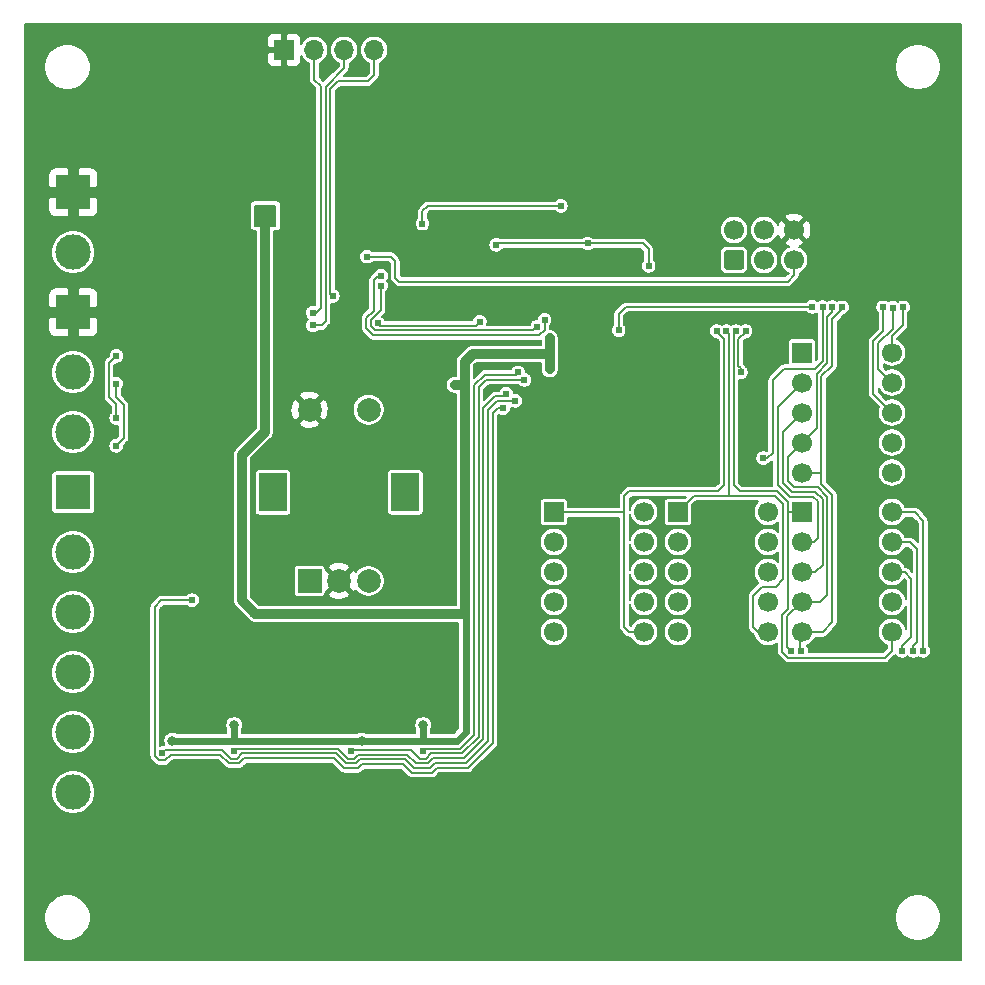
<source format=gbl>
G04 #@! TF.GenerationSoftware,KiCad,Pcbnew,5.1.9-73d0e3b20d~88~ubuntu18.04.1*
G04 #@! TF.CreationDate,2021-04-12T21:46:39+02:00*
G04 #@! TF.ProjectId,dmx-panel-controller,646d782d-7061-46e6-956c-2d636f6e7472,v1.0-rc1*
G04 #@! TF.SameCoordinates,Original*
G04 #@! TF.FileFunction,Copper,L2,Bot*
G04 #@! TF.FilePolarity,Positive*
%FSLAX46Y46*%
G04 Gerber Fmt 4.6, Leading zero omitted, Abs format (unit mm)*
G04 Created by KiCad (PCBNEW 5.1.9-73d0e3b20d~88~ubuntu18.04.1) date 2021-04-12 21:46:39*
%MOMM*%
%LPD*%
G01*
G04 APERTURE LIST*
G04 #@! TA.AperFunction,ComponentPad*
%ADD10C,3.000000*%
G04 #@! TD*
G04 #@! TA.AperFunction,ComponentPad*
%ADD11R,3.000000X3.000000*%
G04 #@! TD*
G04 #@! TA.AperFunction,ComponentPad*
%ADD12R,2.999999X2.999999*%
G04 #@! TD*
G04 #@! TA.AperFunction,ComponentPad*
%ADD13C,2.999999*%
G04 #@! TD*
G04 #@! TA.AperFunction,ComponentPad*
%ADD14C,2.000000*%
G04 #@! TD*
G04 #@! TA.AperFunction,ComponentPad*
%ADD15R,2.400000X3.200000*%
G04 #@! TD*
G04 #@! TA.AperFunction,ComponentPad*
%ADD16R,2.000000X2.000000*%
G04 #@! TD*
G04 #@! TA.AperFunction,ComponentPad*
%ADD17R,1.700000X1.700000*%
G04 #@! TD*
G04 #@! TA.AperFunction,ComponentPad*
%ADD18C,1.700000*%
G04 #@! TD*
G04 #@! TA.AperFunction,ComponentPad*
%ADD19O,1.700000X1.700000*%
G04 #@! TD*
G04 #@! TA.AperFunction,ViaPad*
%ADD20C,0.812800*%
G04 #@! TD*
G04 #@! TA.AperFunction,ViaPad*
%ADD21C,0.609600*%
G04 #@! TD*
G04 #@! TA.AperFunction,Conductor*
%ADD22C,0.406400*%
G04 #@! TD*
G04 #@! TA.AperFunction,Conductor*
%ADD23C,0.812800*%
G04 #@! TD*
G04 #@! TA.AperFunction,Conductor*
%ADD24C,0.609600*%
G04 #@! TD*
G04 #@! TA.AperFunction,Conductor*
%ADD25C,0.203200*%
G04 #@! TD*
G04 #@! TA.AperFunction,Conductor*
%ADD26C,0.100000*%
G04 #@! TD*
G04 APERTURE END LIST*
D10*
X4500000Y-65400000D03*
X4500000Y-60320000D03*
X4500000Y-55240000D03*
X4500000Y-50160000D03*
X4500000Y-45080000D03*
D11*
X4500000Y-40000000D03*
D10*
X4500000Y-34920000D03*
X4500000Y-29840000D03*
D12*
X4500000Y-24760000D03*
D13*
X4500000Y-19680000D03*
D12*
X4500000Y-14600000D03*
D14*
X29500000Y-33000000D03*
X24500000Y-33000000D03*
D15*
X32600000Y-40000000D03*
X21400000Y-40000000D03*
D14*
X29500000Y-47500000D03*
X27000000Y-47500000D03*
D16*
X24500000Y-47500000D03*
D17*
X66190000Y-28170000D03*
D18*
X66190000Y-30710000D03*
X66190000Y-33250000D03*
X66190000Y-35790000D03*
X66190000Y-38330000D03*
X73810000Y-38330000D03*
X73810000Y-35790000D03*
X73810000Y-33250000D03*
X73810000Y-30710000D03*
X73810000Y-28170000D03*
D17*
X55690000Y-41670000D03*
D18*
X55690000Y-44210000D03*
X55690000Y-46750000D03*
X55690000Y-49290000D03*
X55690000Y-51830000D03*
X63310000Y-51830000D03*
X63310000Y-49290000D03*
X63310000Y-46750000D03*
X63310000Y-44210000D03*
X63310000Y-41670000D03*
X52810000Y-41670000D03*
X52810000Y-44210000D03*
X52810000Y-46750000D03*
X52810000Y-49290000D03*
X52810000Y-51830000D03*
X45190000Y-51830000D03*
X45190000Y-49290000D03*
X45190000Y-46750000D03*
X45190000Y-44210000D03*
D17*
X45190000Y-41670000D03*
D18*
X73810000Y-41670000D03*
X73810000Y-44210000D03*
X73810000Y-46750000D03*
X73810000Y-49290000D03*
X73810000Y-51830000D03*
X66190000Y-51830000D03*
X66190000Y-49290000D03*
X66190000Y-46750000D03*
X66190000Y-44210000D03*
D17*
X66190000Y-41670000D03*
G04 #@! TA.AperFunction,ComponentPad*
G36*
G01*
X61052000Y-21170000D02*
X59852000Y-21170000D01*
G75*
G02*
X59602000Y-20920000I0J250000D01*
G01*
X59602000Y-19720000D01*
G75*
G02*
X59852000Y-19470000I250000J0D01*
G01*
X61052000Y-19470000D01*
G75*
G02*
X61302000Y-19720000I0J-250000D01*
G01*
X61302000Y-20920000D01*
G75*
G02*
X61052000Y-21170000I-250000J0D01*
G01*
G37*
G04 #@! TD.AperFunction*
D18*
X62992000Y-20320000D03*
X65532000Y-20320000D03*
X60452000Y-17780000D03*
X62992000Y-17780000D03*
X65532000Y-17780000D03*
D17*
X22352000Y-2540000D03*
D19*
X24892000Y-2540000D03*
X27432000Y-2540000D03*
X29972000Y-2540000D03*
D20*
X29464000Y-56134000D03*
X13462000Y-56134000D03*
D21*
X12192000Y-21330920D03*
X12954000Y-21330920D03*
X11430000Y-21330920D03*
X10287000Y-21310600D03*
X10287000Y-20548600D03*
X12700000Y-18415000D03*
X12700000Y-17653000D03*
D20*
X17780000Y-19558000D03*
X18796000Y-19558000D03*
X18796000Y-18542000D03*
X18796000Y-17526000D03*
X14224000Y-25146000D03*
X14224000Y-24130000D03*
X20447000Y-67945000D03*
X33528000Y-67945000D03*
X46482000Y-67945000D03*
X59613800Y-67945000D03*
X69469000Y-67945000D03*
X20447000Y-12065000D03*
X33528000Y-12065000D03*
X46482000Y-12065000D03*
X59690000Y-12065000D03*
X69469000Y-12065000D03*
X71755000Y-49276000D03*
X71755000Y-46736000D03*
X71755000Y-44196000D03*
X71755000Y-41656000D03*
X49377600Y-36576000D03*
X61087000Y-41656000D03*
X49403000Y-37592000D03*
X45466000Y-36576000D03*
X46482000Y-36576000D03*
X47752000Y-34290000D03*
X47752000Y-33274000D03*
X44196000Y-33274000D03*
X44196000Y-34290000D03*
D21*
X10287000Y-19786600D03*
X12700000Y-19151600D03*
X11938000Y-19151600D03*
X14224000Y-21310600D03*
X14224000Y-20523200D03*
D20*
X19304000Y-54102000D03*
X35306000Y-53848000D03*
X49784000Y-17526000D03*
X53340000Y-15748000D03*
X42164000Y-16764000D03*
X20320000Y-16129000D03*
X20320000Y-17018000D03*
X21209000Y-17018000D03*
X21209000Y-16129000D03*
X18770600Y-45643800D03*
X18796000Y-38354000D03*
X27178000Y-50292000D03*
X12888000Y-61026000D03*
X28915400Y-61026000D03*
X34120000Y-59707600D03*
X18118000Y-59707600D03*
X36779200Y-30886400D03*
X44831000Y-29591000D03*
X44831000Y-28702000D03*
X44831000Y-27813000D03*
X44831000Y-26924000D03*
D21*
X30556200Y-21666200D03*
X44399200Y-25400000D03*
X30556200Y-22504400D03*
X43789600Y-25958800D03*
X29362400Y-20040600D03*
X26466800Y-23368000D03*
X65278000Y-53390800D03*
X68757800Y-24307800D03*
X66141600Y-53390800D03*
X69596000Y-24333200D03*
X74650600Y-53416200D03*
X73075800Y-24333200D03*
X75577700Y-53428900D03*
X73888600Y-24358600D03*
X76454000Y-53416200D03*
X74752200Y-24333200D03*
X58978800Y-26339800D03*
X59791600Y-26339800D03*
X60604400Y-26339800D03*
X61417200Y-26339800D03*
X61010800Y-29845000D03*
X67945000Y-24307800D03*
X62915800Y-37109400D03*
X24752300Y-24777700D03*
X24752300Y-25869900D03*
X8128000Y-36068000D03*
X8138700Y-30795500D03*
X8138700Y-33720500D03*
X8153400Y-28448000D03*
X67030600Y-24282400D03*
X50673000Y-26289000D03*
X30302200Y-25679400D03*
X38912800Y-25552400D03*
X14554200Y-49123600D03*
X40894000Y-32867600D03*
X18110200Y-61925200D03*
X41148000Y-31648400D03*
X12014200Y-62077600D03*
X41910000Y-32258000D03*
X34086800Y-61925200D03*
X42164000Y-29845000D03*
X28016200Y-61925200D03*
X42697400Y-30480000D03*
X53213000Y-20828000D03*
X48056800Y-18923000D03*
X40309800Y-19050000D03*
X45770800Y-15748000D03*
X34061400Y-17246600D03*
D22*
X18770600Y-38379400D02*
X18796000Y-38354000D01*
D23*
X18770600Y-45643800D02*
X18770600Y-38379400D01*
X18770600Y-45643800D02*
X18770600Y-49149000D01*
X19913600Y-50292000D02*
X27178000Y-50292000D01*
X18770600Y-49149000D02*
X19913600Y-50292000D01*
D22*
X18118000Y-61023600D02*
X18120400Y-61026000D01*
D24*
X18118000Y-59707600D02*
X18118000Y-61023600D01*
X28915400Y-61026000D02*
X18120400Y-61026000D01*
X18120400Y-61026000D02*
X12888000Y-61026000D01*
D22*
X34120000Y-60891600D02*
X34254400Y-61026000D01*
D24*
X34120000Y-59707600D02*
X34120000Y-60891600D01*
X34254400Y-61026000D02*
X28915400Y-61026000D01*
D23*
X27178000Y-50292000D02*
X37642800Y-50292000D01*
X37642800Y-50292000D02*
X37642800Y-36296600D01*
D24*
X37744400Y-60248800D02*
X36967200Y-61026000D01*
X36967200Y-61026000D02*
X34254400Y-61026000D01*
X37642800Y-50292000D02*
X37744400Y-50393600D01*
X37744400Y-50393600D02*
X37744400Y-60248800D01*
D23*
X37642800Y-36296600D02*
X37642800Y-30937200D01*
D22*
X37592000Y-30886400D02*
X37642800Y-30937200D01*
D23*
X36779200Y-30886400D02*
X37592000Y-30886400D01*
X18796000Y-36804600D02*
X18796000Y-38354000D01*
X20320000Y-16129000D02*
X20739100Y-16548100D01*
X20739100Y-16548100D02*
X20739100Y-34861500D01*
X20739100Y-34861500D02*
X18796000Y-36804600D01*
X44831000Y-26924000D02*
X44831000Y-27813000D01*
X44831000Y-27813000D02*
X44831000Y-28702000D01*
X44831000Y-28702000D02*
X44831000Y-29591000D01*
X44831000Y-28244800D02*
X44831000Y-28702000D01*
X44805600Y-28270200D02*
X44831000Y-28244800D01*
X38303200Y-28270200D02*
X44805600Y-28270200D01*
X37642800Y-30937200D02*
X37642800Y-28930600D01*
X37642800Y-28930600D02*
X38303200Y-28270200D01*
D25*
X29921200Y-22047200D02*
X30302200Y-21666200D01*
X29921200Y-24612600D02*
X29921200Y-22047200D01*
X44399200Y-26212800D02*
X43916600Y-26695400D01*
X43916600Y-26695400D02*
X29870400Y-26695400D01*
X29870400Y-26695400D02*
X29286200Y-26111200D01*
X30302200Y-21666200D02*
X30556200Y-21666200D01*
X44399200Y-25400000D02*
X44399200Y-26212800D01*
X29286200Y-26111200D02*
X29286200Y-25247600D01*
X29286200Y-25247600D02*
X29921200Y-24612600D01*
X30556200Y-24561800D02*
X30556200Y-22504400D01*
X29692600Y-25425400D02*
X30556200Y-24561800D01*
X29692600Y-25933400D02*
X29692600Y-25425400D01*
X30048200Y-26289000D02*
X29692600Y-25933400D01*
X43459400Y-26289000D02*
X30048200Y-26289000D01*
X43789600Y-25958800D02*
X43459400Y-26289000D01*
X31369000Y-20040600D02*
X29362400Y-20040600D01*
X65532000Y-21615400D02*
X64973200Y-22174200D01*
X64973200Y-22174200D02*
X32105600Y-22174200D01*
X32105600Y-22174200D02*
X31750000Y-21818600D01*
X31750000Y-21818600D02*
X31750000Y-20421600D01*
X65532000Y-20320000D02*
X65532000Y-21615400D01*
X31750000Y-20421600D02*
X31369000Y-20040600D01*
X29972000Y-4699000D02*
X29972000Y-2540000D01*
X29489400Y-5181600D02*
X29972000Y-4699000D01*
X26898600Y-5181600D02*
X29489400Y-5181600D01*
X26466800Y-23368000D02*
X26263600Y-23164800D01*
X26263600Y-5816600D02*
X26898600Y-5181600D01*
X26263600Y-23164800D02*
X26263600Y-5816600D01*
X64135000Y-32765000D02*
X66190000Y-30710000D01*
X67219800Y-44210000D02*
X67538600Y-43891200D01*
X67538600Y-43891200D02*
X67538600Y-40767000D01*
X66190000Y-44210000D02*
X67219800Y-44210000D01*
X67157600Y-40386000D02*
X65151000Y-40386000D01*
X67538600Y-40767000D02*
X67157600Y-40386000D01*
X64135000Y-39370000D02*
X64135000Y-32765000D01*
X65151000Y-40386000D02*
X64135000Y-39370000D01*
X66190000Y-33251000D02*
X66190000Y-33250000D01*
X64579500Y-34861500D02*
X66190000Y-33251000D01*
X64579500Y-39179500D02*
X64579500Y-34861500D01*
X66190000Y-46750000D02*
X67321400Y-46750000D01*
X67945000Y-40589200D02*
X67335400Y-39979600D01*
X67321400Y-46750000D02*
X67945000Y-46126400D01*
X67945000Y-46126400D02*
X67945000Y-40589200D01*
X67335400Y-39979600D02*
X65379600Y-39979600D01*
X65379600Y-39979600D02*
X64579500Y-39179500D01*
X65278000Y-53390800D02*
X64960500Y-53073300D01*
X64960500Y-53073300D02*
X64960500Y-50482500D01*
X66153000Y-49290000D02*
X66190000Y-49290000D01*
X64960500Y-50482500D02*
X66153000Y-49290000D01*
X67727800Y-49290000D02*
X66190000Y-49290000D01*
X66190000Y-35791000D02*
X64985910Y-36995090D01*
X64985910Y-36995090D02*
X64985910Y-39011160D01*
X68351400Y-48666400D02*
X67727800Y-49290000D01*
X68351400Y-40411400D02*
X68351400Y-48666400D01*
X66190000Y-35790000D02*
X66190000Y-35791000D01*
X64985910Y-39011160D02*
X65547950Y-39573200D01*
X65547950Y-39573200D02*
X67513200Y-39573200D01*
X67513200Y-39573200D02*
X68351400Y-40411400D01*
X68757800Y-24752300D02*
X68757800Y-24307800D01*
X68351400Y-25158700D02*
X68757800Y-24752300D01*
X68351400Y-29083000D02*
X68351400Y-25158700D01*
X67437000Y-29997400D02*
X68351400Y-29083000D01*
X66190000Y-35790000D02*
X67437000Y-34543000D01*
X67437000Y-34543000D02*
X67437000Y-29997400D01*
X66141600Y-53390800D02*
X66040000Y-53289200D01*
X66040000Y-53289200D02*
X66040000Y-51980000D01*
X66040000Y-51980000D02*
X66190000Y-51830000D01*
X67931000Y-51830000D02*
X66190000Y-51830000D01*
X68757800Y-51003200D02*
X67931000Y-51830000D01*
X68757800Y-40208200D02*
X68757800Y-51003200D01*
X69596000Y-24511000D02*
X68757800Y-25349200D01*
X68757800Y-25349200D02*
X68757800Y-29260800D01*
X69596000Y-24333200D02*
X69596000Y-24511000D01*
X68757800Y-29260800D02*
X67843400Y-30175200D01*
X67843400Y-39293800D02*
X68757800Y-40208200D01*
X66190000Y-38330000D02*
X67842000Y-38330000D01*
X67842000Y-38330000D02*
X67843400Y-38328600D01*
X67843400Y-30175200D02*
X67843400Y-38328600D01*
X67843400Y-38328600D02*
X67843400Y-39293800D01*
X75438000Y-48945800D02*
X75438000Y-48768000D01*
X75438000Y-47294800D02*
X75438000Y-48945800D01*
X73810000Y-46750000D02*
X74893200Y-46750000D01*
X74893200Y-46750000D02*
X75438000Y-47294800D01*
X72237600Y-31677600D02*
X73810000Y-33250000D01*
X72237600Y-27203400D02*
X72237600Y-31677600D01*
X73075800Y-26365200D02*
X72237600Y-27203400D01*
X73075800Y-24333200D02*
X73075800Y-26365200D01*
X75438000Y-52247800D02*
X75438000Y-48945800D01*
X74650600Y-53416200D02*
X74650600Y-53035200D01*
X74650600Y-53035200D02*
X75438000Y-52247800D01*
X75577700Y-53047900D02*
X75577700Y-53428900D01*
X73810000Y-44210000D02*
X75350400Y-44210000D01*
X75946000Y-52679600D02*
X75577700Y-53047900D01*
X75946000Y-44805600D02*
X75946000Y-52679600D01*
X75350400Y-44210000D02*
X75946000Y-44805600D01*
X72644000Y-29544000D02*
X73810000Y-30710000D01*
X72644000Y-27381200D02*
X72644000Y-29544000D01*
X73888600Y-24358600D02*
X73888600Y-26136600D01*
X73888600Y-26136600D02*
X72644000Y-27381200D01*
X76454000Y-42392600D02*
X76454000Y-53416200D01*
X73810000Y-41670000D02*
X75731400Y-41670000D01*
X75731400Y-41670000D02*
X76454000Y-42392600D01*
X73810000Y-26799400D02*
X73810000Y-28170000D01*
X74752200Y-24333200D02*
X74752200Y-25857200D01*
X74752200Y-25857200D02*
X73810000Y-26799400D01*
X52810000Y-51830000D02*
X52810000Y-52422200D01*
X51550600Y-51830000D02*
X51155600Y-51435000D01*
X52810000Y-51830000D02*
X51550600Y-51830000D01*
X45190000Y-41670000D02*
X51141600Y-41670000D01*
X51155600Y-51435000D02*
X51155600Y-41656000D01*
X51141600Y-41670000D02*
X51155600Y-41656000D01*
X51155600Y-40335200D02*
X51155600Y-41656000D01*
X58978800Y-26390600D02*
X59588400Y-27000200D01*
X59588400Y-27000200D02*
X59588400Y-39370000D01*
X51587400Y-39903400D02*
X51155600Y-40335200D01*
X59588400Y-39370000D02*
X59055000Y-39903400D01*
X58978800Y-26339800D02*
X58978800Y-26390600D01*
X59055000Y-39903400D02*
X51587400Y-39903400D01*
X59994800Y-26543000D02*
X59791600Y-26339800D01*
X59994800Y-36423600D02*
X59994800Y-26543000D01*
X64617600Y-41021000D02*
X63906400Y-40309800D01*
X57050200Y-40309800D02*
X55690000Y-41670000D01*
X64617600Y-47345600D02*
X64617600Y-41021000D01*
X62498000Y-51830000D02*
X62052200Y-51384200D01*
X63957200Y-48006000D02*
X64617600Y-47345600D01*
X63310000Y-51830000D02*
X62498000Y-51830000D01*
X62052200Y-51384200D02*
X62052200Y-48742600D01*
X62052200Y-48742600D02*
X62788800Y-48006000D01*
X62788800Y-48006000D02*
X63957200Y-48006000D01*
X59994800Y-36423600D02*
X59994800Y-40309800D01*
X63906400Y-40309800D02*
X59994800Y-40309800D01*
X59994800Y-40309800D02*
X57050200Y-40309800D01*
X66190000Y-41670000D02*
X65800000Y-41670000D01*
X66190000Y-41683800D02*
X66190000Y-41670000D01*
X65024000Y-54000400D02*
X64516000Y-53492400D01*
X73810000Y-53393200D02*
X73202800Y-54000400D01*
X73810000Y-51830000D02*
X73810000Y-53393200D01*
X73202800Y-54000400D02*
X65024000Y-54000400D01*
X64516000Y-53492400D02*
X64516000Y-50342800D01*
X64516000Y-50342800D02*
X65024000Y-49834800D01*
X65024000Y-49834800D02*
X65024000Y-43027600D01*
X65024000Y-43027600D02*
X65024000Y-42849800D01*
X66190000Y-41670000D02*
X65035400Y-41670000D01*
X65035400Y-41670000D02*
X65024000Y-41681400D01*
X65024000Y-41681400D02*
X65024000Y-43027600D01*
X64071500Y-39890700D02*
X65024000Y-40843200D01*
X60921900Y-39890700D02*
X64071500Y-39890700D01*
X65024000Y-40843200D02*
X65024000Y-41681400D01*
X60401200Y-39370000D02*
X60921900Y-39890700D01*
X60604400Y-26339800D02*
X60401200Y-26543000D01*
X60401200Y-26543000D02*
X60401200Y-39370000D01*
X61417200Y-26390600D02*
X61417200Y-26339800D01*
X60807600Y-27000200D02*
X61417200Y-26390600D01*
X60807600Y-29286200D02*
X60807600Y-27000200D01*
X61010800Y-29845000D02*
X61010800Y-29489400D01*
X61010800Y-29489400D02*
X60807600Y-29286200D01*
X67945000Y-28905200D02*
X67945000Y-24307800D01*
X64693800Y-29540200D02*
X67310000Y-29540200D01*
X63728600Y-30505400D02*
X64693800Y-29540200D01*
X63246000Y-37109400D02*
X63728600Y-36626800D01*
X63728600Y-36626800D02*
X63728600Y-30505400D01*
X67310000Y-29540200D02*
X67945000Y-28905200D01*
X62915800Y-37109400D02*
X63246000Y-37109400D01*
X25082500Y-24777700D02*
X24752300Y-24777700D01*
X25450800Y-24409400D02*
X25082500Y-24777700D01*
X25450800Y-5613400D02*
X25450800Y-24409400D01*
X24892000Y-2540000D02*
X24892000Y-5054600D01*
X24892000Y-5054600D02*
X25450800Y-5613400D01*
X25514300Y-25869900D02*
X24752300Y-25869900D01*
X25857200Y-25527000D02*
X25514300Y-25869900D01*
X25857200Y-5638800D02*
X25857200Y-25527000D01*
X27432000Y-2540000D02*
X27432000Y-4064000D01*
X27432000Y-4064000D02*
X25857200Y-5638800D01*
X8138700Y-31963900D02*
X8138700Y-30795500D01*
X8763000Y-32588200D02*
X8138700Y-31963900D01*
X8128000Y-36068000D02*
X8763000Y-35433000D01*
X8763000Y-35433000D02*
X8763000Y-32588200D01*
X7518400Y-29083000D02*
X8153400Y-28448000D01*
X7518400Y-31927800D02*
X7518400Y-29083000D01*
X8138700Y-33720500D02*
X8138700Y-32548100D01*
X8138700Y-32548100D02*
X7518400Y-31927800D01*
X51257200Y-24307800D02*
X67005200Y-24307800D01*
X67005200Y-24307800D02*
X67030600Y-24282400D01*
X50673000Y-26289000D02*
X50673000Y-24892000D01*
X50673000Y-24892000D02*
X51257200Y-24307800D01*
X38912800Y-25552400D02*
X38582600Y-25882600D01*
X30505400Y-25882600D02*
X30302200Y-25679400D01*
X38582600Y-25882600D02*
X30505400Y-25882600D01*
X11404600Y-49682400D02*
X11963400Y-49123600D01*
X11404600Y-62331600D02*
X11404600Y-49682400D01*
X11760200Y-62687200D02*
X11404600Y-62331600D01*
X35306000Y-63322200D02*
X34874200Y-63754000D01*
X40030400Y-61239400D02*
X37947600Y-63322200D01*
X32435800Y-63017400D02*
X28956000Y-63017400D01*
X28956000Y-63017400D02*
X28625800Y-63347600D01*
X12776200Y-62204600D02*
X12293600Y-62687200D01*
X40030400Y-33299400D02*
X40030400Y-61239400D01*
X16941800Y-62204600D02*
X12776200Y-62204600D01*
X34874200Y-63754000D02*
X33172400Y-63754000D01*
X40894000Y-32867600D02*
X40462200Y-32867600D01*
X37947600Y-63322200D02*
X35306000Y-63322200D01*
X40462200Y-32867600D02*
X40030400Y-33299400D01*
X28625800Y-63347600D02*
X27406600Y-63347600D01*
X11963400Y-49123600D02*
X14554200Y-49123600D01*
X27406600Y-63347600D02*
X26568400Y-62509400D01*
X26568400Y-62509400D02*
X18988125Y-62509400D01*
X12293600Y-62687200D02*
X11760200Y-62687200D01*
X18988125Y-62509400D02*
X18556325Y-62941200D01*
X33172400Y-63754000D02*
X32435800Y-63017400D01*
X18556325Y-62941200D02*
X17678400Y-62941200D01*
X17678400Y-62941200D02*
X16941800Y-62204600D01*
X18338800Y-61696600D02*
X18110200Y-61925200D01*
X26924000Y-61696600D02*
X18338800Y-61696600D01*
X27762200Y-62534800D02*
X26924000Y-61696600D01*
X28270200Y-62534800D02*
X27762200Y-62534800D01*
X28600400Y-62204600D02*
X28270200Y-62534800D01*
X32791400Y-62204600D02*
X28600400Y-62204600D01*
X33528000Y-62941200D02*
X32791400Y-62204600D01*
X34518600Y-62941200D02*
X33528000Y-62941200D01*
X40944800Y-31851600D02*
X40208200Y-31851600D01*
X41148000Y-31648400D02*
X40944800Y-31851600D01*
X40208200Y-31851600D02*
X39217600Y-32842200D01*
X39217600Y-32842200D02*
X39217600Y-60883800D01*
X34950400Y-62509400D02*
X34518600Y-62941200D01*
X39217600Y-60883800D02*
X37592000Y-62509400D01*
X37592000Y-62509400D02*
X34950400Y-62509400D01*
X12293600Y-61798200D02*
X12014200Y-62077600D01*
X35128200Y-62915800D02*
X34696400Y-63347600D01*
X34696400Y-63347600D02*
X33350200Y-63347600D01*
X37769800Y-62915800D02*
X35128200Y-62915800D01*
X39624000Y-61061600D02*
X37769800Y-62915800D01*
X17119600Y-61798200D02*
X12293600Y-61798200D01*
X39624000Y-33020000D02*
X39624000Y-61061600D01*
X40386000Y-32258000D02*
X39624000Y-33020000D01*
X41910000Y-32258000D02*
X40386000Y-32258000D01*
X33350200Y-63347600D02*
X32613600Y-62611000D01*
X18808700Y-62103000D02*
X18376900Y-62534800D01*
X18376900Y-62534800D02*
X17856200Y-62534800D01*
X32613600Y-62611000D02*
X28778200Y-62611000D01*
X17856200Y-62534800D02*
X17119600Y-61798200D01*
X28778200Y-62611000D02*
X28448000Y-62941200D01*
X28448000Y-62941200D02*
X27584400Y-62941200D01*
X27584400Y-62941200D02*
X26746200Y-62103000D01*
X26746200Y-62103000D02*
X18808700Y-62103000D01*
X41986200Y-30022800D02*
X39319200Y-30022800D01*
X34315400Y-61696600D02*
X34086800Y-61925200D01*
X42164000Y-29845000D02*
X41986200Y-30022800D01*
X39319200Y-30022800D02*
X38404800Y-30937200D01*
X38404800Y-30937200D02*
X38404800Y-60528200D01*
X38404800Y-60528200D02*
X37236400Y-61696600D01*
X37236400Y-61696600D02*
X34315400Y-61696600D01*
X28143200Y-61798200D02*
X28016200Y-61925200D01*
X33096200Y-61798200D02*
X28143200Y-61798200D01*
X33832800Y-62534800D02*
X33096200Y-61798200D01*
X34340800Y-62534800D02*
X33832800Y-62534800D01*
X34772600Y-62103000D02*
X34340800Y-62534800D01*
X42672000Y-30454600D02*
X39471600Y-30454600D01*
X42697400Y-30480000D02*
X42672000Y-30454600D01*
X39471600Y-30454600D02*
X38811200Y-31115000D01*
X38811200Y-31115000D02*
X38811200Y-60706000D01*
X38811200Y-60706000D02*
X37414200Y-62103000D01*
X37414200Y-62103000D02*
X34772600Y-62103000D01*
X52705000Y-18923000D02*
X48056800Y-18923000D01*
X53213000Y-20828000D02*
X53213000Y-19431000D01*
X53213000Y-19431000D02*
X52705000Y-18923000D01*
X40436800Y-18923000D02*
X48056800Y-18923000D01*
X40309800Y-19050000D02*
X40436800Y-18923000D01*
X34518600Y-15748000D02*
X45770800Y-15748000D01*
X34061400Y-17246600D02*
X34061400Y-16205200D01*
X34061400Y-16205200D02*
X34518600Y-15748000D01*
X79619401Y-79619400D02*
X380600Y-79619400D01*
X380600Y-75807390D01*
X2044400Y-75807390D01*
X2044400Y-76192610D01*
X2119553Y-76570427D01*
X2266970Y-76926324D01*
X2480987Y-77246622D01*
X2753378Y-77519013D01*
X3073676Y-77733030D01*
X3429573Y-77880447D01*
X3807390Y-77955600D01*
X4192610Y-77955600D01*
X4570427Y-77880447D01*
X4926324Y-77733030D01*
X5246622Y-77519013D01*
X5519013Y-77246622D01*
X5733030Y-76926324D01*
X5880447Y-76570427D01*
X5955600Y-76192610D01*
X5955600Y-75807390D01*
X74044400Y-75807390D01*
X74044400Y-76192610D01*
X74119553Y-76570427D01*
X74266970Y-76926324D01*
X74480987Y-77246622D01*
X74753378Y-77519013D01*
X75073676Y-77733030D01*
X75429573Y-77880447D01*
X75807390Y-77955600D01*
X76192610Y-77955600D01*
X76570427Y-77880447D01*
X76926324Y-77733030D01*
X77246622Y-77519013D01*
X77519013Y-77246622D01*
X77733030Y-76926324D01*
X77880447Y-76570427D01*
X77955600Y-76192610D01*
X77955600Y-75807390D01*
X77880447Y-75429573D01*
X77733030Y-75073676D01*
X77519013Y-74753378D01*
X77246622Y-74480987D01*
X76926324Y-74266970D01*
X76570427Y-74119553D01*
X76192610Y-74044400D01*
X75807390Y-74044400D01*
X75429573Y-74119553D01*
X75073676Y-74266970D01*
X74753378Y-74480987D01*
X74480987Y-74753378D01*
X74266970Y-75073676D01*
X74119553Y-75429573D01*
X74044400Y-75807390D01*
X5955600Y-75807390D01*
X5880447Y-75429573D01*
X5733030Y-75073676D01*
X5519013Y-74753378D01*
X5246622Y-74480987D01*
X4926324Y-74266970D01*
X4570427Y-74119553D01*
X4192610Y-74044400D01*
X3807390Y-74044400D01*
X3429573Y-74119553D01*
X3073676Y-74266970D01*
X2753378Y-74480987D01*
X2480987Y-74753378D01*
X2266970Y-75073676D01*
X2119553Y-75429573D01*
X2044400Y-75807390D01*
X380600Y-75807390D01*
X380600Y-65217239D01*
X2644400Y-65217239D01*
X2644400Y-65582761D01*
X2715710Y-65941258D01*
X2855589Y-66278956D01*
X3058662Y-66582876D01*
X3317124Y-66841338D01*
X3621044Y-67044411D01*
X3958742Y-67184290D01*
X4317239Y-67255600D01*
X4682761Y-67255600D01*
X5041258Y-67184290D01*
X5378956Y-67044411D01*
X5682876Y-66841338D01*
X5941338Y-66582876D01*
X6144411Y-66278956D01*
X6284290Y-65941258D01*
X6355600Y-65582761D01*
X6355600Y-65217239D01*
X6284290Y-64858742D01*
X6144411Y-64521044D01*
X5941338Y-64217124D01*
X5682876Y-63958662D01*
X5378956Y-63755589D01*
X5041258Y-63615710D01*
X4682761Y-63544400D01*
X4317239Y-63544400D01*
X3958742Y-63615710D01*
X3621044Y-63755589D01*
X3317124Y-63958662D01*
X3058662Y-64217124D01*
X2855589Y-64521044D01*
X2715710Y-64858742D01*
X2644400Y-65217239D01*
X380600Y-65217239D01*
X380600Y-60137239D01*
X2644400Y-60137239D01*
X2644400Y-60502761D01*
X2715710Y-60861258D01*
X2855589Y-61198956D01*
X3058662Y-61502876D01*
X3317124Y-61761338D01*
X3621044Y-61964411D01*
X3958742Y-62104290D01*
X4317239Y-62175600D01*
X4682761Y-62175600D01*
X5041258Y-62104290D01*
X5378956Y-61964411D01*
X5682876Y-61761338D01*
X5941338Y-61502876D01*
X6144411Y-61198956D01*
X6284290Y-60861258D01*
X6355600Y-60502761D01*
X6355600Y-60137239D01*
X6284290Y-59778742D01*
X6144411Y-59441044D01*
X5941338Y-59137124D01*
X5682876Y-58878662D01*
X5378956Y-58675589D01*
X5041258Y-58535710D01*
X4682761Y-58464400D01*
X4317239Y-58464400D01*
X3958742Y-58535710D01*
X3621044Y-58675589D01*
X3317124Y-58878662D01*
X3058662Y-59137124D01*
X2855589Y-59441044D01*
X2715710Y-59778742D01*
X2644400Y-60137239D01*
X380600Y-60137239D01*
X380600Y-55057239D01*
X2644400Y-55057239D01*
X2644400Y-55422761D01*
X2715710Y-55781258D01*
X2855589Y-56118956D01*
X3058662Y-56422876D01*
X3317124Y-56681338D01*
X3621044Y-56884411D01*
X3958742Y-57024290D01*
X4317239Y-57095600D01*
X4682761Y-57095600D01*
X5041258Y-57024290D01*
X5378956Y-56884411D01*
X5682876Y-56681338D01*
X5941338Y-56422876D01*
X6144411Y-56118956D01*
X6284290Y-55781258D01*
X6355600Y-55422761D01*
X6355600Y-55057239D01*
X6284290Y-54698742D01*
X6144411Y-54361044D01*
X5941338Y-54057124D01*
X5682876Y-53798662D01*
X5378956Y-53595589D01*
X5041258Y-53455710D01*
X4682761Y-53384400D01*
X4317239Y-53384400D01*
X3958742Y-53455710D01*
X3621044Y-53595589D01*
X3317124Y-53798662D01*
X3058662Y-54057124D01*
X2855589Y-54361044D01*
X2715710Y-54698742D01*
X2644400Y-55057239D01*
X380600Y-55057239D01*
X380600Y-49977239D01*
X2644400Y-49977239D01*
X2644400Y-50342761D01*
X2715710Y-50701258D01*
X2855589Y-51038956D01*
X3058662Y-51342876D01*
X3317124Y-51601338D01*
X3621044Y-51804411D01*
X3958742Y-51944290D01*
X4317239Y-52015600D01*
X4682761Y-52015600D01*
X5041258Y-51944290D01*
X5378956Y-51804411D01*
X5682876Y-51601338D01*
X5941338Y-51342876D01*
X6144411Y-51038956D01*
X6284290Y-50701258D01*
X6355600Y-50342761D01*
X6355600Y-49977239D01*
X6296953Y-49682400D01*
X10945189Y-49682400D01*
X10947401Y-49704860D01*
X10947400Y-62309150D01*
X10945189Y-62331600D01*
X10947400Y-62354050D01*
X10947400Y-62354059D01*
X10954015Y-62421226D01*
X10980159Y-62507408D01*
X11022613Y-62586835D01*
X11079747Y-62656453D01*
X11097197Y-62670774D01*
X11421030Y-62994608D01*
X11435347Y-63012053D01*
X11452792Y-63026370D01*
X11504963Y-63069187D01*
X11546913Y-63091609D01*
X11584391Y-63111641D01*
X11670573Y-63137785D01*
X11737740Y-63144400D01*
X11737749Y-63144400D01*
X11760199Y-63146611D01*
X11782649Y-63144400D01*
X12271150Y-63144400D01*
X12293600Y-63146611D01*
X12316050Y-63144400D01*
X12316060Y-63144400D01*
X12383227Y-63137785D01*
X12469409Y-63111641D01*
X12548836Y-63069187D01*
X12618453Y-63012053D01*
X12632774Y-62994603D01*
X12965578Y-62661800D01*
X16752423Y-62661800D01*
X17339235Y-63248613D01*
X17353547Y-63266053D01*
X17370986Y-63280365D01*
X17370992Y-63280371D01*
X17423164Y-63323187D01*
X17502590Y-63365641D01*
X17522649Y-63371726D01*
X17588773Y-63391785D01*
X17655940Y-63398400D01*
X17655950Y-63398400D01*
X17678400Y-63400611D01*
X17700850Y-63398400D01*
X18533875Y-63398400D01*
X18556325Y-63400611D01*
X18578775Y-63398400D01*
X18578785Y-63398400D01*
X18645952Y-63391785D01*
X18732134Y-63365641D01*
X18811561Y-63323187D01*
X18881178Y-63266053D01*
X18895499Y-63248603D01*
X19177503Y-62966600D01*
X26379023Y-62966600D01*
X27067430Y-63655008D01*
X27081747Y-63672453D01*
X27151364Y-63729587D01*
X27230791Y-63772041D01*
X27316973Y-63798185D01*
X27384140Y-63804800D01*
X27384150Y-63804800D01*
X27406600Y-63807011D01*
X27429050Y-63804800D01*
X28603350Y-63804800D01*
X28625800Y-63807011D01*
X28648250Y-63804800D01*
X28648260Y-63804800D01*
X28715427Y-63798185D01*
X28801609Y-63772041D01*
X28881036Y-63729587D01*
X28950653Y-63672453D01*
X28964974Y-63655003D01*
X29145378Y-63474600D01*
X32246423Y-63474600D01*
X32833235Y-64061413D01*
X32847547Y-64078853D01*
X32864986Y-64093165D01*
X32864992Y-64093171D01*
X32917164Y-64135987D01*
X32996590Y-64178441D01*
X33016649Y-64184526D01*
X33082773Y-64204585D01*
X33149940Y-64211200D01*
X33149950Y-64211200D01*
X33172400Y-64213411D01*
X33194850Y-64211200D01*
X34851750Y-64211200D01*
X34874200Y-64213411D01*
X34896650Y-64211200D01*
X34896660Y-64211200D01*
X34963827Y-64204585D01*
X35050009Y-64178441D01*
X35129436Y-64135987D01*
X35199053Y-64078853D01*
X35213374Y-64061403D01*
X35495378Y-63779400D01*
X37925150Y-63779400D01*
X37947600Y-63781611D01*
X37970050Y-63779400D01*
X37970060Y-63779400D01*
X38037227Y-63772785D01*
X38123409Y-63746641D01*
X38202836Y-63704187D01*
X38272453Y-63647053D01*
X38286774Y-63629603D01*
X40337808Y-61578570D01*
X40355253Y-61564253D01*
X40390741Y-61521012D01*
X40412387Y-61494636D01*
X40423766Y-61473347D01*
X40454841Y-61415209D01*
X40480985Y-61329027D01*
X40487600Y-61261860D01*
X40487600Y-61261851D01*
X40489811Y-61239401D01*
X40487600Y-61216951D01*
X40487600Y-51711259D01*
X43984400Y-51711259D01*
X43984400Y-51948741D01*
X44030731Y-52181660D01*
X44121611Y-52401066D01*
X44253550Y-52598525D01*
X44421475Y-52766450D01*
X44618934Y-52898389D01*
X44838340Y-52989269D01*
X45071259Y-53035600D01*
X45308741Y-53035600D01*
X45541660Y-52989269D01*
X45761066Y-52898389D01*
X45958525Y-52766450D01*
X46126450Y-52598525D01*
X46258389Y-52401066D01*
X46349269Y-52181660D01*
X46395600Y-51948741D01*
X46395600Y-51711259D01*
X46349269Y-51478340D01*
X46258389Y-51258934D01*
X46126450Y-51061475D01*
X45958525Y-50893550D01*
X45761066Y-50761611D01*
X45541660Y-50670731D01*
X45308741Y-50624400D01*
X45071259Y-50624400D01*
X44838340Y-50670731D01*
X44618934Y-50761611D01*
X44421475Y-50893550D01*
X44253550Y-51061475D01*
X44121611Y-51258934D01*
X44030731Y-51478340D01*
X43984400Y-51711259D01*
X40487600Y-51711259D01*
X40487600Y-49171259D01*
X43984400Y-49171259D01*
X43984400Y-49408741D01*
X44030731Y-49641660D01*
X44121611Y-49861066D01*
X44253550Y-50058525D01*
X44421475Y-50226450D01*
X44618934Y-50358389D01*
X44838340Y-50449269D01*
X45071259Y-50495600D01*
X45308741Y-50495600D01*
X45541660Y-50449269D01*
X45761066Y-50358389D01*
X45958525Y-50226450D01*
X46126450Y-50058525D01*
X46258389Y-49861066D01*
X46349269Y-49641660D01*
X46395600Y-49408741D01*
X46395600Y-49171259D01*
X46349269Y-48938340D01*
X46258389Y-48718934D01*
X46126450Y-48521475D01*
X45958525Y-48353550D01*
X45761066Y-48221611D01*
X45541660Y-48130731D01*
X45308741Y-48084400D01*
X45071259Y-48084400D01*
X44838340Y-48130731D01*
X44618934Y-48221611D01*
X44421475Y-48353550D01*
X44253550Y-48521475D01*
X44121611Y-48718934D01*
X44030731Y-48938340D01*
X43984400Y-49171259D01*
X40487600Y-49171259D01*
X40487600Y-46631259D01*
X43984400Y-46631259D01*
X43984400Y-46868741D01*
X44030731Y-47101660D01*
X44121611Y-47321066D01*
X44253550Y-47518525D01*
X44421475Y-47686450D01*
X44618934Y-47818389D01*
X44838340Y-47909269D01*
X45071259Y-47955600D01*
X45308741Y-47955600D01*
X45541660Y-47909269D01*
X45761066Y-47818389D01*
X45958525Y-47686450D01*
X46126450Y-47518525D01*
X46258389Y-47321066D01*
X46349269Y-47101660D01*
X46395600Y-46868741D01*
X46395600Y-46631259D01*
X46349269Y-46398340D01*
X46258389Y-46178934D01*
X46126450Y-45981475D01*
X45958525Y-45813550D01*
X45761066Y-45681611D01*
X45541660Y-45590731D01*
X45308741Y-45544400D01*
X45071259Y-45544400D01*
X44838340Y-45590731D01*
X44618934Y-45681611D01*
X44421475Y-45813550D01*
X44253550Y-45981475D01*
X44121611Y-46178934D01*
X44030731Y-46398340D01*
X43984400Y-46631259D01*
X40487600Y-46631259D01*
X40487600Y-44091259D01*
X43984400Y-44091259D01*
X43984400Y-44328741D01*
X44030731Y-44561660D01*
X44121611Y-44781066D01*
X44253550Y-44978525D01*
X44421475Y-45146450D01*
X44618934Y-45278389D01*
X44838340Y-45369269D01*
X45071259Y-45415600D01*
X45308741Y-45415600D01*
X45541660Y-45369269D01*
X45761066Y-45278389D01*
X45958525Y-45146450D01*
X46126450Y-44978525D01*
X46258389Y-44781066D01*
X46349269Y-44561660D01*
X46395600Y-44328741D01*
X46395600Y-44091259D01*
X46349269Y-43858340D01*
X46258389Y-43638934D01*
X46126450Y-43441475D01*
X45958525Y-43273550D01*
X45761066Y-43141611D01*
X45541660Y-43050731D01*
X45308741Y-43004400D01*
X45071259Y-43004400D01*
X44838340Y-43050731D01*
X44618934Y-43141611D01*
X44421475Y-43273550D01*
X44253550Y-43441475D01*
X44121611Y-43638934D01*
X44030731Y-43858340D01*
X43984400Y-44091259D01*
X40487600Y-44091259D01*
X40487600Y-40820000D01*
X43982680Y-40820000D01*
X43982680Y-42520000D01*
X43989546Y-42589710D01*
X44009879Y-42656740D01*
X44042899Y-42718516D01*
X44087337Y-42772663D01*
X44141484Y-42817101D01*
X44203260Y-42850121D01*
X44270290Y-42870454D01*
X44340000Y-42877320D01*
X46040000Y-42877320D01*
X46109710Y-42870454D01*
X46176740Y-42850121D01*
X46238516Y-42817101D01*
X46292663Y-42772663D01*
X46337101Y-42718516D01*
X46370121Y-42656740D01*
X46390454Y-42589710D01*
X46397320Y-42520000D01*
X46397320Y-42127200D01*
X50698401Y-42127200D01*
X50698400Y-51412550D01*
X50696189Y-51435000D01*
X50698400Y-51457450D01*
X50698400Y-51457459D01*
X50705015Y-51524626D01*
X50731159Y-51610808D01*
X50773613Y-51690235D01*
X50830747Y-51759853D01*
X50848197Y-51774174D01*
X51211429Y-52137407D01*
X51225747Y-52154853D01*
X51243192Y-52169170D01*
X51295363Y-52211987D01*
X51327223Y-52229016D01*
X51374791Y-52254441D01*
X51460973Y-52280585D01*
X51528140Y-52287200D01*
X51528149Y-52287200D01*
X51550599Y-52289411D01*
X51573049Y-52287200D01*
X51694447Y-52287200D01*
X51741611Y-52401066D01*
X51873550Y-52598525D01*
X52041475Y-52766450D01*
X52238934Y-52898389D01*
X52458340Y-52989269D01*
X52691259Y-53035600D01*
X52928741Y-53035600D01*
X53161660Y-52989269D01*
X53381066Y-52898389D01*
X53578525Y-52766450D01*
X53746450Y-52598525D01*
X53878389Y-52401066D01*
X53969269Y-52181660D01*
X54015600Y-51948741D01*
X54015600Y-51711259D01*
X54484400Y-51711259D01*
X54484400Y-51948741D01*
X54530731Y-52181660D01*
X54621611Y-52401066D01*
X54753550Y-52598525D01*
X54921475Y-52766450D01*
X55118934Y-52898389D01*
X55338340Y-52989269D01*
X55571259Y-53035600D01*
X55808741Y-53035600D01*
X56041660Y-52989269D01*
X56261066Y-52898389D01*
X56458525Y-52766450D01*
X56626450Y-52598525D01*
X56758389Y-52401066D01*
X56849269Y-52181660D01*
X56895600Y-51948741D01*
X56895600Y-51711259D01*
X56849269Y-51478340D01*
X56758389Y-51258934D01*
X56626450Y-51061475D01*
X56458525Y-50893550D01*
X56261066Y-50761611D01*
X56041660Y-50670731D01*
X55808741Y-50624400D01*
X55571259Y-50624400D01*
X55338340Y-50670731D01*
X55118934Y-50761611D01*
X54921475Y-50893550D01*
X54753550Y-51061475D01*
X54621611Y-51258934D01*
X54530731Y-51478340D01*
X54484400Y-51711259D01*
X54015600Y-51711259D01*
X53969269Y-51478340D01*
X53878389Y-51258934D01*
X53746450Y-51061475D01*
X53578525Y-50893550D01*
X53381066Y-50761611D01*
X53161660Y-50670731D01*
X52928741Y-50624400D01*
X52691259Y-50624400D01*
X52458340Y-50670731D01*
X52238934Y-50761611D01*
X52041475Y-50893550D01*
X51873550Y-51061475D01*
X51741611Y-51258934D01*
X51707782Y-51340605D01*
X51612800Y-51245623D01*
X51612800Y-49450970D01*
X51650731Y-49641660D01*
X51741611Y-49861066D01*
X51873550Y-50058525D01*
X52041475Y-50226450D01*
X52238934Y-50358389D01*
X52458340Y-50449269D01*
X52691259Y-50495600D01*
X52928741Y-50495600D01*
X53161660Y-50449269D01*
X53381066Y-50358389D01*
X53578525Y-50226450D01*
X53746450Y-50058525D01*
X53878389Y-49861066D01*
X53969269Y-49641660D01*
X54015600Y-49408741D01*
X54015600Y-49171259D01*
X54484400Y-49171259D01*
X54484400Y-49408741D01*
X54530731Y-49641660D01*
X54621611Y-49861066D01*
X54753550Y-50058525D01*
X54921475Y-50226450D01*
X55118934Y-50358389D01*
X55338340Y-50449269D01*
X55571259Y-50495600D01*
X55808741Y-50495600D01*
X56041660Y-50449269D01*
X56261066Y-50358389D01*
X56458525Y-50226450D01*
X56626450Y-50058525D01*
X56758389Y-49861066D01*
X56849269Y-49641660D01*
X56895600Y-49408741D01*
X56895600Y-49171259D01*
X56849269Y-48938340D01*
X56758389Y-48718934D01*
X56626450Y-48521475D01*
X56458525Y-48353550D01*
X56261066Y-48221611D01*
X56041660Y-48130731D01*
X55808741Y-48084400D01*
X55571259Y-48084400D01*
X55338340Y-48130731D01*
X55118934Y-48221611D01*
X54921475Y-48353550D01*
X54753550Y-48521475D01*
X54621611Y-48718934D01*
X54530731Y-48938340D01*
X54484400Y-49171259D01*
X54015600Y-49171259D01*
X53969269Y-48938340D01*
X53878389Y-48718934D01*
X53746450Y-48521475D01*
X53578525Y-48353550D01*
X53381066Y-48221611D01*
X53161660Y-48130731D01*
X52928741Y-48084400D01*
X52691259Y-48084400D01*
X52458340Y-48130731D01*
X52238934Y-48221611D01*
X52041475Y-48353550D01*
X51873550Y-48521475D01*
X51741611Y-48718934D01*
X51650731Y-48938340D01*
X51612800Y-49129030D01*
X51612800Y-46910970D01*
X51650731Y-47101660D01*
X51741611Y-47321066D01*
X51873550Y-47518525D01*
X52041475Y-47686450D01*
X52238934Y-47818389D01*
X52458340Y-47909269D01*
X52691259Y-47955600D01*
X52928741Y-47955600D01*
X53161660Y-47909269D01*
X53381066Y-47818389D01*
X53578525Y-47686450D01*
X53746450Y-47518525D01*
X53878389Y-47321066D01*
X53969269Y-47101660D01*
X54015600Y-46868741D01*
X54015600Y-46631259D01*
X54484400Y-46631259D01*
X54484400Y-46868741D01*
X54530731Y-47101660D01*
X54621611Y-47321066D01*
X54753550Y-47518525D01*
X54921475Y-47686450D01*
X55118934Y-47818389D01*
X55338340Y-47909269D01*
X55571259Y-47955600D01*
X55808741Y-47955600D01*
X56041660Y-47909269D01*
X56261066Y-47818389D01*
X56458525Y-47686450D01*
X56626450Y-47518525D01*
X56758389Y-47321066D01*
X56849269Y-47101660D01*
X56895600Y-46868741D01*
X56895600Y-46631259D01*
X56849269Y-46398340D01*
X56758389Y-46178934D01*
X56626450Y-45981475D01*
X56458525Y-45813550D01*
X56261066Y-45681611D01*
X56041660Y-45590731D01*
X55808741Y-45544400D01*
X55571259Y-45544400D01*
X55338340Y-45590731D01*
X55118934Y-45681611D01*
X54921475Y-45813550D01*
X54753550Y-45981475D01*
X54621611Y-46178934D01*
X54530731Y-46398340D01*
X54484400Y-46631259D01*
X54015600Y-46631259D01*
X53969269Y-46398340D01*
X53878389Y-46178934D01*
X53746450Y-45981475D01*
X53578525Y-45813550D01*
X53381066Y-45681611D01*
X53161660Y-45590731D01*
X52928741Y-45544400D01*
X52691259Y-45544400D01*
X52458340Y-45590731D01*
X52238934Y-45681611D01*
X52041475Y-45813550D01*
X51873550Y-45981475D01*
X51741611Y-46178934D01*
X51650731Y-46398340D01*
X51612800Y-46589030D01*
X51612800Y-44370970D01*
X51650731Y-44561660D01*
X51741611Y-44781066D01*
X51873550Y-44978525D01*
X52041475Y-45146450D01*
X52238934Y-45278389D01*
X52458340Y-45369269D01*
X52691259Y-45415600D01*
X52928741Y-45415600D01*
X53161660Y-45369269D01*
X53381066Y-45278389D01*
X53578525Y-45146450D01*
X53746450Y-44978525D01*
X53878389Y-44781066D01*
X53969269Y-44561660D01*
X54015600Y-44328741D01*
X54015600Y-44091259D01*
X54484400Y-44091259D01*
X54484400Y-44328741D01*
X54530731Y-44561660D01*
X54621611Y-44781066D01*
X54753550Y-44978525D01*
X54921475Y-45146450D01*
X55118934Y-45278389D01*
X55338340Y-45369269D01*
X55571259Y-45415600D01*
X55808741Y-45415600D01*
X56041660Y-45369269D01*
X56261066Y-45278389D01*
X56458525Y-45146450D01*
X56626450Y-44978525D01*
X56758389Y-44781066D01*
X56849269Y-44561660D01*
X56895600Y-44328741D01*
X56895600Y-44091259D01*
X56849269Y-43858340D01*
X56758389Y-43638934D01*
X56626450Y-43441475D01*
X56458525Y-43273550D01*
X56261066Y-43141611D01*
X56041660Y-43050731D01*
X55808741Y-43004400D01*
X55571259Y-43004400D01*
X55338340Y-43050731D01*
X55118934Y-43141611D01*
X54921475Y-43273550D01*
X54753550Y-43441475D01*
X54621611Y-43638934D01*
X54530731Y-43858340D01*
X54484400Y-44091259D01*
X54015600Y-44091259D01*
X53969269Y-43858340D01*
X53878389Y-43638934D01*
X53746450Y-43441475D01*
X53578525Y-43273550D01*
X53381066Y-43141611D01*
X53161660Y-43050731D01*
X52928741Y-43004400D01*
X52691259Y-43004400D01*
X52458340Y-43050731D01*
X52238934Y-43141611D01*
X52041475Y-43273550D01*
X51873550Y-43441475D01*
X51741611Y-43638934D01*
X51650731Y-43858340D01*
X51612800Y-44049030D01*
X51612800Y-41830970D01*
X51650731Y-42021660D01*
X51741611Y-42241066D01*
X51873550Y-42438525D01*
X52041475Y-42606450D01*
X52238934Y-42738389D01*
X52458340Y-42829269D01*
X52691259Y-42875600D01*
X52928741Y-42875600D01*
X53161660Y-42829269D01*
X53381066Y-42738389D01*
X53578525Y-42606450D01*
X53746450Y-42438525D01*
X53878389Y-42241066D01*
X53969269Y-42021660D01*
X54015600Y-41788741D01*
X54015600Y-41551259D01*
X53969269Y-41318340D01*
X53878389Y-41098934D01*
X53746450Y-40901475D01*
X53578525Y-40733550D01*
X53381066Y-40601611D01*
X53161660Y-40510731D01*
X52928741Y-40464400D01*
X52691259Y-40464400D01*
X52458340Y-40510731D01*
X52238934Y-40601611D01*
X52041475Y-40733550D01*
X51873550Y-40901475D01*
X51741611Y-41098934D01*
X51650731Y-41318340D01*
X51612800Y-41509030D01*
X51612800Y-40524577D01*
X51776778Y-40360600D01*
X56352822Y-40360600D01*
X56250742Y-40462680D01*
X54840000Y-40462680D01*
X54770290Y-40469546D01*
X54703260Y-40489879D01*
X54641484Y-40522899D01*
X54587337Y-40567337D01*
X54542899Y-40621484D01*
X54509879Y-40683260D01*
X54489546Y-40750290D01*
X54482680Y-40820000D01*
X54482680Y-42520000D01*
X54489546Y-42589710D01*
X54509879Y-42656740D01*
X54542899Y-42718516D01*
X54587337Y-42772663D01*
X54641484Y-42817101D01*
X54703260Y-42850121D01*
X54770290Y-42870454D01*
X54840000Y-42877320D01*
X56540000Y-42877320D01*
X56609710Y-42870454D01*
X56676740Y-42850121D01*
X56738516Y-42817101D01*
X56792663Y-42772663D01*
X56837101Y-42718516D01*
X56870121Y-42656740D01*
X56890454Y-42589710D01*
X56897320Y-42520000D01*
X56897320Y-41109258D01*
X57239578Y-40767000D01*
X59972340Y-40767000D01*
X59994800Y-40769212D01*
X60017260Y-40767000D01*
X62508025Y-40767000D01*
X62373550Y-40901475D01*
X62241611Y-41098934D01*
X62150731Y-41318340D01*
X62104400Y-41551259D01*
X62104400Y-41788741D01*
X62150731Y-42021660D01*
X62241611Y-42241066D01*
X62373550Y-42438525D01*
X62541475Y-42606450D01*
X62738934Y-42738389D01*
X62958340Y-42829269D01*
X63191259Y-42875600D01*
X63428741Y-42875600D01*
X63661660Y-42829269D01*
X63881066Y-42738389D01*
X64078525Y-42606450D01*
X64160401Y-42524574D01*
X64160401Y-43355426D01*
X64078525Y-43273550D01*
X63881066Y-43141611D01*
X63661660Y-43050731D01*
X63428741Y-43004400D01*
X63191259Y-43004400D01*
X62958340Y-43050731D01*
X62738934Y-43141611D01*
X62541475Y-43273550D01*
X62373550Y-43441475D01*
X62241611Y-43638934D01*
X62150731Y-43858340D01*
X62104400Y-44091259D01*
X62104400Y-44328741D01*
X62150731Y-44561660D01*
X62241611Y-44781066D01*
X62373550Y-44978525D01*
X62541475Y-45146450D01*
X62738934Y-45278389D01*
X62958340Y-45369269D01*
X63191259Y-45415600D01*
X63428741Y-45415600D01*
X63661660Y-45369269D01*
X63881066Y-45278389D01*
X64078525Y-45146450D01*
X64160400Y-45064575D01*
X64160400Y-45895425D01*
X64078525Y-45813550D01*
X63881066Y-45681611D01*
X63661660Y-45590731D01*
X63428741Y-45544400D01*
X63191259Y-45544400D01*
X62958340Y-45590731D01*
X62738934Y-45681611D01*
X62541475Y-45813550D01*
X62373550Y-45981475D01*
X62241611Y-46178934D01*
X62150731Y-46398340D01*
X62104400Y-46631259D01*
X62104400Y-46868741D01*
X62150731Y-47101660D01*
X62241611Y-47321066D01*
X62373550Y-47518525D01*
X62503616Y-47648591D01*
X62481392Y-47666829D01*
X62481386Y-47666835D01*
X62463947Y-47681147D01*
X62449635Y-47698587D01*
X61744792Y-48403431D01*
X61727348Y-48417747D01*
X61713031Y-48435192D01*
X61713030Y-48435193D01*
X61670213Y-48487365D01*
X61642956Y-48538361D01*
X61627760Y-48566791D01*
X61601616Y-48652973D01*
X61595147Y-48718662D01*
X61592789Y-48742600D01*
X61595001Y-48765060D01*
X61595000Y-51361750D01*
X61592789Y-51384200D01*
X61595000Y-51406650D01*
X61595000Y-51406659D01*
X61601615Y-51473826D01*
X61627759Y-51560008D01*
X61670213Y-51639435D01*
X61727347Y-51709053D01*
X61744797Y-51723374D01*
X62137732Y-52116310D01*
X62150731Y-52181660D01*
X62241611Y-52401066D01*
X62373550Y-52598525D01*
X62541475Y-52766450D01*
X62738934Y-52898389D01*
X62958340Y-52989269D01*
X63191259Y-53035600D01*
X63428741Y-53035600D01*
X63661660Y-52989269D01*
X63881066Y-52898389D01*
X64058800Y-52779630D01*
X64058800Y-53469950D01*
X64056589Y-53492400D01*
X64058800Y-53514850D01*
X64058800Y-53514859D01*
X64065415Y-53582026D01*
X64091559Y-53668208D01*
X64134013Y-53747635D01*
X64191147Y-53817253D01*
X64208597Y-53831574D01*
X64684830Y-54307808D01*
X64699147Y-54325253D01*
X64716592Y-54339570D01*
X64768763Y-54382387D01*
X64811217Y-54405078D01*
X64848191Y-54424841D01*
X64934373Y-54450985D01*
X65001540Y-54457600D01*
X65001549Y-54457600D01*
X65023999Y-54459811D01*
X65046449Y-54457600D01*
X73180350Y-54457600D01*
X73202800Y-54459811D01*
X73225250Y-54457600D01*
X73225260Y-54457600D01*
X73292427Y-54450985D01*
X73378609Y-54424841D01*
X73458036Y-54382387D01*
X73527653Y-54325253D01*
X73541974Y-54307803D01*
X74087551Y-53762227D01*
X74137634Y-53837180D01*
X74229620Y-53929166D01*
X74337783Y-54001439D01*
X74457969Y-54051221D01*
X74585556Y-54076600D01*
X74715644Y-54076600D01*
X74843231Y-54051221D01*
X74963417Y-54001439D01*
X75071580Y-53929166D01*
X75107800Y-53892946D01*
X75156720Y-53941866D01*
X75264883Y-54014139D01*
X75385069Y-54063921D01*
X75512656Y-54089300D01*
X75642744Y-54089300D01*
X75770331Y-54063921D01*
X75890517Y-54014139D01*
X75998680Y-53941866D01*
X76022200Y-53918346D01*
X76033020Y-53929166D01*
X76141183Y-54001439D01*
X76261369Y-54051221D01*
X76388956Y-54076600D01*
X76519044Y-54076600D01*
X76646631Y-54051221D01*
X76766817Y-54001439D01*
X76874980Y-53929166D01*
X76966966Y-53837180D01*
X77039239Y-53729017D01*
X77089021Y-53608831D01*
X77114400Y-53481244D01*
X77114400Y-53351156D01*
X77089021Y-53223569D01*
X77039239Y-53103383D01*
X76966966Y-52995220D01*
X76911200Y-52939454D01*
X76911200Y-42415050D01*
X76913411Y-42392600D01*
X76911200Y-42370150D01*
X76911200Y-42370140D01*
X76904585Y-42302973D01*
X76884526Y-42236849D01*
X76878441Y-42216790D01*
X76835987Y-42137364D01*
X76793171Y-42085192D01*
X76793165Y-42085186D01*
X76778853Y-42067747D01*
X76761415Y-42053436D01*
X76070574Y-41362597D01*
X76056253Y-41345147D01*
X75986636Y-41288013D01*
X75907209Y-41245559D01*
X75821027Y-41219415D01*
X75753860Y-41212800D01*
X75753850Y-41212800D01*
X75731400Y-41210589D01*
X75708950Y-41212800D01*
X74925553Y-41212800D01*
X74878389Y-41098934D01*
X74746450Y-40901475D01*
X74578525Y-40733550D01*
X74381066Y-40601611D01*
X74161660Y-40510731D01*
X73928741Y-40464400D01*
X73691259Y-40464400D01*
X73458340Y-40510731D01*
X73238934Y-40601611D01*
X73041475Y-40733550D01*
X72873550Y-40901475D01*
X72741611Y-41098934D01*
X72650731Y-41318340D01*
X72604400Y-41551259D01*
X72604400Y-41788741D01*
X72650731Y-42021660D01*
X72741611Y-42241066D01*
X72873550Y-42438525D01*
X73041475Y-42606450D01*
X73238934Y-42738389D01*
X73458340Y-42829269D01*
X73691259Y-42875600D01*
X73928741Y-42875600D01*
X74161660Y-42829269D01*
X74381066Y-42738389D01*
X74578525Y-42606450D01*
X74746450Y-42438525D01*
X74878389Y-42241066D01*
X74925553Y-42127200D01*
X75542023Y-42127200D01*
X75996800Y-42581979D01*
X75996800Y-44209822D01*
X75689574Y-43902597D01*
X75675253Y-43885147D01*
X75605636Y-43828013D01*
X75526209Y-43785559D01*
X75440027Y-43759415D01*
X75372860Y-43752800D01*
X75372850Y-43752800D01*
X75350400Y-43750589D01*
X75327950Y-43752800D01*
X74925553Y-43752800D01*
X74878389Y-43638934D01*
X74746450Y-43441475D01*
X74578525Y-43273550D01*
X74381066Y-43141611D01*
X74161660Y-43050731D01*
X73928741Y-43004400D01*
X73691259Y-43004400D01*
X73458340Y-43050731D01*
X73238934Y-43141611D01*
X73041475Y-43273550D01*
X72873550Y-43441475D01*
X72741611Y-43638934D01*
X72650731Y-43858340D01*
X72604400Y-44091259D01*
X72604400Y-44328741D01*
X72650731Y-44561660D01*
X72741611Y-44781066D01*
X72873550Y-44978525D01*
X73041475Y-45146450D01*
X73238934Y-45278389D01*
X73458340Y-45369269D01*
X73691259Y-45415600D01*
X73928741Y-45415600D01*
X74161660Y-45369269D01*
X74381066Y-45278389D01*
X74578525Y-45146450D01*
X74746450Y-44978525D01*
X74878389Y-44781066D01*
X74925553Y-44667200D01*
X75161023Y-44667200D01*
X75488800Y-44994979D01*
X75488800Y-46699022D01*
X75232374Y-46442597D01*
X75218053Y-46425147D01*
X75148436Y-46368013D01*
X75069009Y-46325559D01*
X74982827Y-46299415D01*
X74925974Y-46293816D01*
X74878389Y-46178934D01*
X74746450Y-45981475D01*
X74578525Y-45813550D01*
X74381066Y-45681611D01*
X74161660Y-45590731D01*
X73928741Y-45544400D01*
X73691259Y-45544400D01*
X73458340Y-45590731D01*
X73238934Y-45681611D01*
X73041475Y-45813550D01*
X72873550Y-45981475D01*
X72741611Y-46178934D01*
X72650731Y-46398340D01*
X72604400Y-46631259D01*
X72604400Y-46868741D01*
X72650731Y-47101660D01*
X72741611Y-47321066D01*
X72873550Y-47518525D01*
X73041475Y-47686450D01*
X73238934Y-47818389D01*
X73458340Y-47909269D01*
X73691259Y-47955600D01*
X73928741Y-47955600D01*
X74161660Y-47909269D01*
X74381066Y-47818389D01*
X74578525Y-47686450D01*
X74746450Y-47518525D01*
X74854075Y-47357453D01*
X74980800Y-47484179D01*
X74980801Y-48745531D01*
X74980800Y-48745540D01*
X74980800Y-48968259D01*
X74980801Y-48968269D01*
X74980801Y-48996315D01*
X74969269Y-48938340D01*
X74878389Y-48718934D01*
X74746450Y-48521475D01*
X74578525Y-48353550D01*
X74381066Y-48221611D01*
X74161660Y-48130731D01*
X73928741Y-48084400D01*
X73691259Y-48084400D01*
X73458340Y-48130731D01*
X73238934Y-48221611D01*
X73041475Y-48353550D01*
X72873550Y-48521475D01*
X72741611Y-48718934D01*
X72650731Y-48938340D01*
X72604400Y-49171259D01*
X72604400Y-49408741D01*
X72650731Y-49641660D01*
X72741611Y-49861066D01*
X72873550Y-50058525D01*
X73041475Y-50226450D01*
X73238934Y-50358389D01*
X73458340Y-50449269D01*
X73691259Y-50495600D01*
X73928741Y-50495600D01*
X74161660Y-50449269D01*
X74381066Y-50358389D01*
X74578525Y-50226450D01*
X74746450Y-50058525D01*
X74878389Y-49861066D01*
X74969269Y-49641660D01*
X74980801Y-49583686D01*
X74980800Y-51536311D01*
X74969269Y-51478340D01*
X74878389Y-51258934D01*
X74746450Y-51061475D01*
X74578525Y-50893550D01*
X74381066Y-50761611D01*
X74161660Y-50670731D01*
X73928741Y-50624400D01*
X73691259Y-50624400D01*
X73458340Y-50670731D01*
X73238934Y-50761611D01*
X73041475Y-50893550D01*
X72873550Y-51061475D01*
X72741611Y-51258934D01*
X72650731Y-51478340D01*
X72604400Y-51711259D01*
X72604400Y-51948741D01*
X72650731Y-52181660D01*
X72741611Y-52401066D01*
X72873550Y-52598525D01*
X73041475Y-52766450D01*
X73238934Y-52898389D01*
X73352801Y-52945554D01*
X73352801Y-53203821D01*
X73013423Y-53543200D01*
X66784624Y-53543200D01*
X66802000Y-53455844D01*
X66802000Y-53325756D01*
X66776621Y-53198169D01*
X66726839Y-53077983D01*
X66654566Y-52969820D01*
X66635249Y-52950503D01*
X66761066Y-52898389D01*
X66958525Y-52766450D01*
X67126450Y-52598525D01*
X67258389Y-52401066D01*
X67305553Y-52287200D01*
X67908550Y-52287200D01*
X67931000Y-52289411D01*
X67953450Y-52287200D01*
X67953460Y-52287200D01*
X68020627Y-52280585D01*
X68106809Y-52254441D01*
X68186236Y-52211987D01*
X68255853Y-52154853D01*
X68270174Y-52137403D01*
X69065208Y-51342370D01*
X69082653Y-51328053D01*
X69139787Y-51258436D01*
X69182241Y-51179010D01*
X69197422Y-51128965D01*
X69208385Y-51092827D01*
X69215000Y-51025660D01*
X69215000Y-51025650D01*
X69217211Y-51003200D01*
X69215000Y-50980750D01*
X69215000Y-40230650D01*
X69217211Y-40208200D01*
X69215000Y-40185750D01*
X69215000Y-40185740D01*
X69208385Y-40118573D01*
X69182241Y-40032391D01*
X69139787Y-39952964D01*
X69082653Y-39883347D01*
X69065209Y-39869031D01*
X68300600Y-39104423D01*
X68300600Y-38351050D01*
X68302811Y-38328600D01*
X68300600Y-38306150D01*
X68300600Y-38211259D01*
X72604400Y-38211259D01*
X72604400Y-38448741D01*
X72650731Y-38681660D01*
X72741611Y-38901066D01*
X72873550Y-39098525D01*
X73041475Y-39266450D01*
X73238934Y-39398389D01*
X73458340Y-39489269D01*
X73691259Y-39535600D01*
X73928741Y-39535600D01*
X74161660Y-39489269D01*
X74381066Y-39398389D01*
X74578525Y-39266450D01*
X74746450Y-39098525D01*
X74878389Y-38901066D01*
X74969269Y-38681660D01*
X75015600Y-38448741D01*
X75015600Y-38211259D01*
X74969269Y-37978340D01*
X74878389Y-37758934D01*
X74746450Y-37561475D01*
X74578525Y-37393550D01*
X74381066Y-37261611D01*
X74161660Y-37170731D01*
X73928741Y-37124400D01*
X73691259Y-37124400D01*
X73458340Y-37170731D01*
X73238934Y-37261611D01*
X73041475Y-37393550D01*
X72873550Y-37561475D01*
X72741611Y-37758934D01*
X72650731Y-37978340D01*
X72604400Y-38211259D01*
X68300600Y-38211259D01*
X68300600Y-35671259D01*
X72604400Y-35671259D01*
X72604400Y-35908741D01*
X72650731Y-36141660D01*
X72741611Y-36361066D01*
X72873550Y-36558525D01*
X73041475Y-36726450D01*
X73238934Y-36858389D01*
X73458340Y-36949269D01*
X73691259Y-36995600D01*
X73928741Y-36995600D01*
X74161660Y-36949269D01*
X74381066Y-36858389D01*
X74578525Y-36726450D01*
X74746450Y-36558525D01*
X74878389Y-36361066D01*
X74969269Y-36141660D01*
X75015600Y-35908741D01*
X75015600Y-35671259D01*
X74969269Y-35438340D01*
X74878389Y-35218934D01*
X74746450Y-35021475D01*
X74578525Y-34853550D01*
X74381066Y-34721611D01*
X74161660Y-34630731D01*
X73928741Y-34584400D01*
X73691259Y-34584400D01*
X73458340Y-34630731D01*
X73238934Y-34721611D01*
X73041475Y-34853550D01*
X72873550Y-35021475D01*
X72741611Y-35218934D01*
X72650731Y-35438340D01*
X72604400Y-35671259D01*
X68300600Y-35671259D01*
X68300600Y-30364577D01*
X69065208Y-29599970D01*
X69082653Y-29585653D01*
X69118141Y-29542412D01*
X69139787Y-29516036D01*
X69150561Y-29495879D01*
X69182241Y-29436609D01*
X69208385Y-29350427D01*
X69215000Y-29283260D01*
X69215000Y-29283250D01*
X69217211Y-29260800D01*
X69215000Y-29238350D01*
X69215000Y-27203400D01*
X71778189Y-27203400D01*
X71780400Y-27225850D01*
X71780401Y-31655140D01*
X71778189Y-31677600D01*
X71780401Y-31700060D01*
X71787016Y-31767227D01*
X71799208Y-31807416D01*
X71813160Y-31853409D01*
X71855613Y-31932835D01*
X71867269Y-31947037D01*
X71912748Y-32002453D01*
X71930193Y-32016770D01*
X72697896Y-32784473D01*
X72650731Y-32898340D01*
X72604400Y-33131259D01*
X72604400Y-33368741D01*
X72650731Y-33601660D01*
X72741611Y-33821066D01*
X72873550Y-34018525D01*
X73041475Y-34186450D01*
X73238934Y-34318389D01*
X73458340Y-34409269D01*
X73691259Y-34455600D01*
X73928741Y-34455600D01*
X74161660Y-34409269D01*
X74381066Y-34318389D01*
X74578525Y-34186450D01*
X74746450Y-34018525D01*
X74878389Y-33821066D01*
X74969269Y-33601660D01*
X75015600Y-33368741D01*
X75015600Y-33131259D01*
X74969269Y-32898340D01*
X74878389Y-32678934D01*
X74746450Y-32481475D01*
X74578525Y-32313550D01*
X74381066Y-32181611D01*
X74161660Y-32090731D01*
X73928741Y-32044400D01*
X73691259Y-32044400D01*
X73458340Y-32090731D01*
X73344473Y-32137896D01*
X72694800Y-31488223D01*
X72694800Y-31168053D01*
X72741611Y-31281066D01*
X72873550Y-31478525D01*
X73041475Y-31646450D01*
X73238934Y-31778389D01*
X73458340Y-31869269D01*
X73691259Y-31915600D01*
X73928741Y-31915600D01*
X74161660Y-31869269D01*
X74381066Y-31778389D01*
X74578525Y-31646450D01*
X74746450Y-31478525D01*
X74878389Y-31281066D01*
X74969269Y-31061660D01*
X75015600Y-30828741D01*
X75015600Y-30591259D01*
X74969269Y-30358340D01*
X74878389Y-30138934D01*
X74746450Y-29941475D01*
X74578525Y-29773550D01*
X74381066Y-29641611D01*
X74161660Y-29550731D01*
X73928741Y-29504400D01*
X73691259Y-29504400D01*
X73458340Y-29550731D01*
X73344473Y-29597896D01*
X73101200Y-29354623D01*
X73101200Y-29146357D01*
X73238934Y-29238389D01*
X73458340Y-29329269D01*
X73691259Y-29375600D01*
X73928741Y-29375600D01*
X74161660Y-29329269D01*
X74381066Y-29238389D01*
X74578525Y-29106450D01*
X74746450Y-28938525D01*
X74878389Y-28741066D01*
X74969269Y-28521660D01*
X75015600Y-28288741D01*
X75015600Y-28051259D01*
X74969269Y-27818340D01*
X74878389Y-27598934D01*
X74746450Y-27401475D01*
X74578525Y-27233550D01*
X74381066Y-27101611D01*
X74267200Y-27054447D01*
X74267200Y-26988777D01*
X75059608Y-26196370D01*
X75077053Y-26182053D01*
X75091876Y-26163992D01*
X75134187Y-26112436D01*
X75162000Y-26060400D01*
X75176641Y-26033009D01*
X75202785Y-25946827D01*
X75209400Y-25879660D01*
X75209400Y-25879651D01*
X75211611Y-25857201D01*
X75209400Y-25834751D01*
X75209400Y-24809946D01*
X75265166Y-24754180D01*
X75337439Y-24646017D01*
X75387221Y-24525831D01*
X75412600Y-24398244D01*
X75412600Y-24268156D01*
X75387221Y-24140569D01*
X75337439Y-24020383D01*
X75265166Y-23912220D01*
X75173180Y-23820234D01*
X75065017Y-23747961D01*
X74944831Y-23698179D01*
X74817244Y-23672800D01*
X74687156Y-23672800D01*
X74559569Y-23698179D01*
X74439383Y-23747961D01*
X74331220Y-23820234D01*
X74307326Y-23844128D01*
X74201417Y-23773361D01*
X74081231Y-23723579D01*
X73953644Y-23698200D01*
X73823556Y-23698200D01*
X73695969Y-23723579D01*
X73575783Y-23773361D01*
X73500326Y-23823780D01*
X73496780Y-23820234D01*
X73388617Y-23747961D01*
X73268431Y-23698179D01*
X73140844Y-23672800D01*
X73010756Y-23672800D01*
X72883169Y-23698179D01*
X72762983Y-23747961D01*
X72654820Y-23820234D01*
X72562834Y-23912220D01*
X72490561Y-24020383D01*
X72440779Y-24140569D01*
X72415400Y-24268156D01*
X72415400Y-24398244D01*
X72440779Y-24525831D01*
X72490561Y-24646017D01*
X72562834Y-24754180D01*
X72618600Y-24809946D01*
X72618601Y-26175821D01*
X71930197Y-26864226D01*
X71912747Y-26878547D01*
X71855613Y-26948165D01*
X71813159Y-27027592D01*
X71787015Y-27113774D01*
X71780400Y-27180941D01*
X71780400Y-27180950D01*
X71778189Y-27203400D01*
X69215000Y-27203400D01*
X69215000Y-25538577D01*
X69784544Y-24969034D01*
X69788631Y-24968221D01*
X69908817Y-24918439D01*
X70016980Y-24846166D01*
X70108966Y-24754180D01*
X70181239Y-24646017D01*
X70231021Y-24525831D01*
X70256400Y-24398244D01*
X70256400Y-24268156D01*
X70231021Y-24140569D01*
X70181239Y-24020383D01*
X70108966Y-23912220D01*
X70016980Y-23820234D01*
X69908817Y-23747961D01*
X69788631Y-23698179D01*
X69661044Y-23672800D01*
X69530956Y-23672800D01*
X69403369Y-23698179D01*
X69283183Y-23747961D01*
X69192500Y-23808554D01*
X69178780Y-23794834D01*
X69070617Y-23722561D01*
X68950431Y-23672779D01*
X68822844Y-23647400D01*
X68692756Y-23647400D01*
X68565169Y-23672779D01*
X68444983Y-23722561D01*
X68351400Y-23785092D01*
X68257817Y-23722561D01*
X68137631Y-23672779D01*
X68010044Y-23647400D01*
X67879956Y-23647400D01*
X67752369Y-23672779D01*
X67632183Y-23722561D01*
X67524020Y-23794834D01*
X67500500Y-23818354D01*
X67451580Y-23769434D01*
X67343417Y-23697161D01*
X67223231Y-23647379D01*
X67095644Y-23622000D01*
X66965556Y-23622000D01*
X66837969Y-23647379D01*
X66717783Y-23697161D01*
X66609620Y-23769434D01*
X66528454Y-23850600D01*
X51279652Y-23850600D01*
X51257200Y-23848389D01*
X51234748Y-23850600D01*
X51234740Y-23850600D01*
X51167573Y-23857215D01*
X51081390Y-23883359D01*
X51001964Y-23925813D01*
X50949792Y-23968629D01*
X50949786Y-23968635D01*
X50932347Y-23982947D01*
X50918034Y-24000387D01*
X50365592Y-24552831D01*
X50348148Y-24567147D01*
X50333831Y-24584592D01*
X50333830Y-24584593D01*
X50291013Y-24636765D01*
X50252877Y-24708115D01*
X50248560Y-24716191D01*
X50222416Y-24802373D01*
X50218440Y-24842744D01*
X50213589Y-24892000D01*
X50215801Y-24914459D01*
X50215800Y-25812254D01*
X50160034Y-25868020D01*
X50087761Y-25976183D01*
X50037979Y-26096369D01*
X50012600Y-26223956D01*
X50012600Y-26354044D01*
X50037979Y-26481631D01*
X50087761Y-26601817D01*
X50160034Y-26709980D01*
X50252020Y-26801966D01*
X50360183Y-26874239D01*
X50480369Y-26924021D01*
X50607956Y-26949400D01*
X50738044Y-26949400D01*
X50865631Y-26924021D01*
X50985817Y-26874239D01*
X51093980Y-26801966D01*
X51185966Y-26709980D01*
X51258239Y-26601817D01*
X51308021Y-26481631D01*
X51333400Y-26354044D01*
X51333400Y-26223956D01*
X51308021Y-26096369D01*
X51258239Y-25976183D01*
X51185966Y-25868020D01*
X51130200Y-25812254D01*
X51130200Y-25081377D01*
X51446579Y-24765000D01*
X66579254Y-24765000D01*
X66609620Y-24795366D01*
X66717783Y-24867639D01*
X66837969Y-24917421D01*
X66965556Y-24942800D01*
X67095644Y-24942800D01*
X67223231Y-24917421D01*
X67343417Y-24867639D01*
X67451580Y-24795366D01*
X67475100Y-24771846D01*
X67487801Y-24784547D01*
X67487800Y-28715821D01*
X67397320Y-28806302D01*
X67397320Y-27320000D01*
X67390454Y-27250290D01*
X67370121Y-27183260D01*
X67337101Y-27121484D01*
X67292663Y-27067337D01*
X67238516Y-27022899D01*
X67176740Y-26989879D01*
X67109710Y-26969546D01*
X67040000Y-26962680D01*
X65340000Y-26962680D01*
X65270290Y-26969546D01*
X65203260Y-26989879D01*
X65141484Y-27022899D01*
X65087337Y-27067337D01*
X65042899Y-27121484D01*
X65009879Y-27183260D01*
X64989546Y-27250290D01*
X64982680Y-27320000D01*
X64982680Y-29020000D01*
X64988885Y-29083000D01*
X64716250Y-29083000D01*
X64693800Y-29080789D01*
X64671350Y-29083000D01*
X64671340Y-29083000D01*
X64604173Y-29089615D01*
X64517991Y-29115759D01*
X64438564Y-29158213D01*
X64368947Y-29215347D01*
X64354630Y-29232792D01*
X63421193Y-30166230D01*
X63403748Y-30180547D01*
X63389431Y-30197992D01*
X63389430Y-30197993D01*
X63346613Y-30250165D01*
X63319680Y-30300555D01*
X63304160Y-30329591D01*
X63278016Y-30415773D01*
X63271473Y-30482211D01*
X63269189Y-30505400D01*
X63271401Y-30527860D01*
X63271400Y-36437422D01*
X63197536Y-36511287D01*
X63108431Y-36474379D01*
X62980844Y-36449000D01*
X62850756Y-36449000D01*
X62723169Y-36474379D01*
X62602983Y-36524161D01*
X62494820Y-36596434D01*
X62402834Y-36688420D01*
X62330561Y-36796583D01*
X62280779Y-36916769D01*
X62255400Y-37044356D01*
X62255400Y-37174444D01*
X62280779Y-37302031D01*
X62330561Y-37422217D01*
X62402834Y-37530380D01*
X62494820Y-37622366D01*
X62602983Y-37694639D01*
X62723169Y-37744421D01*
X62850756Y-37769800D01*
X62980844Y-37769800D01*
X63108431Y-37744421D01*
X63228617Y-37694639D01*
X63336780Y-37622366D01*
X63428766Y-37530380D01*
X63429034Y-37529979D01*
X63501236Y-37491387D01*
X63570853Y-37434253D01*
X63585174Y-37416803D01*
X63677800Y-37324177D01*
X63677800Y-39347550D01*
X63675589Y-39370000D01*
X63677800Y-39392450D01*
X63677800Y-39392459D01*
X63681842Y-39433500D01*
X61111278Y-39433500D01*
X60858400Y-39180623D01*
X60858400Y-30488024D01*
X60945756Y-30505400D01*
X61075844Y-30505400D01*
X61203431Y-30480021D01*
X61323617Y-30430239D01*
X61431780Y-30357966D01*
X61523766Y-30265980D01*
X61596039Y-30157817D01*
X61645821Y-30037631D01*
X61671200Y-29910044D01*
X61671200Y-29779956D01*
X61645821Y-29652369D01*
X61596039Y-29532183D01*
X61523766Y-29424020D01*
X61444779Y-29345033D01*
X61435241Y-29313591D01*
X61392787Y-29234164D01*
X61335653Y-29164547D01*
X61318203Y-29150226D01*
X61264800Y-29096823D01*
X61264800Y-27189577D01*
X61454178Y-27000200D01*
X61482244Y-27000200D01*
X61609831Y-26974821D01*
X61730017Y-26925039D01*
X61838180Y-26852766D01*
X61930166Y-26760780D01*
X62002439Y-26652617D01*
X62052221Y-26532431D01*
X62077600Y-26404844D01*
X62077600Y-26274756D01*
X62052221Y-26147169D01*
X62002439Y-26026983D01*
X61930166Y-25918820D01*
X61838180Y-25826834D01*
X61730017Y-25754561D01*
X61609831Y-25704779D01*
X61482244Y-25679400D01*
X61352156Y-25679400D01*
X61224569Y-25704779D01*
X61104383Y-25754561D01*
X61010800Y-25817092D01*
X60917217Y-25754561D01*
X60797031Y-25704779D01*
X60669444Y-25679400D01*
X60539356Y-25679400D01*
X60411769Y-25704779D01*
X60291583Y-25754561D01*
X60198000Y-25817092D01*
X60104417Y-25754561D01*
X59984231Y-25704779D01*
X59856644Y-25679400D01*
X59726556Y-25679400D01*
X59598969Y-25704779D01*
X59478783Y-25754561D01*
X59385200Y-25817092D01*
X59291617Y-25754561D01*
X59171431Y-25704779D01*
X59043844Y-25679400D01*
X58913756Y-25679400D01*
X58786169Y-25704779D01*
X58665983Y-25754561D01*
X58557820Y-25826834D01*
X58465834Y-25918820D01*
X58393561Y-26026983D01*
X58343779Y-26147169D01*
X58318400Y-26274756D01*
X58318400Y-26404844D01*
X58343779Y-26532431D01*
X58393561Y-26652617D01*
X58465834Y-26760780D01*
X58557820Y-26852766D01*
X58665983Y-26925039D01*
X58786169Y-26974821D01*
X58913756Y-27000200D01*
X58941822Y-27000200D01*
X59131200Y-27189579D01*
X59131201Y-39180621D01*
X58865622Y-39446200D01*
X51609849Y-39446200D01*
X51587399Y-39443989D01*
X51564949Y-39446200D01*
X51564940Y-39446200D01*
X51497773Y-39452815D01*
X51411591Y-39478959D01*
X51392302Y-39489269D01*
X51332163Y-39521413D01*
X51283334Y-39561487D01*
X51262547Y-39578547D01*
X51248230Y-39595992D01*
X50848197Y-39996026D01*
X50830747Y-40010347D01*
X50773613Y-40079965D01*
X50731159Y-40159392D01*
X50705015Y-40245574D01*
X50698400Y-40312741D01*
X50698400Y-40312750D01*
X50696189Y-40335200D01*
X50698400Y-40357650D01*
X50698401Y-41212800D01*
X46397320Y-41212800D01*
X46397320Y-40820000D01*
X46390454Y-40750290D01*
X46370121Y-40683260D01*
X46337101Y-40621484D01*
X46292663Y-40567337D01*
X46238516Y-40522899D01*
X46176740Y-40489879D01*
X46109710Y-40469546D01*
X46040000Y-40462680D01*
X44340000Y-40462680D01*
X44270290Y-40469546D01*
X44203260Y-40489879D01*
X44141484Y-40522899D01*
X44087337Y-40567337D01*
X44042899Y-40621484D01*
X44009879Y-40683260D01*
X43989546Y-40750290D01*
X43982680Y-40820000D01*
X40487600Y-40820000D01*
X40487600Y-33488777D01*
X40546628Y-33429750D01*
X40581183Y-33452839D01*
X40701369Y-33502621D01*
X40828956Y-33528000D01*
X40959044Y-33528000D01*
X41086631Y-33502621D01*
X41206817Y-33452839D01*
X41314980Y-33380566D01*
X41406966Y-33288580D01*
X41479239Y-33180417D01*
X41529021Y-33060231D01*
X41554400Y-32932644D01*
X41554400Y-32814652D01*
X41597183Y-32843239D01*
X41717369Y-32893021D01*
X41844956Y-32918400D01*
X41975044Y-32918400D01*
X42102631Y-32893021D01*
X42222817Y-32843239D01*
X42330980Y-32770966D01*
X42422966Y-32678980D01*
X42495239Y-32570817D01*
X42545021Y-32450631D01*
X42570400Y-32323044D01*
X42570400Y-32192956D01*
X42545021Y-32065369D01*
X42495239Y-31945183D01*
X42422966Y-31837020D01*
X42330980Y-31745034D01*
X42222817Y-31672761D01*
X42102631Y-31622979D01*
X41975044Y-31597600D01*
X41844956Y-31597600D01*
X41808400Y-31604872D01*
X41808400Y-31583356D01*
X41783021Y-31455769D01*
X41733239Y-31335583D01*
X41660966Y-31227420D01*
X41568980Y-31135434D01*
X41460817Y-31063161D01*
X41340631Y-31013379D01*
X41213044Y-30988000D01*
X41082956Y-30988000D01*
X40955369Y-31013379D01*
X40835183Y-31063161D01*
X40727020Y-31135434D01*
X40635034Y-31227420D01*
X40562761Y-31335583D01*
X40538399Y-31394400D01*
X40230650Y-31394400D01*
X40208200Y-31392189D01*
X40185750Y-31394400D01*
X40185740Y-31394400D01*
X40118573Y-31401015D01*
X40032391Y-31427159D01*
X39955254Y-31468389D01*
X39952964Y-31469613D01*
X39913756Y-31501791D01*
X39883347Y-31526747D01*
X39869030Y-31544192D01*
X39268400Y-32144823D01*
X39268400Y-31304377D01*
X39660979Y-30911800D01*
X42195254Y-30911800D01*
X42276420Y-30992966D01*
X42384583Y-31065239D01*
X42504769Y-31115021D01*
X42632356Y-31140400D01*
X42762444Y-31140400D01*
X42890031Y-31115021D01*
X43010217Y-31065239D01*
X43118380Y-30992966D01*
X43210366Y-30900980D01*
X43282639Y-30792817D01*
X43332421Y-30672631D01*
X43357800Y-30545044D01*
X43357800Y-30414956D01*
X43332421Y-30287369D01*
X43282639Y-30167183D01*
X43210366Y-30059020D01*
X43118380Y-29967034D01*
X43010217Y-29894761D01*
X42890031Y-29844979D01*
X42824400Y-29831924D01*
X42824400Y-29779956D01*
X42799021Y-29652369D01*
X42749239Y-29532183D01*
X42676966Y-29424020D01*
X42584980Y-29332034D01*
X42476817Y-29259761D01*
X42356631Y-29209979D01*
X42229044Y-29184600D01*
X42098956Y-29184600D01*
X41971369Y-29209979D01*
X41851183Y-29259761D01*
X41743020Y-29332034D01*
X41651034Y-29424020D01*
X41578761Y-29532183D01*
X41564919Y-29565600D01*
X39341650Y-29565600D01*
X39319200Y-29563389D01*
X39296750Y-29565600D01*
X39296740Y-29565600D01*
X39229573Y-29572215D01*
X39143391Y-29598359D01*
X39063964Y-29640813D01*
X38994347Y-29697947D01*
X38980030Y-29715392D01*
X38404800Y-30290623D01*
X38404800Y-29246230D01*
X38618830Y-29032200D01*
X44069000Y-29032200D01*
X44069000Y-29666050D01*
X44076341Y-29702956D01*
X44080027Y-29740378D01*
X44090941Y-29776358D01*
X44098283Y-29813267D01*
X44112685Y-29848037D01*
X44123599Y-29884015D01*
X44141322Y-29917172D01*
X44155724Y-29951942D01*
X44176633Y-29983234D01*
X44194356Y-30016392D01*
X44218208Y-30045455D01*
X44239116Y-30076747D01*
X44265726Y-30103357D01*
X44289579Y-30132422D01*
X44318644Y-30156275D01*
X44345253Y-30182884D01*
X44376543Y-30203792D01*
X44405609Y-30227645D01*
X44438769Y-30245370D01*
X44470058Y-30266276D01*
X44504824Y-30280677D01*
X44537986Y-30298402D01*
X44573970Y-30309318D01*
X44608733Y-30323717D01*
X44645636Y-30331057D01*
X44681623Y-30341974D01*
X44719049Y-30345660D01*
X44755950Y-30353000D01*
X44793575Y-30353000D01*
X44831000Y-30356686D01*
X44868426Y-30353000D01*
X44906050Y-30353000D01*
X44942950Y-30345660D01*
X44980378Y-30341974D01*
X45016367Y-30331057D01*
X45053267Y-30323717D01*
X45088028Y-30309319D01*
X45124015Y-30298402D01*
X45157180Y-30280675D01*
X45191942Y-30266276D01*
X45223227Y-30245372D01*
X45256392Y-30227645D01*
X45285462Y-30203788D01*
X45316747Y-30182884D01*
X45343352Y-30156279D01*
X45372422Y-30132422D01*
X45396279Y-30103352D01*
X45422884Y-30076747D01*
X45443788Y-30045462D01*
X45467645Y-30016392D01*
X45485372Y-29983227D01*
X45506276Y-29951942D01*
X45520675Y-29917180D01*
X45538402Y-29884015D01*
X45549319Y-29848028D01*
X45563717Y-29813267D01*
X45571057Y-29776367D01*
X45581974Y-29740378D01*
X45585660Y-29702950D01*
X45593000Y-29666050D01*
X45593000Y-28282224D01*
X45596686Y-28244801D01*
X45593000Y-28207374D01*
X45593000Y-26848950D01*
X45585660Y-26812050D01*
X45581974Y-26774622D01*
X45571057Y-26738633D01*
X45563717Y-26701733D01*
X45549319Y-26666972D01*
X45538402Y-26630985D01*
X45520675Y-26597820D01*
X45506276Y-26563058D01*
X45485372Y-26531773D01*
X45467645Y-26498608D01*
X45443788Y-26469538D01*
X45422884Y-26438253D01*
X45396279Y-26411648D01*
X45372422Y-26382578D01*
X45343353Y-26358722D01*
X45316747Y-26332116D01*
X45285458Y-26311209D01*
X45256391Y-26287355D01*
X45223231Y-26269630D01*
X45191942Y-26248724D01*
X45157176Y-26234323D01*
X45124014Y-26216598D01*
X45088030Y-26205682D01*
X45053267Y-26191283D01*
X45016364Y-26183943D01*
X44980377Y-26173026D01*
X44942951Y-26169340D01*
X44906050Y-26162000D01*
X44868425Y-26162000D01*
X44856400Y-26160816D01*
X44856400Y-25876746D01*
X44912166Y-25820980D01*
X44984439Y-25712817D01*
X45034221Y-25592631D01*
X45059600Y-25465044D01*
X45059600Y-25334956D01*
X45034221Y-25207369D01*
X44984439Y-25087183D01*
X44912166Y-24979020D01*
X44820180Y-24887034D01*
X44712017Y-24814761D01*
X44591831Y-24764979D01*
X44464244Y-24739600D01*
X44334156Y-24739600D01*
X44206569Y-24764979D01*
X44086383Y-24814761D01*
X43978220Y-24887034D01*
X43886234Y-24979020D01*
X43813961Y-25087183D01*
X43764179Y-25207369D01*
X43746072Y-25298400D01*
X43724556Y-25298400D01*
X43596969Y-25323779D01*
X43476783Y-25373561D01*
X43368620Y-25445834D01*
X43276634Y-25537820D01*
X43204361Y-25645983D01*
X43154579Y-25766169D01*
X43141524Y-25831800D01*
X39511881Y-25831800D01*
X39547821Y-25745031D01*
X39573200Y-25617444D01*
X39573200Y-25487356D01*
X39547821Y-25359769D01*
X39498039Y-25239583D01*
X39425766Y-25131420D01*
X39333780Y-25039434D01*
X39225617Y-24967161D01*
X39105431Y-24917379D01*
X38977844Y-24892000D01*
X38847756Y-24892000D01*
X38720169Y-24917379D01*
X38599983Y-24967161D01*
X38491820Y-25039434D01*
X38399834Y-25131420D01*
X38327561Y-25239583D01*
X38277779Y-25359769D01*
X38264724Y-25425400D01*
X30911801Y-25425400D01*
X30887439Y-25366583D01*
X30815166Y-25258420D01*
X30723180Y-25166434D01*
X30648227Y-25116351D01*
X30863609Y-24900969D01*
X30881053Y-24886653D01*
X30896915Y-24867326D01*
X30938187Y-24817036D01*
X30959740Y-24776713D01*
X30980641Y-24737609D01*
X31006785Y-24651427D01*
X31013400Y-24584260D01*
X31013400Y-24584250D01*
X31015611Y-24561800D01*
X31013400Y-24539350D01*
X31013400Y-22981146D01*
X31069166Y-22925380D01*
X31141439Y-22817217D01*
X31191221Y-22697031D01*
X31216600Y-22569444D01*
X31216600Y-22439356D01*
X31191221Y-22311769D01*
X31141439Y-22191583D01*
X31070422Y-22085300D01*
X31141439Y-21979017D01*
X31191221Y-21858831D01*
X31216600Y-21731244D01*
X31216600Y-21601156D01*
X31191221Y-21473569D01*
X31141439Y-21353383D01*
X31069166Y-21245220D01*
X30977180Y-21153234D01*
X30869017Y-21080961D01*
X30748831Y-21031179D01*
X30621244Y-21005800D01*
X30491156Y-21005800D01*
X30363569Y-21031179D01*
X30243383Y-21080961D01*
X30135220Y-21153234D01*
X30043234Y-21245220D01*
X29981014Y-21338337D01*
X29977347Y-21341347D01*
X29963030Y-21358792D01*
X29613792Y-21708031D01*
X29596348Y-21722347D01*
X29582031Y-21739792D01*
X29582030Y-21739793D01*
X29539213Y-21791965D01*
X29503473Y-21858831D01*
X29496760Y-21871391D01*
X29481579Y-21921436D01*
X29470616Y-21957574D01*
X29461789Y-22047200D01*
X29464001Y-22069660D01*
X29464000Y-24423221D01*
X28978792Y-24908431D01*
X28961348Y-24922747D01*
X28947031Y-24940192D01*
X28947030Y-24940193D01*
X28904213Y-24992365D01*
X28882528Y-25032936D01*
X28861760Y-25071791D01*
X28835616Y-25157973D01*
X28830174Y-25213230D01*
X28826789Y-25247600D01*
X28829001Y-25270059D01*
X28829000Y-26088750D01*
X28826789Y-26111200D01*
X28829000Y-26133650D01*
X28829000Y-26133659D01*
X28835615Y-26200826D01*
X28861759Y-26287008D01*
X28904213Y-26366435D01*
X28961347Y-26436053D01*
X28978797Y-26450374D01*
X29531234Y-27002813D01*
X29545547Y-27020253D01*
X29562986Y-27034565D01*
X29562992Y-27034571D01*
X29615164Y-27077387D01*
X29694590Y-27119841D01*
X29714778Y-27125965D01*
X29780773Y-27145985D01*
X29847940Y-27152600D01*
X29847948Y-27152600D01*
X29870400Y-27154811D01*
X29892852Y-27152600D01*
X43894150Y-27152600D01*
X43916600Y-27154811D01*
X43939050Y-27152600D01*
X43939060Y-27152600D01*
X44006227Y-27145985D01*
X44069000Y-27126942D01*
X44069000Y-27508200D01*
X38340623Y-27508200D01*
X38303200Y-27504514D01*
X38265777Y-27508200D01*
X38265774Y-27508200D01*
X38153822Y-27519226D01*
X38010185Y-27562798D01*
X37967924Y-27585387D01*
X37877807Y-27633555D01*
X37852915Y-27653984D01*
X37761778Y-27728778D01*
X37737916Y-27757854D01*
X37130449Y-28365321D01*
X37101379Y-28389178D01*
X37077522Y-28418248D01*
X37077521Y-28418249D01*
X37006155Y-28505208D01*
X36935399Y-28637585D01*
X36891827Y-28781222D01*
X36877114Y-28930600D01*
X36880801Y-28968033D01*
X36880800Y-30124400D01*
X36704150Y-30124400D01*
X36667250Y-30131740D01*
X36629822Y-30135426D01*
X36593833Y-30146343D01*
X36556933Y-30153683D01*
X36522172Y-30168081D01*
X36486185Y-30178998D01*
X36453020Y-30196725D01*
X36418258Y-30211124D01*
X36386973Y-30232028D01*
X36353808Y-30249755D01*
X36324738Y-30273612D01*
X36293453Y-30294516D01*
X36266848Y-30321121D01*
X36237778Y-30344978D01*
X36213921Y-30374048D01*
X36187316Y-30400653D01*
X36166412Y-30431938D01*
X36142555Y-30461008D01*
X36124828Y-30494173D01*
X36103924Y-30525458D01*
X36089525Y-30560220D01*
X36071798Y-30593385D01*
X36060881Y-30629372D01*
X36046483Y-30664133D01*
X36039143Y-30701033D01*
X36028226Y-30737022D01*
X36024540Y-30774450D01*
X36017200Y-30811350D01*
X36017200Y-30848974D01*
X36013514Y-30886400D01*
X36017200Y-30923826D01*
X36017200Y-30961450D01*
X36024540Y-30998350D01*
X36028226Y-31035778D01*
X36039143Y-31071767D01*
X36046483Y-31108667D01*
X36060881Y-31143428D01*
X36071798Y-31179415D01*
X36089525Y-31212580D01*
X36103924Y-31247342D01*
X36124828Y-31278627D01*
X36142555Y-31311792D01*
X36166412Y-31340862D01*
X36187316Y-31372147D01*
X36213921Y-31398752D01*
X36237778Y-31427822D01*
X36266848Y-31451679D01*
X36293453Y-31478284D01*
X36324738Y-31499188D01*
X36353808Y-31523045D01*
X36386973Y-31540772D01*
X36418258Y-31561676D01*
X36453020Y-31576075D01*
X36486185Y-31593802D01*
X36522172Y-31604719D01*
X36556933Y-31619117D01*
X36593833Y-31626457D01*
X36629822Y-31637374D01*
X36667250Y-31641060D01*
X36704150Y-31648400D01*
X36880801Y-31648400D01*
X36880800Y-36334025D01*
X36880801Y-36334035D01*
X36880800Y-49530000D01*
X20229231Y-49530000D01*
X19532600Y-48833370D01*
X19532600Y-46500000D01*
X23142680Y-46500000D01*
X23142680Y-48500000D01*
X23149546Y-48569710D01*
X23169879Y-48636740D01*
X23202899Y-48698516D01*
X23247337Y-48752663D01*
X23301484Y-48797101D01*
X23363260Y-48830121D01*
X23430290Y-48850454D01*
X23500000Y-48857320D01*
X25500000Y-48857320D01*
X25569710Y-48850454D01*
X25636740Y-48830121D01*
X25698516Y-48797101D01*
X25752663Y-48752663D01*
X25797101Y-48698516D01*
X25829423Y-48638045D01*
X26077481Y-48638045D01*
X26176847Y-48892251D01*
X26464278Y-49026088D01*
X26772297Y-49101279D01*
X27089066Y-49114934D01*
X27402413Y-49066527D01*
X27700295Y-48957920D01*
X27823153Y-48892251D01*
X27922519Y-48638045D01*
X27000000Y-47715526D01*
X26077481Y-48638045D01*
X25829423Y-48638045D01*
X25830121Y-48636740D01*
X25850454Y-48569710D01*
X25857320Y-48500000D01*
X25857320Y-48420707D01*
X25861955Y-48422519D01*
X26784474Y-47500000D01*
X27215526Y-47500000D01*
X28138045Y-48422519D01*
X28392251Y-48323153D01*
X28403502Y-48298990D01*
X28447037Y-48364145D01*
X28635855Y-48552963D01*
X28857883Y-48701317D01*
X29104586Y-48803505D01*
X29366485Y-48855600D01*
X29633515Y-48855600D01*
X29895414Y-48803505D01*
X30142117Y-48701317D01*
X30364145Y-48552963D01*
X30552963Y-48364145D01*
X30701317Y-48142117D01*
X30803505Y-47895414D01*
X30855600Y-47633515D01*
X30855600Y-47366485D01*
X30803505Y-47104586D01*
X30701317Y-46857883D01*
X30552963Y-46635855D01*
X30364145Y-46447037D01*
X30142117Y-46298683D01*
X29895414Y-46196495D01*
X29633515Y-46144400D01*
X29366485Y-46144400D01*
X29104586Y-46196495D01*
X28857883Y-46298683D01*
X28635855Y-46447037D01*
X28447037Y-46635855D01*
X28404427Y-46699626D01*
X28392251Y-46676847D01*
X28138045Y-46577481D01*
X27215526Y-47500000D01*
X26784474Y-47500000D01*
X25861955Y-46577481D01*
X25857320Y-46579293D01*
X25857320Y-46500000D01*
X25850454Y-46430290D01*
X25830121Y-46363260D01*
X25829424Y-46361955D01*
X26077481Y-46361955D01*
X27000000Y-47284474D01*
X27922519Y-46361955D01*
X27823153Y-46107749D01*
X27535722Y-45973912D01*
X27227703Y-45898721D01*
X26910934Y-45885066D01*
X26597587Y-45933473D01*
X26299705Y-46042080D01*
X26176847Y-46107749D01*
X26077481Y-46361955D01*
X25829424Y-46361955D01*
X25797101Y-46301484D01*
X25752663Y-46247337D01*
X25698516Y-46202899D01*
X25636740Y-46169879D01*
X25569710Y-46149546D01*
X25500000Y-46142680D01*
X23500000Y-46142680D01*
X23430290Y-46149546D01*
X23363260Y-46169879D01*
X23301484Y-46202899D01*
X23247337Y-46247337D01*
X23202899Y-46301484D01*
X23169879Y-46363260D01*
X23149546Y-46430290D01*
X23142680Y-46500000D01*
X19532600Y-46500000D01*
X19532600Y-38556746D01*
X19536057Y-38539367D01*
X19546974Y-38503378D01*
X19550660Y-38465950D01*
X19558000Y-38429050D01*
X19558000Y-38400000D01*
X19842680Y-38400000D01*
X19842680Y-41600000D01*
X19849546Y-41669710D01*
X19869879Y-41736740D01*
X19902899Y-41798516D01*
X19947337Y-41852663D01*
X20001484Y-41897101D01*
X20063260Y-41930121D01*
X20130290Y-41950454D01*
X20200000Y-41957320D01*
X22600000Y-41957320D01*
X22669710Y-41950454D01*
X22736740Y-41930121D01*
X22798516Y-41897101D01*
X22852663Y-41852663D01*
X22897101Y-41798516D01*
X22930121Y-41736740D01*
X22950454Y-41669710D01*
X22957320Y-41600000D01*
X22957320Y-38400000D01*
X31042680Y-38400000D01*
X31042680Y-41600000D01*
X31049546Y-41669710D01*
X31069879Y-41736740D01*
X31102899Y-41798516D01*
X31147337Y-41852663D01*
X31201484Y-41897101D01*
X31263260Y-41930121D01*
X31330290Y-41950454D01*
X31400000Y-41957320D01*
X33800000Y-41957320D01*
X33869710Y-41950454D01*
X33936740Y-41930121D01*
X33998516Y-41897101D01*
X34052663Y-41852663D01*
X34097101Y-41798516D01*
X34130121Y-41736740D01*
X34150454Y-41669710D01*
X34157320Y-41600000D01*
X34157320Y-38400000D01*
X34150454Y-38330290D01*
X34130121Y-38263260D01*
X34097101Y-38201484D01*
X34052663Y-38147337D01*
X33998516Y-38102899D01*
X33936740Y-38069879D01*
X33869710Y-38049546D01*
X33800000Y-38042680D01*
X31400000Y-38042680D01*
X31330290Y-38049546D01*
X31263260Y-38069879D01*
X31201484Y-38102899D01*
X31147337Y-38147337D01*
X31102899Y-38201484D01*
X31069879Y-38263260D01*
X31049546Y-38330290D01*
X31042680Y-38400000D01*
X22957320Y-38400000D01*
X22950454Y-38330290D01*
X22930121Y-38263260D01*
X22897101Y-38201484D01*
X22852663Y-38147337D01*
X22798516Y-38102899D01*
X22736740Y-38069879D01*
X22669710Y-38049546D01*
X22600000Y-38042680D01*
X20200000Y-38042680D01*
X20130290Y-38049546D01*
X20063260Y-38069879D01*
X20001484Y-38102899D01*
X19947337Y-38147337D01*
X19902899Y-38201484D01*
X19869879Y-38263260D01*
X19849546Y-38330290D01*
X19842680Y-38400000D01*
X19558000Y-38400000D01*
X19558000Y-37120230D01*
X21251452Y-35426779D01*
X21280522Y-35402922D01*
X21375745Y-35286892D01*
X21446502Y-35154515D01*
X21490074Y-35010878D01*
X21501100Y-34898926D01*
X21501100Y-34898924D01*
X21504786Y-34861501D01*
X21501100Y-34824078D01*
X21501100Y-34138045D01*
X23577481Y-34138045D01*
X23676847Y-34392251D01*
X23964278Y-34526088D01*
X24272297Y-34601279D01*
X24589066Y-34614934D01*
X24902413Y-34566527D01*
X25200295Y-34457920D01*
X25323153Y-34392251D01*
X25422519Y-34138045D01*
X24500000Y-33215526D01*
X23577481Y-34138045D01*
X21501100Y-34138045D01*
X21501100Y-33089066D01*
X22885066Y-33089066D01*
X22933473Y-33402413D01*
X23042080Y-33700295D01*
X23107749Y-33823153D01*
X23361955Y-33922519D01*
X24284474Y-33000000D01*
X24715526Y-33000000D01*
X25638045Y-33922519D01*
X25892251Y-33823153D01*
X26026088Y-33535722D01*
X26101279Y-33227703D01*
X26114934Y-32910934D01*
X26108068Y-32866485D01*
X28144400Y-32866485D01*
X28144400Y-33133515D01*
X28196495Y-33395414D01*
X28298683Y-33642117D01*
X28447037Y-33864145D01*
X28635855Y-34052963D01*
X28857883Y-34201317D01*
X29104586Y-34303505D01*
X29366485Y-34355600D01*
X29633515Y-34355600D01*
X29895414Y-34303505D01*
X30142117Y-34201317D01*
X30364145Y-34052963D01*
X30552963Y-33864145D01*
X30701317Y-33642117D01*
X30803505Y-33395414D01*
X30855600Y-33133515D01*
X30855600Y-32866485D01*
X30803505Y-32604586D01*
X30701317Y-32357883D01*
X30552963Y-32135855D01*
X30364145Y-31947037D01*
X30142117Y-31798683D01*
X29895414Y-31696495D01*
X29633515Y-31644400D01*
X29366485Y-31644400D01*
X29104586Y-31696495D01*
X28857883Y-31798683D01*
X28635855Y-31947037D01*
X28447037Y-32135855D01*
X28298683Y-32357883D01*
X28196495Y-32604586D01*
X28144400Y-32866485D01*
X26108068Y-32866485D01*
X26066527Y-32597587D01*
X25957920Y-32299705D01*
X25892251Y-32176847D01*
X25638045Y-32077481D01*
X24715526Y-33000000D01*
X24284474Y-33000000D01*
X23361955Y-32077481D01*
X23107749Y-32176847D01*
X22973912Y-32464278D01*
X22898721Y-32772297D01*
X22885066Y-33089066D01*
X21501100Y-33089066D01*
X21501100Y-31861955D01*
X23577481Y-31861955D01*
X24500000Y-32784474D01*
X25422519Y-31861955D01*
X25323153Y-31607749D01*
X25035722Y-31473912D01*
X24727703Y-31398721D01*
X24410934Y-31385066D01*
X24097587Y-31433473D01*
X23799705Y-31542080D01*
X23676847Y-31607749D01*
X23577481Y-31861955D01*
X21501100Y-31861955D01*
X21501100Y-17881600D01*
X21717000Y-17881600D01*
X21786374Y-17874767D01*
X21853082Y-17854532D01*
X21914561Y-17821671D01*
X21968447Y-17777447D01*
X22012671Y-17723561D01*
X22045532Y-17662082D01*
X22065767Y-17595374D01*
X22072600Y-17526000D01*
X22072600Y-15621000D01*
X22065767Y-15551626D01*
X22045532Y-15484918D01*
X22012671Y-15423439D01*
X21968447Y-15369553D01*
X21914561Y-15325329D01*
X21853082Y-15292468D01*
X21786374Y-15272233D01*
X21717000Y-15265400D01*
X19812000Y-15265400D01*
X19742626Y-15272233D01*
X19675918Y-15292468D01*
X19614439Y-15325329D01*
X19560553Y-15369553D01*
X19516329Y-15423439D01*
X19483468Y-15484918D01*
X19463233Y-15551626D01*
X19456400Y-15621000D01*
X19456400Y-17526000D01*
X19463233Y-17595374D01*
X19483468Y-17662082D01*
X19516329Y-17723561D01*
X19560553Y-17777447D01*
X19614439Y-17821671D01*
X19675918Y-17854532D01*
X19742626Y-17874767D01*
X19812000Y-17881600D01*
X19977100Y-17881600D01*
X19977101Y-34545868D01*
X18283654Y-36239316D01*
X18254578Y-36263178D01*
X18205291Y-36323235D01*
X18159355Y-36379208D01*
X18123667Y-36445977D01*
X18088598Y-36511586D01*
X18045026Y-36655223D01*
X18037819Y-36728400D01*
X18030314Y-36804600D01*
X18034000Y-36842024D01*
X18034001Y-38182638D01*
X18019627Y-38230022D01*
X18008601Y-38341974D01*
X18008600Y-45568750D01*
X18008600Y-45606375D01*
X18008601Y-49111567D01*
X18004914Y-49149000D01*
X18019627Y-49298378D01*
X18063199Y-49442015D01*
X18133955Y-49574392D01*
X18189161Y-49641660D01*
X18229179Y-49690422D01*
X18258249Y-49714279D01*
X19348321Y-50804352D01*
X19372178Y-50833422D01*
X19488208Y-50928645D01*
X19620585Y-50999402D01*
X19764222Y-51042974D01*
X19876174Y-51054000D01*
X19876176Y-51054000D01*
X19913599Y-51057686D01*
X19951022Y-51054000D01*
X37084000Y-51054000D01*
X37084001Y-59975252D01*
X36693654Y-60365600D01*
X34780400Y-60365600D01*
X34780400Y-60090806D01*
X34795276Y-60068542D01*
X34852717Y-59929867D01*
X34882000Y-59782650D01*
X34882000Y-59632550D01*
X34852717Y-59485333D01*
X34795276Y-59346658D01*
X34711884Y-59221853D01*
X34605747Y-59115716D01*
X34480942Y-59032324D01*
X34342267Y-58974883D01*
X34195050Y-58945600D01*
X34044950Y-58945600D01*
X33897733Y-58974883D01*
X33759058Y-59032324D01*
X33634253Y-59115716D01*
X33528116Y-59221853D01*
X33444724Y-59346658D01*
X33387283Y-59485333D01*
X33358000Y-59632550D01*
X33358000Y-59782650D01*
X33387283Y-59929867D01*
X33444724Y-60068542D01*
X33459600Y-60090806D01*
X33459601Y-60365600D01*
X29298606Y-60365600D01*
X29276342Y-60350724D01*
X29137667Y-60293283D01*
X28990450Y-60264000D01*
X28840350Y-60264000D01*
X28693133Y-60293283D01*
X28554458Y-60350724D01*
X28532194Y-60365600D01*
X18778400Y-60365600D01*
X18778400Y-60090806D01*
X18793276Y-60068542D01*
X18850717Y-59929867D01*
X18880000Y-59782650D01*
X18880000Y-59632550D01*
X18850717Y-59485333D01*
X18793276Y-59346658D01*
X18709884Y-59221853D01*
X18603747Y-59115716D01*
X18478942Y-59032324D01*
X18340267Y-58974883D01*
X18193050Y-58945600D01*
X18042950Y-58945600D01*
X17895733Y-58974883D01*
X17757058Y-59032324D01*
X17632253Y-59115716D01*
X17526116Y-59221853D01*
X17442724Y-59346658D01*
X17385283Y-59485333D01*
X17356000Y-59632550D01*
X17356000Y-59782650D01*
X17385283Y-59929867D01*
X17442724Y-60068542D01*
X17457600Y-60090806D01*
X17457600Y-60365600D01*
X13271206Y-60365600D01*
X13248942Y-60350724D01*
X13110267Y-60293283D01*
X12963050Y-60264000D01*
X12812950Y-60264000D01*
X12665733Y-60293283D01*
X12527058Y-60350724D01*
X12402253Y-60434116D01*
X12296116Y-60540253D01*
X12212724Y-60665058D01*
X12155283Y-60803733D01*
X12126000Y-60950950D01*
X12126000Y-61101050D01*
X12155283Y-61248267D01*
X12197276Y-61349647D01*
X12117791Y-61373759D01*
X12094042Y-61386453D01*
X12038363Y-61416213D01*
X12037160Y-61417200D01*
X11949156Y-61417200D01*
X11861800Y-61434576D01*
X11861800Y-49871778D01*
X12152778Y-49580800D01*
X14077454Y-49580800D01*
X14133220Y-49636566D01*
X14241383Y-49708839D01*
X14361569Y-49758621D01*
X14489156Y-49784000D01*
X14619244Y-49784000D01*
X14746831Y-49758621D01*
X14867017Y-49708839D01*
X14975180Y-49636566D01*
X15067166Y-49544580D01*
X15139439Y-49436417D01*
X15189221Y-49316231D01*
X15214600Y-49188644D01*
X15214600Y-49058556D01*
X15189221Y-48930969D01*
X15139439Y-48810783D01*
X15067166Y-48702620D01*
X14975180Y-48610634D01*
X14867017Y-48538361D01*
X14746831Y-48488579D01*
X14619244Y-48463200D01*
X14489156Y-48463200D01*
X14361569Y-48488579D01*
X14241383Y-48538361D01*
X14133220Y-48610634D01*
X14077454Y-48666400D01*
X11985852Y-48666400D01*
X11963400Y-48664189D01*
X11940948Y-48666400D01*
X11940940Y-48666400D01*
X11873773Y-48673015D01*
X11787590Y-48699159D01*
X11708164Y-48741613D01*
X11655992Y-48784429D01*
X11655986Y-48784435D01*
X11638547Y-48798747D01*
X11624234Y-48816187D01*
X11097192Y-49343231D01*
X11079748Y-49357547D01*
X11065431Y-49374992D01*
X11065430Y-49374993D01*
X11022613Y-49427165D01*
X10986019Y-49495630D01*
X10980160Y-49506591D01*
X10954016Y-49592773D01*
X10951657Y-49616724D01*
X10945189Y-49682400D01*
X6296953Y-49682400D01*
X6284290Y-49618742D01*
X6144411Y-49281044D01*
X5941338Y-48977124D01*
X5682876Y-48718662D01*
X5378956Y-48515589D01*
X5041258Y-48375710D01*
X4682761Y-48304400D01*
X4317239Y-48304400D01*
X3958742Y-48375710D01*
X3621044Y-48515589D01*
X3317124Y-48718662D01*
X3058662Y-48977124D01*
X2855589Y-49281044D01*
X2715710Y-49618742D01*
X2644400Y-49977239D01*
X380600Y-49977239D01*
X380600Y-44897239D01*
X2644400Y-44897239D01*
X2644400Y-45262761D01*
X2715710Y-45621258D01*
X2855589Y-45958956D01*
X3058662Y-46262876D01*
X3317124Y-46521338D01*
X3621044Y-46724411D01*
X3958742Y-46864290D01*
X4317239Y-46935600D01*
X4682761Y-46935600D01*
X5041258Y-46864290D01*
X5378956Y-46724411D01*
X5682876Y-46521338D01*
X5941338Y-46262876D01*
X6144411Y-45958956D01*
X6284290Y-45621258D01*
X6355600Y-45262761D01*
X6355600Y-44897239D01*
X6284290Y-44538742D01*
X6144411Y-44201044D01*
X5941338Y-43897124D01*
X5682876Y-43638662D01*
X5378956Y-43435589D01*
X5041258Y-43295710D01*
X4682761Y-43224400D01*
X4317239Y-43224400D01*
X3958742Y-43295710D01*
X3621044Y-43435589D01*
X3317124Y-43638662D01*
X3058662Y-43897124D01*
X2855589Y-44201044D01*
X2715710Y-44538742D01*
X2644400Y-44897239D01*
X380600Y-44897239D01*
X380600Y-38500000D01*
X2642680Y-38500000D01*
X2642680Y-41500000D01*
X2649546Y-41569710D01*
X2669879Y-41636740D01*
X2702899Y-41698516D01*
X2747337Y-41752663D01*
X2801484Y-41797101D01*
X2863260Y-41830121D01*
X2930290Y-41850454D01*
X3000000Y-41857320D01*
X6000000Y-41857320D01*
X6069710Y-41850454D01*
X6136740Y-41830121D01*
X6198516Y-41797101D01*
X6252663Y-41752663D01*
X6297101Y-41698516D01*
X6330121Y-41636740D01*
X6350454Y-41569710D01*
X6357320Y-41500000D01*
X6357320Y-38500000D01*
X6350454Y-38430290D01*
X6330121Y-38363260D01*
X6297101Y-38301484D01*
X6252663Y-38247337D01*
X6198516Y-38202899D01*
X6136740Y-38169879D01*
X6069710Y-38149546D01*
X6000000Y-38142680D01*
X3000000Y-38142680D01*
X2930290Y-38149546D01*
X2863260Y-38169879D01*
X2801484Y-38202899D01*
X2747337Y-38247337D01*
X2702899Y-38301484D01*
X2669879Y-38363260D01*
X2649546Y-38430290D01*
X2642680Y-38500000D01*
X380600Y-38500000D01*
X380600Y-34737239D01*
X2644400Y-34737239D01*
X2644400Y-35102761D01*
X2715710Y-35461258D01*
X2855589Y-35798956D01*
X3058662Y-36102876D01*
X3317124Y-36361338D01*
X3621044Y-36564411D01*
X3958742Y-36704290D01*
X4317239Y-36775600D01*
X4682761Y-36775600D01*
X5041258Y-36704290D01*
X5378956Y-36564411D01*
X5682876Y-36361338D01*
X5941338Y-36102876D01*
X6144411Y-35798956D01*
X6284290Y-35461258D01*
X6355600Y-35102761D01*
X6355600Y-34737239D01*
X6284290Y-34378742D01*
X6144411Y-34041044D01*
X5941338Y-33737124D01*
X5682876Y-33478662D01*
X5378956Y-33275589D01*
X5041258Y-33135710D01*
X4682761Y-33064400D01*
X4317239Y-33064400D01*
X3958742Y-33135710D01*
X3621044Y-33275589D01*
X3317124Y-33478662D01*
X3058662Y-33737124D01*
X2855589Y-34041044D01*
X2715710Y-34378742D01*
X2644400Y-34737239D01*
X380600Y-34737239D01*
X380600Y-29657239D01*
X2644400Y-29657239D01*
X2644400Y-30022761D01*
X2715710Y-30381258D01*
X2855589Y-30718956D01*
X3058662Y-31022876D01*
X3317124Y-31281338D01*
X3621044Y-31484411D01*
X3958742Y-31624290D01*
X4317239Y-31695600D01*
X4682761Y-31695600D01*
X5041258Y-31624290D01*
X5378956Y-31484411D01*
X5682876Y-31281338D01*
X5941338Y-31022876D01*
X6144411Y-30718956D01*
X6284290Y-30381258D01*
X6355600Y-30022761D01*
X6355600Y-29657239D01*
X6284290Y-29298742D01*
X6194927Y-29083000D01*
X7058989Y-29083000D01*
X7061201Y-29105459D01*
X7061200Y-31905350D01*
X7058989Y-31927800D01*
X7061200Y-31950250D01*
X7061200Y-31950259D01*
X7067815Y-32017426D01*
X7093959Y-32103608D01*
X7136413Y-32183035D01*
X7193547Y-32252653D01*
X7210997Y-32266974D01*
X7681501Y-32737479D01*
X7681500Y-33243754D01*
X7625734Y-33299520D01*
X7553461Y-33407683D01*
X7503679Y-33527869D01*
X7478300Y-33655456D01*
X7478300Y-33785544D01*
X7503679Y-33913131D01*
X7553461Y-34033317D01*
X7625734Y-34141480D01*
X7717720Y-34233466D01*
X7825883Y-34305739D01*
X7946069Y-34355521D01*
X8073656Y-34380900D01*
X8203744Y-34380900D01*
X8305800Y-34360599D01*
X8305800Y-35243621D01*
X8141822Y-35407600D01*
X8062956Y-35407600D01*
X7935369Y-35432979D01*
X7815183Y-35482761D01*
X7707020Y-35555034D01*
X7615034Y-35647020D01*
X7542761Y-35755183D01*
X7492979Y-35875369D01*
X7467600Y-36002956D01*
X7467600Y-36133044D01*
X7492979Y-36260631D01*
X7542761Y-36380817D01*
X7615034Y-36488980D01*
X7707020Y-36580966D01*
X7815183Y-36653239D01*
X7935369Y-36703021D01*
X8062956Y-36728400D01*
X8193044Y-36728400D01*
X8320631Y-36703021D01*
X8440817Y-36653239D01*
X8548980Y-36580966D01*
X8640966Y-36488980D01*
X8713239Y-36380817D01*
X8763021Y-36260631D01*
X8788400Y-36133044D01*
X8788400Y-36054178D01*
X9070415Y-35772164D01*
X9087853Y-35757853D01*
X9102165Y-35740414D01*
X9102171Y-35740408D01*
X9144987Y-35688236D01*
X9187441Y-35608810D01*
X9203754Y-35555034D01*
X9213585Y-35522627D01*
X9220200Y-35455460D01*
X9220200Y-35455450D01*
X9222411Y-35433000D01*
X9220200Y-35410550D01*
X9220200Y-32610652D01*
X9222411Y-32588200D01*
X9220200Y-32565748D01*
X9220200Y-32565740D01*
X9213585Y-32498573D01*
X9187441Y-32412390D01*
X9144987Y-32332964D01*
X9102171Y-32280792D01*
X9102165Y-32280786D01*
X9087853Y-32263347D01*
X9070413Y-32249034D01*
X8595900Y-31774523D01*
X8595900Y-31272246D01*
X8651666Y-31216480D01*
X8723939Y-31108317D01*
X8773721Y-30988131D01*
X8799100Y-30860544D01*
X8799100Y-30730456D01*
X8773721Y-30602869D01*
X8723939Y-30482683D01*
X8651666Y-30374520D01*
X8559680Y-30282534D01*
X8451517Y-30210261D01*
X8331331Y-30160479D01*
X8203744Y-30135100D01*
X8073656Y-30135100D01*
X7975600Y-30154605D01*
X7975600Y-29272377D01*
X8139578Y-29108400D01*
X8218444Y-29108400D01*
X8346031Y-29083021D01*
X8466217Y-29033239D01*
X8574380Y-28960966D01*
X8666366Y-28868980D01*
X8738639Y-28760817D01*
X8788421Y-28640631D01*
X8813800Y-28513044D01*
X8813800Y-28382956D01*
X8788421Y-28255369D01*
X8738639Y-28135183D01*
X8666366Y-28027020D01*
X8574380Y-27935034D01*
X8466217Y-27862761D01*
X8346031Y-27812979D01*
X8218444Y-27787600D01*
X8088356Y-27787600D01*
X7960769Y-27812979D01*
X7840583Y-27862761D01*
X7732420Y-27935034D01*
X7640434Y-28027020D01*
X7568161Y-28135183D01*
X7518379Y-28255369D01*
X7493000Y-28382956D01*
X7493000Y-28461822D01*
X7210993Y-28743830D01*
X7193548Y-28758147D01*
X7179231Y-28775592D01*
X7179230Y-28775593D01*
X7146418Y-28815574D01*
X7136414Y-28827764D01*
X7093960Y-28907191D01*
X7072601Y-28977602D01*
X7067816Y-28993374D01*
X7058989Y-29083000D01*
X6194927Y-29083000D01*
X6144411Y-28961044D01*
X5941338Y-28657124D01*
X5682876Y-28398662D01*
X5378956Y-28195589D01*
X5041258Y-28055710D01*
X4682761Y-27984400D01*
X4317239Y-27984400D01*
X3958742Y-28055710D01*
X3621044Y-28195589D01*
X3317124Y-28398662D01*
X3058662Y-28657124D01*
X2855589Y-28961044D01*
X2715710Y-29298742D01*
X2644400Y-29657239D01*
X380600Y-29657239D01*
X380600Y-26259999D01*
X2387451Y-26259999D01*
X2399221Y-26379502D01*
X2434079Y-26494412D01*
X2490684Y-26600314D01*
X2566863Y-26693137D01*
X2659686Y-26769316D01*
X2765588Y-26825921D01*
X2880498Y-26860779D01*
X3000001Y-26872549D01*
X3941200Y-26869599D01*
X4093600Y-26717199D01*
X4093600Y-25166400D01*
X4906400Y-25166400D01*
X4906400Y-26717199D01*
X5058800Y-26869599D01*
X5999999Y-26872549D01*
X6119502Y-26860779D01*
X6234412Y-26825921D01*
X6340314Y-26769316D01*
X6433137Y-26693137D01*
X6509316Y-26600314D01*
X6565921Y-26494412D01*
X6600779Y-26379502D01*
X6612549Y-26259999D01*
X6609599Y-25318800D01*
X6457199Y-25166400D01*
X4906400Y-25166400D01*
X4093600Y-25166400D01*
X2542801Y-25166400D01*
X2390401Y-25318800D01*
X2387451Y-26259999D01*
X380600Y-26259999D01*
X380600Y-23260001D01*
X2387451Y-23260001D01*
X2390401Y-24201200D01*
X2542801Y-24353600D01*
X4093600Y-24353600D01*
X4093600Y-22802801D01*
X4906400Y-22802801D01*
X4906400Y-24353600D01*
X6457199Y-24353600D01*
X6609599Y-24201200D01*
X6612549Y-23260001D01*
X6600779Y-23140498D01*
X6565921Y-23025588D01*
X6509316Y-22919686D01*
X6433137Y-22826863D01*
X6340314Y-22750684D01*
X6234412Y-22694079D01*
X6119502Y-22659221D01*
X5999999Y-22647451D01*
X5058800Y-22650401D01*
X4906400Y-22802801D01*
X4093600Y-22802801D01*
X3941200Y-22650401D01*
X3000001Y-22647451D01*
X2880498Y-22659221D01*
X2765588Y-22694079D01*
X2659686Y-22750684D01*
X2566863Y-22826863D01*
X2490684Y-22919686D01*
X2434079Y-23025588D01*
X2399221Y-23140498D01*
X2387451Y-23260001D01*
X380600Y-23260001D01*
X380600Y-19497239D01*
X2644401Y-19497239D01*
X2644401Y-19862761D01*
X2715711Y-20221258D01*
X2855590Y-20558956D01*
X3058662Y-20862875D01*
X3317125Y-21121338D01*
X3621044Y-21324410D01*
X3958742Y-21464289D01*
X4317239Y-21535599D01*
X4682761Y-21535599D01*
X5041258Y-21464289D01*
X5378956Y-21324410D01*
X5682875Y-21121338D01*
X5941338Y-20862875D01*
X6144410Y-20558956D01*
X6284289Y-20221258D01*
X6355599Y-19862761D01*
X6355599Y-19497239D01*
X6284289Y-19138742D01*
X6144410Y-18801044D01*
X5941338Y-18497125D01*
X5682875Y-18238662D01*
X5378956Y-18035590D01*
X5041258Y-17895711D01*
X4682761Y-17824401D01*
X4317239Y-17824401D01*
X3958742Y-17895711D01*
X3621044Y-18035590D01*
X3317125Y-18238662D01*
X3058662Y-18497125D01*
X2855590Y-18801044D01*
X2715711Y-19138742D01*
X2644401Y-19497239D01*
X380600Y-19497239D01*
X380600Y-16099999D01*
X2387451Y-16099999D01*
X2399221Y-16219502D01*
X2434079Y-16334412D01*
X2490684Y-16440314D01*
X2566863Y-16533137D01*
X2659686Y-16609316D01*
X2765588Y-16665921D01*
X2880498Y-16700779D01*
X3000001Y-16712549D01*
X3941200Y-16709599D01*
X4093600Y-16557199D01*
X4093600Y-15006400D01*
X4906400Y-15006400D01*
X4906400Y-16557199D01*
X5058800Y-16709599D01*
X5999999Y-16712549D01*
X6119502Y-16700779D01*
X6234412Y-16665921D01*
X6340314Y-16609316D01*
X6433137Y-16533137D01*
X6509316Y-16440314D01*
X6565921Y-16334412D01*
X6600779Y-16219502D01*
X6612549Y-16099999D01*
X6609599Y-15158800D01*
X6457199Y-15006400D01*
X4906400Y-15006400D01*
X4093600Y-15006400D01*
X2542801Y-15006400D01*
X2390401Y-15158800D01*
X2387451Y-16099999D01*
X380600Y-16099999D01*
X380600Y-13100001D01*
X2387451Y-13100001D01*
X2390401Y-14041200D01*
X2542801Y-14193600D01*
X4093600Y-14193600D01*
X4093600Y-12642801D01*
X4906400Y-12642801D01*
X4906400Y-14193600D01*
X6457199Y-14193600D01*
X6609599Y-14041200D01*
X6612549Y-13100001D01*
X6600779Y-12980498D01*
X6565921Y-12865588D01*
X6509316Y-12759686D01*
X6433137Y-12666863D01*
X6340314Y-12590684D01*
X6234412Y-12534079D01*
X6119502Y-12499221D01*
X5999999Y-12487451D01*
X5058800Y-12490401D01*
X4906400Y-12642801D01*
X4093600Y-12642801D01*
X3941200Y-12490401D01*
X3000001Y-12487451D01*
X2880498Y-12499221D01*
X2765588Y-12534079D01*
X2659686Y-12590684D01*
X2566863Y-12666863D01*
X2490684Y-12759686D01*
X2434079Y-12865588D01*
X2399221Y-12980498D01*
X2387451Y-13100001D01*
X380600Y-13100001D01*
X380600Y-3807390D01*
X2044400Y-3807390D01*
X2044400Y-4192610D01*
X2119553Y-4570427D01*
X2266970Y-4926324D01*
X2480987Y-5246622D01*
X2753378Y-5519013D01*
X3073676Y-5733030D01*
X3429573Y-5880447D01*
X3807390Y-5955600D01*
X4192610Y-5955600D01*
X4570427Y-5880447D01*
X4926324Y-5733030D01*
X5246622Y-5519013D01*
X5519013Y-5246622D01*
X5733030Y-4926324D01*
X5880447Y-4570427D01*
X5955600Y-4192610D01*
X5955600Y-3807390D01*
X5880447Y-3429573D01*
X5864056Y-3390000D01*
X20889450Y-3390000D01*
X20901220Y-3509503D01*
X20936078Y-3624413D01*
X20992683Y-3730315D01*
X21068862Y-3823138D01*
X21161685Y-3899317D01*
X21267587Y-3955922D01*
X21382497Y-3990780D01*
X21502000Y-4002550D01*
X22047200Y-3999600D01*
X22199600Y-3847200D01*
X22199600Y-2692400D01*
X21044800Y-2692400D01*
X20892400Y-2844800D01*
X20889450Y-3390000D01*
X5864056Y-3390000D01*
X5733030Y-3073676D01*
X5519013Y-2753378D01*
X5246622Y-2480987D01*
X4926324Y-2266970D01*
X4570427Y-2119553D01*
X4192610Y-2044400D01*
X3807390Y-2044400D01*
X3429573Y-2119553D01*
X3073676Y-2266970D01*
X2753378Y-2480987D01*
X2480987Y-2753378D01*
X2266970Y-3073676D01*
X2119553Y-3429573D01*
X2044400Y-3807390D01*
X380600Y-3807390D01*
X380600Y-1690000D01*
X20889450Y-1690000D01*
X20892400Y-2235200D01*
X21044800Y-2387600D01*
X22199600Y-2387600D01*
X22199600Y-1232800D01*
X22504400Y-1232800D01*
X22504400Y-2387600D01*
X22524400Y-2387600D01*
X22524400Y-2692400D01*
X22504400Y-2692400D01*
X22504400Y-3847200D01*
X22656800Y-3999600D01*
X23202000Y-4002550D01*
X23321503Y-3990780D01*
X23436413Y-3955922D01*
X23542315Y-3899317D01*
X23635138Y-3823138D01*
X23711317Y-3730315D01*
X23767922Y-3624413D01*
X23802780Y-3509503D01*
X23814550Y-3390000D01*
X23812901Y-3085209D01*
X23823611Y-3111066D01*
X23955550Y-3308525D01*
X24123475Y-3476450D01*
X24320934Y-3608389D01*
X24434800Y-3655554D01*
X24434801Y-5032140D01*
X24432589Y-5054600D01*
X24434801Y-5077060D01*
X24441416Y-5144227D01*
X24454760Y-5188215D01*
X24467560Y-5230409D01*
X24510013Y-5309835D01*
X24549058Y-5357410D01*
X24567148Y-5379453D01*
X24584592Y-5393769D01*
X24993600Y-5802779D01*
X24993601Y-24162838D01*
X24944931Y-24142679D01*
X24817344Y-24117300D01*
X24687256Y-24117300D01*
X24559669Y-24142679D01*
X24439483Y-24192461D01*
X24331320Y-24264734D01*
X24239334Y-24356720D01*
X24167061Y-24464883D01*
X24117279Y-24585069D01*
X24091900Y-24712656D01*
X24091900Y-24842744D01*
X24117279Y-24970331D01*
X24167061Y-25090517D01*
X24239334Y-25198680D01*
X24331320Y-25290666D01*
X24380908Y-25323800D01*
X24331320Y-25356934D01*
X24239334Y-25448920D01*
X24167061Y-25557083D01*
X24117279Y-25677269D01*
X24091900Y-25804856D01*
X24091900Y-25934944D01*
X24117279Y-26062531D01*
X24167061Y-26182717D01*
X24239334Y-26290880D01*
X24331320Y-26382866D01*
X24439483Y-26455139D01*
X24559669Y-26504921D01*
X24687256Y-26530300D01*
X24817344Y-26530300D01*
X24944931Y-26504921D01*
X25065117Y-26455139D01*
X25173280Y-26382866D01*
X25229046Y-26327100D01*
X25491850Y-26327100D01*
X25514300Y-26329311D01*
X25536750Y-26327100D01*
X25536760Y-26327100D01*
X25603927Y-26320485D01*
X25690109Y-26294341D01*
X25769536Y-26251887D01*
X25839153Y-26194753D01*
X25853474Y-26177303D01*
X26164608Y-25866170D01*
X26182053Y-25851853D01*
X26239187Y-25782236D01*
X26281641Y-25702809D01*
X26307785Y-25616627D01*
X26314400Y-25549460D01*
X26314400Y-25549450D01*
X26316611Y-25527000D01*
X26314400Y-25504550D01*
X26314400Y-24011024D01*
X26401756Y-24028400D01*
X26531844Y-24028400D01*
X26659431Y-24003021D01*
X26779617Y-23953239D01*
X26887780Y-23880966D01*
X26979766Y-23788980D01*
X27052039Y-23680817D01*
X27101821Y-23560631D01*
X27127200Y-23433044D01*
X27127200Y-23302956D01*
X27101821Y-23175369D01*
X27052039Y-23055183D01*
X26979766Y-22947020D01*
X26887780Y-22855034D01*
X26779617Y-22782761D01*
X26720800Y-22758399D01*
X26720800Y-19975556D01*
X28702000Y-19975556D01*
X28702000Y-20105644D01*
X28727379Y-20233231D01*
X28777161Y-20353417D01*
X28849434Y-20461580D01*
X28941420Y-20553566D01*
X29049583Y-20625839D01*
X29169769Y-20675621D01*
X29297356Y-20701000D01*
X29427444Y-20701000D01*
X29555031Y-20675621D01*
X29675217Y-20625839D01*
X29783380Y-20553566D01*
X29839146Y-20497800D01*
X31179623Y-20497800D01*
X31292801Y-20610978D01*
X31292800Y-21796150D01*
X31290589Y-21818600D01*
X31292800Y-21841050D01*
X31292800Y-21841059D01*
X31299415Y-21908226D01*
X31325559Y-21994408D01*
X31368013Y-22073835D01*
X31425147Y-22143453D01*
X31442597Y-22157774D01*
X31766430Y-22481608D01*
X31780747Y-22499053D01*
X31798192Y-22513370D01*
X31850363Y-22556187D01*
X31875166Y-22569444D01*
X31929791Y-22598641D01*
X32015973Y-22624785D01*
X32083140Y-22631400D01*
X32083149Y-22631400D01*
X32105599Y-22633611D01*
X32128049Y-22631400D01*
X64950750Y-22631400D01*
X64973200Y-22633611D01*
X64995650Y-22631400D01*
X64995660Y-22631400D01*
X65062827Y-22624785D01*
X65149009Y-22598641D01*
X65228436Y-22556187D01*
X65298053Y-22499053D01*
X65312374Y-22481603D01*
X65839413Y-21954566D01*
X65856853Y-21940253D01*
X65871165Y-21922814D01*
X65871171Y-21922808D01*
X65913987Y-21870636D01*
X65956441Y-21791210D01*
X65982585Y-21705027D01*
X65989200Y-21637860D01*
X65989200Y-21637852D01*
X65991411Y-21615400D01*
X65989200Y-21592948D01*
X65989200Y-21435553D01*
X66103066Y-21388389D01*
X66300525Y-21256450D01*
X66468450Y-21088525D01*
X66600389Y-20891066D01*
X66691269Y-20671660D01*
X66737600Y-20438741D01*
X66737600Y-20201259D01*
X66691269Y-19968340D01*
X66600389Y-19748934D01*
X66468450Y-19551475D01*
X66300525Y-19383550D01*
X66103066Y-19251611D01*
X65942349Y-19185040D01*
X66179869Y-19095813D01*
X66266122Y-19049710D01*
X66347291Y-18810817D01*
X65532000Y-17995526D01*
X64716709Y-18810817D01*
X64797878Y-19049710D01*
X65059692Y-19168533D01*
X65124768Y-19183749D01*
X64960934Y-19251611D01*
X64763475Y-19383550D01*
X64595550Y-19551475D01*
X64463611Y-19748934D01*
X64372731Y-19968340D01*
X64326400Y-20201259D01*
X64326400Y-20438741D01*
X64372731Y-20671660D01*
X64463611Y-20891066D01*
X64595550Y-21088525D01*
X64763475Y-21256450D01*
X64960934Y-21388389D01*
X65068060Y-21432762D01*
X64783822Y-21717000D01*
X32294978Y-21717000D01*
X32207200Y-21629223D01*
X32207200Y-20444049D01*
X32209411Y-20421599D01*
X32207200Y-20399149D01*
X32207200Y-20399140D01*
X32200585Y-20331973D01*
X32174441Y-20245791D01*
X32154678Y-20208817D01*
X32131987Y-20166363D01*
X32089170Y-20114192D01*
X32074853Y-20096747D01*
X32057408Y-20082430D01*
X31708174Y-19733197D01*
X31693853Y-19715747D01*
X31624236Y-19658613D01*
X31544809Y-19616159D01*
X31458627Y-19590015D01*
X31391460Y-19583400D01*
X31391450Y-19583400D01*
X31369000Y-19581189D01*
X31346550Y-19583400D01*
X29839146Y-19583400D01*
X29783380Y-19527634D01*
X29675217Y-19455361D01*
X29555031Y-19405579D01*
X29427444Y-19380200D01*
X29297356Y-19380200D01*
X29169769Y-19405579D01*
X29049583Y-19455361D01*
X28941420Y-19527634D01*
X28849434Y-19619620D01*
X28777161Y-19727783D01*
X28727379Y-19847969D01*
X28702000Y-19975556D01*
X26720800Y-19975556D01*
X26720800Y-18984956D01*
X39649400Y-18984956D01*
X39649400Y-19115044D01*
X39674779Y-19242631D01*
X39724561Y-19362817D01*
X39796834Y-19470980D01*
X39888820Y-19562966D01*
X39996983Y-19635239D01*
X40117169Y-19685021D01*
X40244756Y-19710400D01*
X40374844Y-19710400D01*
X40502431Y-19685021D01*
X40622617Y-19635239D01*
X40730780Y-19562966D01*
X40822766Y-19470980D01*
X40883424Y-19380200D01*
X47580054Y-19380200D01*
X47635820Y-19435966D01*
X47743983Y-19508239D01*
X47864169Y-19558021D01*
X47991756Y-19583400D01*
X48121844Y-19583400D01*
X48249431Y-19558021D01*
X48369617Y-19508239D01*
X48477780Y-19435966D01*
X48533546Y-19380200D01*
X52515623Y-19380200D01*
X52755801Y-19620379D01*
X52755800Y-20351254D01*
X52700034Y-20407020D01*
X52627761Y-20515183D01*
X52577979Y-20635369D01*
X52552600Y-20762956D01*
X52552600Y-20893044D01*
X52577979Y-21020631D01*
X52627761Y-21140817D01*
X52700034Y-21248980D01*
X52792020Y-21340966D01*
X52900183Y-21413239D01*
X53020369Y-21463021D01*
X53147956Y-21488400D01*
X53278044Y-21488400D01*
X53405631Y-21463021D01*
X53525817Y-21413239D01*
X53633980Y-21340966D01*
X53725966Y-21248980D01*
X53798239Y-21140817D01*
X53848021Y-21020631D01*
X53873400Y-20893044D01*
X53873400Y-20762956D01*
X53848021Y-20635369D01*
X53798239Y-20515183D01*
X53725966Y-20407020D01*
X53670200Y-20351254D01*
X53670200Y-19720000D01*
X59244680Y-19720000D01*
X59244680Y-20920000D01*
X59256349Y-21038482D01*
X59290909Y-21152411D01*
X59347032Y-21257409D01*
X59422560Y-21349440D01*
X59514591Y-21424968D01*
X59619589Y-21481091D01*
X59733518Y-21515651D01*
X59852000Y-21527320D01*
X61052000Y-21527320D01*
X61170482Y-21515651D01*
X61284411Y-21481091D01*
X61389409Y-21424968D01*
X61481440Y-21349440D01*
X61556968Y-21257409D01*
X61613091Y-21152411D01*
X61647651Y-21038482D01*
X61659320Y-20920000D01*
X61659320Y-20201259D01*
X61786400Y-20201259D01*
X61786400Y-20438741D01*
X61832731Y-20671660D01*
X61923611Y-20891066D01*
X62055550Y-21088525D01*
X62223475Y-21256450D01*
X62420934Y-21388389D01*
X62640340Y-21479269D01*
X62873259Y-21525600D01*
X63110741Y-21525600D01*
X63343660Y-21479269D01*
X63563066Y-21388389D01*
X63760525Y-21256450D01*
X63928450Y-21088525D01*
X64060389Y-20891066D01*
X64151269Y-20671660D01*
X64197600Y-20438741D01*
X64197600Y-20201259D01*
X64151269Y-19968340D01*
X64060389Y-19748934D01*
X63928450Y-19551475D01*
X63760525Y-19383550D01*
X63563066Y-19251611D01*
X63343660Y-19160731D01*
X63110741Y-19114400D01*
X62873259Y-19114400D01*
X62640340Y-19160731D01*
X62420934Y-19251611D01*
X62223475Y-19383550D01*
X62055550Y-19551475D01*
X61923611Y-19748934D01*
X61832731Y-19968340D01*
X61786400Y-20201259D01*
X61659320Y-20201259D01*
X61659320Y-19720000D01*
X61647651Y-19601518D01*
X61613091Y-19487589D01*
X61556968Y-19382591D01*
X61481440Y-19290560D01*
X61389409Y-19215032D01*
X61284411Y-19158909D01*
X61170482Y-19124349D01*
X61052000Y-19112680D01*
X59852000Y-19112680D01*
X59733518Y-19124349D01*
X59619589Y-19158909D01*
X59514591Y-19215032D01*
X59422560Y-19290560D01*
X59347032Y-19382591D01*
X59290909Y-19487589D01*
X59256349Y-19601518D01*
X59244680Y-19720000D01*
X53670200Y-19720000D01*
X53670200Y-19453449D01*
X53672411Y-19430999D01*
X53670200Y-19408549D01*
X53670200Y-19408540D01*
X53663585Y-19341373D01*
X53637441Y-19255191D01*
X53606297Y-19196923D01*
X53594987Y-19175763D01*
X53552170Y-19123592D01*
X53537853Y-19106147D01*
X53520408Y-19091830D01*
X53044174Y-18615597D01*
X53029853Y-18598147D01*
X52960236Y-18541013D01*
X52880809Y-18498559D01*
X52794627Y-18472415D01*
X52727460Y-18465800D01*
X52727450Y-18465800D01*
X52705000Y-18463589D01*
X52682550Y-18465800D01*
X48533546Y-18465800D01*
X48477780Y-18410034D01*
X48369617Y-18337761D01*
X48249431Y-18287979D01*
X48121844Y-18262600D01*
X47991756Y-18262600D01*
X47864169Y-18287979D01*
X47743983Y-18337761D01*
X47635820Y-18410034D01*
X47580054Y-18465800D01*
X40624172Y-18465800D01*
X40622617Y-18464761D01*
X40502431Y-18414979D01*
X40374844Y-18389600D01*
X40244756Y-18389600D01*
X40117169Y-18414979D01*
X39996983Y-18464761D01*
X39888820Y-18537034D01*
X39796834Y-18629020D01*
X39724561Y-18737183D01*
X39674779Y-18857369D01*
X39649400Y-18984956D01*
X26720800Y-18984956D01*
X26720800Y-17181556D01*
X33401000Y-17181556D01*
X33401000Y-17311644D01*
X33426379Y-17439231D01*
X33476161Y-17559417D01*
X33548434Y-17667580D01*
X33640420Y-17759566D01*
X33748583Y-17831839D01*
X33868769Y-17881621D01*
X33996356Y-17907000D01*
X34126444Y-17907000D01*
X34254031Y-17881621D01*
X34374217Y-17831839D01*
X34482380Y-17759566D01*
X34574366Y-17667580D01*
X34578589Y-17661259D01*
X59246400Y-17661259D01*
X59246400Y-17898741D01*
X59292731Y-18131660D01*
X59383611Y-18351066D01*
X59515550Y-18548525D01*
X59683475Y-18716450D01*
X59880934Y-18848389D01*
X60100340Y-18939269D01*
X60333259Y-18985600D01*
X60570741Y-18985600D01*
X60803660Y-18939269D01*
X61023066Y-18848389D01*
X61220525Y-18716450D01*
X61388450Y-18548525D01*
X61520389Y-18351066D01*
X61611269Y-18131660D01*
X61657600Y-17898741D01*
X61657600Y-17661259D01*
X61786400Y-17661259D01*
X61786400Y-17898741D01*
X61832731Y-18131660D01*
X61923611Y-18351066D01*
X62055550Y-18548525D01*
X62223475Y-18716450D01*
X62420934Y-18848389D01*
X62640340Y-18939269D01*
X62873259Y-18985600D01*
X63110741Y-18985600D01*
X63343660Y-18939269D01*
X63563066Y-18848389D01*
X63760525Y-18716450D01*
X63928450Y-18548525D01*
X64060389Y-18351066D01*
X64126960Y-18190349D01*
X64216187Y-18427869D01*
X64262290Y-18514122D01*
X64501183Y-18595291D01*
X65316474Y-17780000D01*
X65747526Y-17780000D01*
X66562817Y-18595291D01*
X66801710Y-18514122D01*
X66920533Y-18252308D01*
X66985995Y-17972343D01*
X66995582Y-17684987D01*
X66948923Y-17401282D01*
X66847813Y-17132131D01*
X66801710Y-17045878D01*
X66562817Y-16964709D01*
X65747526Y-17780000D01*
X65316474Y-17780000D01*
X64501183Y-16964709D01*
X64262290Y-17045878D01*
X64143467Y-17307692D01*
X64128251Y-17372768D01*
X64060389Y-17208934D01*
X63928450Y-17011475D01*
X63760525Y-16843550D01*
X63619296Y-16749183D01*
X64716709Y-16749183D01*
X65532000Y-17564474D01*
X66347291Y-16749183D01*
X66266122Y-16510290D01*
X66004308Y-16391467D01*
X65724343Y-16326005D01*
X65436987Y-16316418D01*
X65153282Y-16363077D01*
X64884131Y-16464187D01*
X64797878Y-16510290D01*
X64716709Y-16749183D01*
X63619296Y-16749183D01*
X63563066Y-16711611D01*
X63343660Y-16620731D01*
X63110741Y-16574400D01*
X62873259Y-16574400D01*
X62640340Y-16620731D01*
X62420934Y-16711611D01*
X62223475Y-16843550D01*
X62055550Y-17011475D01*
X61923611Y-17208934D01*
X61832731Y-17428340D01*
X61786400Y-17661259D01*
X61657600Y-17661259D01*
X61611269Y-17428340D01*
X61520389Y-17208934D01*
X61388450Y-17011475D01*
X61220525Y-16843550D01*
X61023066Y-16711611D01*
X60803660Y-16620731D01*
X60570741Y-16574400D01*
X60333259Y-16574400D01*
X60100340Y-16620731D01*
X59880934Y-16711611D01*
X59683475Y-16843550D01*
X59515550Y-17011475D01*
X59383611Y-17208934D01*
X59292731Y-17428340D01*
X59246400Y-17661259D01*
X34578589Y-17661259D01*
X34646639Y-17559417D01*
X34696421Y-17439231D01*
X34721800Y-17311644D01*
X34721800Y-17181556D01*
X34696421Y-17053969D01*
X34646639Y-16933783D01*
X34574366Y-16825620D01*
X34518600Y-16769854D01*
X34518600Y-16394577D01*
X34707978Y-16205200D01*
X45294054Y-16205200D01*
X45349820Y-16260966D01*
X45457983Y-16333239D01*
X45578169Y-16383021D01*
X45705756Y-16408400D01*
X45835844Y-16408400D01*
X45963431Y-16383021D01*
X46083617Y-16333239D01*
X46191780Y-16260966D01*
X46283766Y-16168980D01*
X46356039Y-16060817D01*
X46405821Y-15940631D01*
X46431200Y-15813044D01*
X46431200Y-15682956D01*
X46405821Y-15555369D01*
X46356039Y-15435183D01*
X46283766Y-15327020D01*
X46191780Y-15235034D01*
X46083617Y-15162761D01*
X45963431Y-15112979D01*
X45835844Y-15087600D01*
X45705756Y-15087600D01*
X45578169Y-15112979D01*
X45457983Y-15162761D01*
X45349820Y-15235034D01*
X45294054Y-15290800D01*
X34541049Y-15290800D01*
X34518599Y-15288589D01*
X34496149Y-15290800D01*
X34496140Y-15290800D01*
X34428973Y-15297415D01*
X34342791Y-15323559D01*
X34305817Y-15343322D01*
X34263363Y-15366013D01*
X34226480Y-15396283D01*
X34193747Y-15423147D01*
X34179430Y-15440592D01*
X33753992Y-15866031D01*
X33736548Y-15880347D01*
X33722231Y-15897792D01*
X33722230Y-15897793D01*
X33679413Y-15949965D01*
X33650940Y-16003236D01*
X33636960Y-16029391D01*
X33610816Y-16115573D01*
X33605556Y-16168980D01*
X33601989Y-16205200D01*
X33604201Y-16227659D01*
X33604200Y-16769854D01*
X33548434Y-16825620D01*
X33476161Y-16933783D01*
X33426379Y-17053969D01*
X33401000Y-17181556D01*
X26720800Y-17181556D01*
X26720800Y-6005977D01*
X27087979Y-5638800D01*
X29466950Y-5638800D01*
X29489400Y-5641011D01*
X29511850Y-5638800D01*
X29511860Y-5638800D01*
X29579027Y-5632185D01*
X29665209Y-5606041D01*
X29744636Y-5563587D01*
X29814253Y-5506453D01*
X29828574Y-5489003D01*
X30279409Y-5038169D01*
X30296853Y-5023853D01*
X30311676Y-5005791D01*
X30353987Y-4954237D01*
X30376678Y-4911783D01*
X30396441Y-4874809D01*
X30422585Y-4788627D01*
X30429200Y-4721460D01*
X30429200Y-4721451D01*
X30431411Y-4699001D01*
X30429200Y-4676551D01*
X30429200Y-3807390D01*
X74044400Y-3807390D01*
X74044400Y-4192610D01*
X74119553Y-4570427D01*
X74266970Y-4926324D01*
X74480987Y-5246622D01*
X74753378Y-5519013D01*
X75073676Y-5733030D01*
X75429573Y-5880447D01*
X75807390Y-5955600D01*
X76192610Y-5955600D01*
X76570427Y-5880447D01*
X76926324Y-5733030D01*
X77246622Y-5519013D01*
X77519013Y-5246622D01*
X77733030Y-4926324D01*
X77880447Y-4570427D01*
X77955600Y-4192610D01*
X77955600Y-3807390D01*
X77880447Y-3429573D01*
X77733030Y-3073676D01*
X77519013Y-2753378D01*
X77246622Y-2480987D01*
X76926324Y-2266970D01*
X76570427Y-2119553D01*
X76192610Y-2044400D01*
X75807390Y-2044400D01*
X75429573Y-2119553D01*
X75073676Y-2266970D01*
X74753378Y-2480987D01*
X74480987Y-2753378D01*
X74266970Y-3073676D01*
X74119553Y-3429573D01*
X74044400Y-3807390D01*
X30429200Y-3807390D01*
X30429200Y-3655553D01*
X30543066Y-3608389D01*
X30740525Y-3476450D01*
X30908450Y-3308525D01*
X31040389Y-3111066D01*
X31131269Y-2891660D01*
X31177600Y-2658741D01*
X31177600Y-2421259D01*
X31131269Y-2188340D01*
X31040389Y-1968934D01*
X30908450Y-1771475D01*
X30740525Y-1603550D01*
X30543066Y-1471611D01*
X30323660Y-1380731D01*
X30090741Y-1334400D01*
X29853259Y-1334400D01*
X29620340Y-1380731D01*
X29400934Y-1471611D01*
X29203475Y-1603550D01*
X29035550Y-1771475D01*
X28903611Y-1968934D01*
X28812731Y-2188340D01*
X28766400Y-2421259D01*
X28766400Y-2658741D01*
X28812731Y-2891660D01*
X28903611Y-3111066D01*
X29035550Y-3308525D01*
X29203475Y-3476450D01*
X29400934Y-3608389D01*
X29514800Y-3655554D01*
X29514800Y-4509622D01*
X29300023Y-4724400D01*
X27418179Y-4724400D01*
X27739414Y-4403165D01*
X27756853Y-4388853D01*
X27771165Y-4371414D01*
X27771171Y-4371408D01*
X27813987Y-4319236D01*
X27856441Y-4239810D01*
X27882585Y-4153627D01*
X27889200Y-4086460D01*
X27889200Y-4086452D01*
X27891411Y-4064000D01*
X27889200Y-4041548D01*
X27889200Y-3655553D01*
X28003066Y-3608389D01*
X28200525Y-3476450D01*
X28368450Y-3308525D01*
X28500389Y-3111066D01*
X28591269Y-2891660D01*
X28637600Y-2658741D01*
X28637600Y-2421259D01*
X28591269Y-2188340D01*
X28500389Y-1968934D01*
X28368450Y-1771475D01*
X28200525Y-1603550D01*
X28003066Y-1471611D01*
X27783660Y-1380731D01*
X27550741Y-1334400D01*
X27313259Y-1334400D01*
X27080340Y-1380731D01*
X26860934Y-1471611D01*
X26663475Y-1603550D01*
X26495550Y-1771475D01*
X26363611Y-1968934D01*
X26272731Y-2188340D01*
X26226400Y-2421259D01*
X26226400Y-2658741D01*
X26272731Y-2891660D01*
X26363611Y-3111066D01*
X26495550Y-3308525D01*
X26663475Y-3476450D01*
X26860934Y-3608389D01*
X26974801Y-3655554D01*
X26974801Y-3874620D01*
X25666701Y-5182722D01*
X25349200Y-4865222D01*
X25349200Y-3655553D01*
X25463066Y-3608389D01*
X25660525Y-3476450D01*
X25828450Y-3308525D01*
X25960389Y-3111066D01*
X26051269Y-2891660D01*
X26097600Y-2658741D01*
X26097600Y-2421259D01*
X26051269Y-2188340D01*
X25960389Y-1968934D01*
X25828450Y-1771475D01*
X25660525Y-1603550D01*
X25463066Y-1471611D01*
X25243660Y-1380731D01*
X25010741Y-1334400D01*
X24773259Y-1334400D01*
X24540340Y-1380731D01*
X24320934Y-1471611D01*
X24123475Y-1603550D01*
X23955550Y-1771475D01*
X23823611Y-1968934D01*
X23812901Y-1994791D01*
X23814550Y-1690000D01*
X23802780Y-1570497D01*
X23767922Y-1455587D01*
X23711317Y-1349685D01*
X23635138Y-1256862D01*
X23542315Y-1180683D01*
X23436413Y-1124078D01*
X23321503Y-1089220D01*
X23202000Y-1077450D01*
X22656800Y-1080400D01*
X22504400Y-1232800D01*
X22199600Y-1232800D01*
X22047200Y-1080400D01*
X21502000Y-1077450D01*
X21382497Y-1089220D01*
X21267587Y-1124078D01*
X21161685Y-1180683D01*
X21068862Y-1256862D01*
X20992683Y-1349685D01*
X20936078Y-1455587D01*
X20901220Y-1570497D01*
X20889450Y-1690000D01*
X380600Y-1690000D01*
X380600Y-380600D01*
X79619400Y-380600D01*
X79619401Y-79619400D01*
G04 #@! TA.AperFunction,Conductor*
D26*
G36*
X79619401Y-79619400D02*
G01*
X380600Y-79619400D01*
X380600Y-75807390D01*
X2044400Y-75807390D01*
X2044400Y-76192610D01*
X2119553Y-76570427D01*
X2266970Y-76926324D01*
X2480987Y-77246622D01*
X2753378Y-77519013D01*
X3073676Y-77733030D01*
X3429573Y-77880447D01*
X3807390Y-77955600D01*
X4192610Y-77955600D01*
X4570427Y-77880447D01*
X4926324Y-77733030D01*
X5246622Y-77519013D01*
X5519013Y-77246622D01*
X5733030Y-76926324D01*
X5880447Y-76570427D01*
X5955600Y-76192610D01*
X5955600Y-75807390D01*
X74044400Y-75807390D01*
X74044400Y-76192610D01*
X74119553Y-76570427D01*
X74266970Y-76926324D01*
X74480987Y-77246622D01*
X74753378Y-77519013D01*
X75073676Y-77733030D01*
X75429573Y-77880447D01*
X75807390Y-77955600D01*
X76192610Y-77955600D01*
X76570427Y-77880447D01*
X76926324Y-77733030D01*
X77246622Y-77519013D01*
X77519013Y-77246622D01*
X77733030Y-76926324D01*
X77880447Y-76570427D01*
X77955600Y-76192610D01*
X77955600Y-75807390D01*
X77880447Y-75429573D01*
X77733030Y-75073676D01*
X77519013Y-74753378D01*
X77246622Y-74480987D01*
X76926324Y-74266970D01*
X76570427Y-74119553D01*
X76192610Y-74044400D01*
X75807390Y-74044400D01*
X75429573Y-74119553D01*
X75073676Y-74266970D01*
X74753378Y-74480987D01*
X74480987Y-74753378D01*
X74266970Y-75073676D01*
X74119553Y-75429573D01*
X74044400Y-75807390D01*
X5955600Y-75807390D01*
X5880447Y-75429573D01*
X5733030Y-75073676D01*
X5519013Y-74753378D01*
X5246622Y-74480987D01*
X4926324Y-74266970D01*
X4570427Y-74119553D01*
X4192610Y-74044400D01*
X3807390Y-74044400D01*
X3429573Y-74119553D01*
X3073676Y-74266970D01*
X2753378Y-74480987D01*
X2480987Y-74753378D01*
X2266970Y-75073676D01*
X2119553Y-75429573D01*
X2044400Y-75807390D01*
X380600Y-75807390D01*
X380600Y-65217239D01*
X2644400Y-65217239D01*
X2644400Y-65582761D01*
X2715710Y-65941258D01*
X2855589Y-66278956D01*
X3058662Y-66582876D01*
X3317124Y-66841338D01*
X3621044Y-67044411D01*
X3958742Y-67184290D01*
X4317239Y-67255600D01*
X4682761Y-67255600D01*
X5041258Y-67184290D01*
X5378956Y-67044411D01*
X5682876Y-66841338D01*
X5941338Y-66582876D01*
X6144411Y-66278956D01*
X6284290Y-65941258D01*
X6355600Y-65582761D01*
X6355600Y-65217239D01*
X6284290Y-64858742D01*
X6144411Y-64521044D01*
X5941338Y-64217124D01*
X5682876Y-63958662D01*
X5378956Y-63755589D01*
X5041258Y-63615710D01*
X4682761Y-63544400D01*
X4317239Y-63544400D01*
X3958742Y-63615710D01*
X3621044Y-63755589D01*
X3317124Y-63958662D01*
X3058662Y-64217124D01*
X2855589Y-64521044D01*
X2715710Y-64858742D01*
X2644400Y-65217239D01*
X380600Y-65217239D01*
X380600Y-60137239D01*
X2644400Y-60137239D01*
X2644400Y-60502761D01*
X2715710Y-60861258D01*
X2855589Y-61198956D01*
X3058662Y-61502876D01*
X3317124Y-61761338D01*
X3621044Y-61964411D01*
X3958742Y-62104290D01*
X4317239Y-62175600D01*
X4682761Y-62175600D01*
X5041258Y-62104290D01*
X5378956Y-61964411D01*
X5682876Y-61761338D01*
X5941338Y-61502876D01*
X6144411Y-61198956D01*
X6284290Y-60861258D01*
X6355600Y-60502761D01*
X6355600Y-60137239D01*
X6284290Y-59778742D01*
X6144411Y-59441044D01*
X5941338Y-59137124D01*
X5682876Y-58878662D01*
X5378956Y-58675589D01*
X5041258Y-58535710D01*
X4682761Y-58464400D01*
X4317239Y-58464400D01*
X3958742Y-58535710D01*
X3621044Y-58675589D01*
X3317124Y-58878662D01*
X3058662Y-59137124D01*
X2855589Y-59441044D01*
X2715710Y-59778742D01*
X2644400Y-60137239D01*
X380600Y-60137239D01*
X380600Y-55057239D01*
X2644400Y-55057239D01*
X2644400Y-55422761D01*
X2715710Y-55781258D01*
X2855589Y-56118956D01*
X3058662Y-56422876D01*
X3317124Y-56681338D01*
X3621044Y-56884411D01*
X3958742Y-57024290D01*
X4317239Y-57095600D01*
X4682761Y-57095600D01*
X5041258Y-57024290D01*
X5378956Y-56884411D01*
X5682876Y-56681338D01*
X5941338Y-56422876D01*
X6144411Y-56118956D01*
X6284290Y-55781258D01*
X6355600Y-55422761D01*
X6355600Y-55057239D01*
X6284290Y-54698742D01*
X6144411Y-54361044D01*
X5941338Y-54057124D01*
X5682876Y-53798662D01*
X5378956Y-53595589D01*
X5041258Y-53455710D01*
X4682761Y-53384400D01*
X4317239Y-53384400D01*
X3958742Y-53455710D01*
X3621044Y-53595589D01*
X3317124Y-53798662D01*
X3058662Y-54057124D01*
X2855589Y-54361044D01*
X2715710Y-54698742D01*
X2644400Y-55057239D01*
X380600Y-55057239D01*
X380600Y-49977239D01*
X2644400Y-49977239D01*
X2644400Y-50342761D01*
X2715710Y-50701258D01*
X2855589Y-51038956D01*
X3058662Y-51342876D01*
X3317124Y-51601338D01*
X3621044Y-51804411D01*
X3958742Y-51944290D01*
X4317239Y-52015600D01*
X4682761Y-52015600D01*
X5041258Y-51944290D01*
X5378956Y-51804411D01*
X5682876Y-51601338D01*
X5941338Y-51342876D01*
X6144411Y-51038956D01*
X6284290Y-50701258D01*
X6355600Y-50342761D01*
X6355600Y-49977239D01*
X6296953Y-49682400D01*
X10945189Y-49682400D01*
X10947401Y-49704860D01*
X10947400Y-62309150D01*
X10945189Y-62331600D01*
X10947400Y-62354050D01*
X10947400Y-62354059D01*
X10954015Y-62421226D01*
X10980159Y-62507408D01*
X11022613Y-62586835D01*
X11079747Y-62656453D01*
X11097197Y-62670774D01*
X11421030Y-62994608D01*
X11435347Y-63012053D01*
X11452792Y-63026370D01*
X11504963Y-63069187D01*
X11546913Y-63091609D01*
X11584391Y-63111641D01*
X11670573Y-63137785D01*
X11737740Y-63144400D01*
X11737749Y-63144400D01*
X11760199Y-63146611D01*
X11782649Y-63144400D01*
X12271150Y-63144400D01*
X12293600Y-63146611D01*
X12316050Y-63144400D01*
X12316060Y-63144400D01*
X12383227Y-63137785D01*
X12469409Y-63111641D01*
X12548836Y-63069187D01*
X12618453Y-63012053D01*
X12632774Y-62994603D01*
X12965578Y-62661800D01*
X16752423Y-62661800D01*
X17339235Y-63248613D01*
X17353547Y-63266053D01*
X17370986Y-63280365D01*
X17370992Y-63280371D01*
X17423164Y-63323187D01*
X17502590Y-63365641D01*
X17522649Y-63371726D01*
X17588773Y-63391785D01*
X17655940Y-63398400D01*
X17655950Y-63398400D01*
X17678400Y-63400611D01*
X17700850Y-63398400D01*
X18533875Y-63398400D01*
X18556325Y-63400611D01*
X18578775Y-63398400D01*
X18578785Y-63398400D01*
X18645952Y-63391785D01*
X18732134Y-63365641D01*
X18811561Y-63323187D01*
X18881178Y-63266053D01*
X18895499Y-63248603D01*
X19177503Y-62966600D01*
X26379023Y-62966600D01*
X27067430Y-63655008D01*
X27081747Y-63672453D01*
X27151364Y-63729587D01*
X27230791Y-63772041D01*
X27316973Y-63798185D01*
X27384140Y-63804800D01*
X27384150Y-63804800D01*
X27406600Y-63807011D01*
X27429050Y-63804800D01*
X28603350Y-63804800D01*
X28625800Y-63807011D01*
X28648250Y-63804800D01*
X28648260Y-63804800D01*
X28715427Y-63798185D01*
X28801609Y-63772041D01*
X28881036Y-63729587D01*
X28950653Y-63672453D01*
X28964974Y-63655003D01*
X29145378Y-63474600D01*
X32246423Y-63474600D01*
X32833235Y-64061413D01*
X32847547Y-64078853D01*
X32864986Y-64093165D01*
X32864992Y-64093171D01*
X32917164Y-64135987D01*
X32996590Y-64178441D01*
X33016649Y-64184526D01*
X33082773Y-64204585D01*
X33149940Y-64211200D01*
X33149950Y-64211200D01*
X33172400Y-64213411D01*
X33194850Y-64211200D01*
X34851750Y-64211200D01*
X34874200Y-64213411D01*
X34896650Y-64211200D01*
X34896660Y-64211200D01*
X34963827Y-64204585D01*
X35050009Y-64178441D01*
X35129436Y-64135987D01*
X35199053Y-64078853D01*
X35213374Y-64061403D01*
X35495378Y-63779400D01*
X37925150Y-63779400D01*
X37947600Y-63781611D01*
X37970050Y-63779400D01*
X37970060Y-63779400D01*
X38037227Y-63772785D01*
X38123409Y-63746641D01*
X38202836Y-63704187D01*
X38272453Y-63647053D01*
X38286774Y-63629603D01*
X40337808Y-61578570D01*
X40355253Y-61564253D01*
X40390741Y-61521012D01*
X40412387Y-61494636D01*
X40423766Y-61473347D01*
X40454841Y-61415209D01*
X40480985Y-61329027D01*
X40487600Y-61261860D01*
X40487600Y-61261851D01*
X40489811Y-61239401D01*
X40487600Y-61216951D01*
X40487600Y-51711259D01*
X43984400Y-51711259D01*
X43984400Y-51948741D01*
X44030731Y-52181660D01*
X44121611Y-52401066D01*
X44253550Y-52598525D01*
X44421475Y-52766450D01*
X44618934Y-52898389D01*
X44838340Y-52989269D01*
X45071259Y-53035600D01*
X45308741Y-53035600D01*
X45541660Y-52989269D01*
X45761066Y-52898389D01*
X45958525Y-52766450D01*
X46126450Y-52598525D01*
X46258389Y-52401066D01*
X46349269Y-52181660D01*
X46395600Y-51948741D01*
X46395600Y-51711259D01*
X46349269Y-51478340D01*
X46258389Y-51258934D01*
X46126450Y-51061475D01*
X45958525Y-50893550D01*
X45761066Y-50761611D01*
X45541660Y-50670731D01*
X45308741Y-50624400D01*
X45071259Y-50624400D01*
X44838340Y-50670731D01*
X44618934Y-50761611D01*
X44421475Y-50893550D01*
X44253550Y-51061475D01*
X44121611Y-51258934D01*
X44030731Y-51478340D01*
X43984400Y-51711259D01*
X40487600Y-51711259D01*
X40487600Y-49171259D01*
X43984400Y-49171259D01*
X43984400Y-49408741D01*
X44030731Y-49641660D01*
X44121611Y-49861066D01*
X44253550Y-50058525D01*
X44421475Y-50226450D01*
X44618934Y-50358389D01*
X44838340Y-50449269D01*
X45071259Y-50495600D01*
X45308741Y-50495600D01*
X45541660Y-50449269D01*
X45761066Y-50358389D01*
X45958525Y-50226450D01*
X46126450Y-50058525D01*
X46258389Y-49861066D01*
X46349269Y-49641660D01*
X46395600Y-49408741D01*
X46395600Y-49171259D01*
X46349269Y-48938340D01*
X46258389Y-48718934D01*
X46126450Y-48521475D01*
X45958525Y-48353550D01*
X45761066Y-48221611D01*
X45541660Y-48130731D01*
X45308741Y-48084400D01*
X45071259Y-48084400D01*
X44838340Y-48130731D01*
X44618934Y-48221611D01*
X44421475Y-48353550D01*
X44253550Y-48521475D01*
X44121611Y-48718934D01*
X44030731Y-48938340D01*
X43984400Y-49171259D01*
X40487600Y-49171259D01*
X40487600Y-46631259D01*
X43984400Y-46631259D01*
X43984400Y-46868741D01*
X44030731Y-47101660D01*
X44121611Y-47321066D01*
X44253550Y-47518525D01*
X44421475Y-47686450D01*
X44618934Y-47818389D01*
X44838340Y-47909269D01*
X45071259Y-47955600D01*
X45308741Y-47955600D01*
X45541660Y-47909269D01*
X45761066Y-47818389D01*
X45958525Y-47686450D01*
X46126450Y-47518525D01*
X46258389Y-47321066D01*
X46349269Y-47101660D01*
X46395600Y-46868741D01*
X46395600Y-46631259D01*
X46349269Y-46398340D01*
X46258389Y-46178934D01*
X46126450Y-45981475D01*
X45958525Y-45813550D01*
X45761066Y-45681611D01*
X45541660Y-45590731D01*
X45308741Y-45544400D01*
X45071259Y-45544400D01*
X44838340Y-45590731D01*
X44618934Y-45681611D01*
X44421475Y-45813550D01*
X44253550Y-45981475D01*
X44121611Y-46178934D01*
X44030731Y-46398340D01*
X43984400Y-46631259D01*
X40487600Y-46631259D01*
X40487600Y-44091259D01*
X43984400Y-44091259D01*
X43984400Y-44328741D01*
X44030731Y-44561660D01*
X44121611Y-44781066D01*
X44253550Y-44978525D01*
X44421475Y-45146450D01*
X44618934Y-45278389D01*
X44838340Y-45369269D01*
X45071259Y-45415600D01*
X45308741Y-45415600D01*
X45541660Y-45369269D01*
X45761066Y-45278389D01*
X45958525Y-45146450D01*
X46126450Y-44978525D01*
X46258389Y-44781066D01*
X46349269Y-44561660D01*
X46395600Y-44328741D01*
X46395600Y-44091259D01*
X46349269Y-43858340D01*
X46258389Y-43638934D01*
X46126450Y-43441475D01*
X45958525Y-43273550D01*
X45761066Y-43141611D01*
X45541660Y-43050731D01*
X45308741Y-43004400D01*
X45071259Y-43004400D01*
X44838340Y-43050731D01*
X44618934Y-43141611D01*
X44421475Y-43273550D01*
X44253550Y-43441475D01*
X44121611Y-43638934D01*
X44030731Y-43858340D01*
X43984400Y-44091259D01*
X40487600Y-44091259D01*
X40487600Y-40820000D01*
X43982680Y-40820000D01*
X43982680Y-42520000D01*
X43989546Y-42589710D01*
X44009879Y-42656740D01*
X44042899Y-42718516D01*
X44087337Y-42772663D01*
X44141484Y-42817101D01*
X44203260Y-42850121D01*
X44270290Y-42870454D01*
X44340000Y-42877320D01*
X46040000Y-42877320D01*
X46109710Y-42870454D01*
X46176740Y-42850121D01*
X46238516Y-42817101D01*
X46292663Y-42772663D01*
X46337101Y-42718516D01*
X46370121Y-42656740D01*
X46390454Y-42589710D01*
X46397320Y-42520000D01*
X46397320Y-42127200D01*
X50698401Y-42127200D01*
X50698400Y-51412550D01*
X50696189Y-51435000D01*
X50698400Y-51457450D01*
X50698400Y-51457459D01*
X50705015Y-51524626D01*
X50731159Y-51610808D01*
X50773613Y-51690235D01*
X50830747Y-51759853D01*
X50848197Y-51774174D01*
X51211429Y-52137407D01*
X51225747Y-52154853D01*
X51243192Y-52169170D01*
X51295363Y-52211987D01*
X51327223Y-52229016D01*
X51374791Y-52254441D01*
X51460973Y-52280585D01*
X51528140Y-52287200D01*
X51528149Y-52287200D01*
X51550599Y-52289411D01*
X51573049Y-52287200D01*
X51694447Y-52287200D01*
X51741611Y-52401066D01*
X51873550Y-52598525D01*
X52041475Y-52766450D01*
X52238934Y-52898389D01*
X52458340Y-52989269D01*
X52691259Y-53035600D01*
X52928741Y-53035600D01*
X53161660Y-52989269D01*
X53381066Y-52898389D01*
X53578525Y-52766450D01*
X53746450Y-52598525D01*
X53878389Y-52401066D01*
X53969269Y-52181660D01*
X54015600Y-51948741D01*
X54015600Y-51711259D01*
X54484400Y-51711259D01*
X54484400Y-51948741D01*
X54530731Y-52181660D01*
X54621611Y-52401066D01*
X54753550Y-52598525D01*
X54921475Y-52766450D01*
X55118934Y-52898389D01*
X55338340Y-52989269D01*
X55571259Y-53035600D01*
X55808741Y-53035600D01*
X56041660Y-52989269D01*
X56261066Y-52898389D01*
X56458525Y-52766450D01*
X56626450Y-52598525D01*
X56758389Y-52401066D01*
X56849269Y-52181660D01*
X56895600Y-51948741D01*
X56895600Y-51711259D01*
X56849269Y-51478340D01*
X56758389Y-51258934D01*
X56626450Y-51061475D01*
X56458525Y-50893550D01*
X56261066Y-50761611D01*
X56041660Y-50670731D01*
X55808741Y-50624400D01*
X55571259Y-50624400D01*
X55338340Y-50670731D01*
X55118934Y-50761611D01*
X54921475Y-50893550D01*
X54753550Y-51061475D01*
X54621611Y-51258934D01*
X54530731Y-51478340D01*
X54484400Y-51711259D01*
X54015600Y-51711259D01*
X53969269Y-51478340D01*
X53878389Y-51258934D01*
X53746450Y-51061475D01*
X53578525Y-50893550D01*
X53381066Y-50761611D01*
X53161660Y-50670731D01*
X52928741Y-50624400D01*
X52691259Y-50624400D01*
X52458340Y-50670731D01*
X52238934Y-50761611D01*
X52041475Y-50893550D01*
X51873550Y-51061475D01*
X51741611Y-51258934D01*
X51707782Y-51340605D01*
X51612800Y-51245623D01*
X51612800Y-49450970D01*
X51650731Y-49641660D01*
X51741611Y-49861066D01*
X51873550Y-50058525D01*
X52041475Y-50226450D01*
X52238934Y-50358389D01*
X52458340Y-50449269D01*
X52691259Y-50495600D01*
X52928741Y-50495600D01*
X53161660Y-50449269D01*
X53381066Y-50358389D01*
X53578525Y-50226450D01*
X53746450Y-50058525D01*
X53878389Y-49861066D01*
X53969269Y-49641660D01*
X54015600Y-49408741D01*
X54015600Y-49171259D01*
X54484400Y-49171259D01*
X54484400Y-49408741D01*
X54530731Y-49641660D01*
X54621611Y-49861066D01*
X54753550Y-50058525D01*
X54921475Y-50226450D01*
X55118934Y-50358389D01*
X55338340Y-50449269D01*
X55571259Y-50495600D01*
X55808741Y-50495600D01*
X56041660Y-50449269D01*
X56261066Y-50358389D01*
X56458525Y-50226450D01*
X56626450Y-50058525D01*
X56758389Y-49861066D01*
X56849269Y-49641660D01*
X56895600Y-49408741D01*
X56895600Y-49171259D01*
X56849269Y-48938340D01*
X56758389Y-48718934D01*
X56626450Y-48521475D01*
X56458525Y-48353550D01*
X56261066Y-48221611D01*
X56041660Y-48130731D01*
X55808741Y-48084400D01*
X55571259Y-48084400D01*
X55338340Y-48130731D01*
X55118934Y-48221611D01*
X54921475Y-48353550D01*
X54753550Y-48521475D01*
X54621611Y-48718934D01*
X54530731Y-48938340D01*
X54484400Y-49171259D01*
X54015600Y-49171259D01*
X53969269Y-48938340D01*
X53878389Y-48718934D01*
X53746450Y-48521475D01*
X53578525Y-48353550D01*
X53381066Y-48221611D01*
X53161660Y-48130731D01*
X52928741Y-48084400D01*
X52691259Y-48084400D01*
X52458340Y-48130731D01*
X52238934Y-48221611D01*
X52041475Y-48353550D01*
X51873550Y-48521475D01*
X51741611Y-48718934D01*
X51650731Y-48938340D01*
X51612800Y-49129030D01*
X51612800Y-46910970D01*
X51650731Y-47101660D01*
X51741611Y-47321066D01*
X51873550Y-47518525D01*
X52041475Y-47686450D01*
X52238934Y-47818389D01*
X52458340Y-47909269D01*
X52691259Y-47955600D01*
X52928741Y-47955600D01*
X53161660Y-47909269D01*
X53381066Y-47818389D01*
X53578525Y-47686450D01*
X53746450Y-47518525D01*
X53878389Y-47321066D01*
X53969269Y-47101660D01*
X54015600Y-46868741D01*
X54015600Y-46631259D01*
X54484400Y-46631259D01*
X54484400Y-46868741D01*
X54530731Y-47101660D01*
X54621611Y-47321066D01*
X54753550Y-47518525D01*
X54921475Y-47686450D01*
X55118934Y-47818389D01*
X55338340Y-47909269D01*
X55571259Y-47955600D01*
X55808741Y-47955600D01*
X56041660Y-47909269D01*
X56261066Y-47818389D01*
X56458525Y-47686450D01*
X56626450Y-47518525D01*
X56758389Y-47321066D01*
X56849269Y-47101660D01*
X56895600Y-46868741D01*
X56895600Y-46631259D01*
X56849269Y-46398340D01*
X56758389Y-46178934D01*
X56626450Y-45981475D01*
X56458525Y-45813550D01*
X56261066Y-45681611D01*
X56041660Y-45590731D01*
X55808741Y-45544400D01*
X55571259Y-45544400D01*
X55338340Y-45590731D01*
X55118934Y-45681611D01*
X54921475Y-45813550D01*
X54753550Y-45981475D01*
X54621611Y-46178934D01*
X54530731Y-46398340D01*
X54484400Y-46631259D01*
X54015600Y-46631259D01*
X53969269Y-46398340D01*
X53878389Y-46178934D01*
X53746450Y-45981475D01*
X53578525Y-45813550D01*
X53381066Y-45681611D01*
X53161660Y-45590731D01*
X52928741Y-45544400D01*
X52691259Y-45544400D01*
X52458340Y-45590731D01*
X52238934Y-45681611D01*
X52041475Y-45813550D01*
X51873550Y-45981475D01*
X51741611Y-46178934D01*
X51650731Y-46398340D01*
X51612800Y-46589030D01*
X51612800Y-44370970D01*
X51650731Y-44561660D01*
X51741611Y-44781066D01*
X51873550Y-44978525D01*
X52041475Y-45146450D01*
X52238934Y-45278389D01*
X52458340Y-45369269D01*
X52691259Y-45415600D01*
X52928741Y-45415600D01*
X53161660Y-45369269D01*
X53381066Y-45278389D01*
X53578525Y-45146450D01*
X53746450Y-44978525D01*
X53878389Y-44781066D01*
X53969269Y-44561660D01*
X54015600Y-44328741D01*
X54015600Y-44091259D01*
X54484400Y-44091259D01*
X54484400Y-44328741D01*
X54530731Y-44561660D01*
X54621611Y-44781066D01*
X54753550Y-44978525D01*
X54921475Y-45146450D01*
X55118934Y-45278389D01*
X55338340Y-45369269D01*
X55571259Y-45415600D01*
X55808741Y-45415600D01*
X56041660Y-45369269D01*
X56261066Y-45278389D01*
X56458525Y-45146450D01*
X56626450Y-44978525D01*
X56758389Y-44781066D01*
X56849269Y-44561660D01*
X56895600Y-44328741D01*
X56895600Y-44091259D01*
X56849269Y-43858340D01*
X56758389Y-43638934D01*
X56626450Y-43441475D01*
X56458525Y-43273550D01*
X56261066Y-43141611D01*
X56041660Y-43050731D01*
X55808741Y-43004400D01*
X55571259Y-43004400D01*
X55338340Y-43050731D01*
X55118934Y-43141611D01*
X54921475Y-43273550D01*
X54753550Y-43441475D01*
X54621611Y-43638934D01*
X54530731Y-43858340D01*
X54484400Y-44091259D01*
X54015600Y-44091259D01*
X53969269Y-43858340D01*
X53878389Y-43638934D01*
X53746450Y-43441475D01*
X53578525Y-43273550D01*
X53381066Y-43141611D01*
X53161660Y-43050731D01*
X52928741Y-43004400D01*
X52691259Y-43004400D01*
X52458340Y-43050731D01*
X52238934Y-43141611D01*
X52041475Y-43273550D01*
X51873550Y-43441475D01*
X51741611Y-43638934D01*
X51650731Y-43858340D01*
X51612800Y-44049030D01*
X51612800Y-41830970D01*
X51650731Y-42021660D01*
X51741611Y-42241066D01*
X51873550Y-42438525D01*
X52041475Y-42606450D01*
X52238934Y-42738389D01*
X52458340Y-42829269D01*
X52691259Y-42875600D01*
X52928741Y-42875600D01*
X53161660Y-42829269D01*
X53381066Y-42738389D01*
X53578525Y-42606450D01*
X53746450Y-42438525D01*
X53878389Y-42241066D01*
X53969269Y-42021660D01*
X54015600Y-41788741D01*
X54015600Y-41551259D01*
X53969269Y-41318340D01*
X53878389Y-41098934D01*
X53746450Y-40901475D01*
X53578525Y-40733550D01*
X53381066Y-40601611D01*
X53161660Y-40510731D01*
X52928741Y-40464400D01*
X52691259Y-40464400D01*
X52458340Y-40510731D01*
X52238934Y-40601611D01*
X52041475Y-40733550D01*
X51873550Y-40901475D01*
X51741611Y-41098934D01*
X51650731Y-41318340D01*
X51612800Y-41509030D01*
X51612800Y-40524577D01*
X51776778Y-40360600D01*
X56352822Y-40360600D01*
X56250742Y-40462680D01*
X54840000Y-40462680D01*
X54770290Y-40469546D01*
X54703260Y-40489879D01*
X54641484Y-40522899D01*
X54587337Y-40567337D01*
X54542899Y-40621484D01*
X54509879Y-40683260D01*
X54489546Y-40750290D01*
X54482680Y-40820000D01*
X54482680Y-42520000D01*
X54489546Y-42589710D01*
X54509879Y-42656740D01*
X54542899Y-42718516D01*
X54587337Y-42772663D01*
X54641484Y-42817101D01*
X54703260Y-42850121D01*
X54770290Y-42870454D01*
X54840000Y-42877320D01*
X56540000Y-42877320D01*
X56609710Y-42870454D01*
X56676740Y-42850121D01*
X56738516Y-42817101D01*
X56792663Y-42772663D01*
X56837101Y-42718516D01*
X56870121Y-42656740D01*
X56890454Y-42589710D01*
X56897320Y-42520000D01*
X56897320Y-41109258D01*
X57239578Y-40767000D01*
X59972340Y-40767000D01*
X59994800Y-40769212D01*
X60017260Y-40767000D01*
X62508025Y-40767000D01*
X62373550Y-40901475D01*
X62241611Y-41098934D01*
X62150731Y-41318340D01*
X62104400Y-41551259D01*
X62104400Y-41788741D01*
X62150731Y-42021660D01*
X62241611Y-42241066D01*
X62373550Y-42438525D01*
X62541475Y-42606450D01*
X62738934Y-42738389D01*
X62958340Y-42829269D01*
X63191259Y-42875600D01*
X63428741Y-42875600D01*
X63661660Y-42829269D01*
X63881066Y-42738389D01*
X64078525Y-42606450D01*
X64160401Y-42524574D01*
X64160401Y-43355426D01*
X64078525Y-43273550D01*
X63881066Y-43141611D01*
X63661660Y-43050731D01*
X63428741Y-43004400D01*
X63191259Y-43004400D01*
X62958340Y-43050731D01*
X62738934Y-43141611D01*
X62541475Y-43273550D01*
X62373550Y-43441475D01*
X62241611Y-43638934D01*
X62150731Y-43858340D01*
X62104400Y-44091259D01*
X62104400Y-44328741D01*
X62150731Y-44561660D01*
X62241611Y-44781066D01*
X62373550Y-44978525D01*
X62541475Y-45146450D01*
X62738934Y-45278389D01*
X62958340Y-45369269D01*
X63191259Y-45415600D01*
X63428741Y-45415600D01*
X63661660Y-45369269D01*
X63881066Y-45278389D01*
X64078525Y-45146450D01*
X64160400Y-45064575D01*
X64160400Y-45895425D01*
X64078525Y-45813550D01*
X63881066Y-45681611D01*
X63661660Y-45590731D01*
X63428741Y-45544400D01*
X63191259Y-45544400D01*
X62958340Y-45590731D01*
X62738934Y-45681611D01*
X62541475Y-45813550D01*
X62373550Y-45981475D01*
X62241611Y-46178934D01*
X62150731Y-46398340D01*
X62104400Y-46631259D01*
X62104400Y-46868741D01*
X62150731Y-47101660D01*
X62241611Y-47321066D01*
X62373550Y-47518525D01*
X62503616Y-47648591D01*
X62481392Y-47666829D01*
X62481386Y-47666835D01*
X62463947Y-47681147D01*
X62449635Y-47698587D01*
X61744792Y-48403431D01*
X61727348Y-48417747D01*
X61713031Y-48435192D01*
X61713030Y-48435193D01*
X61670213Y-48487365D01*
X61642956Y-48538361D01*
X61627760Y-48566791D01*
X61601616Y-48652973D01*
X61595147Y-48718662D01*
X61592789Y-48742600D01*
X61595001Y-48765060D01*
X61595000Y-51361750D01*
X61592789Y-51384200D01*
X61595000Y-51406650D01*
X61595000Y-51406659D01*
X61601615Y-51473826D01*
X61627759Y-51560008D01*
X61670213Y-51639435D01*
X61727347Y-51709053D01*
X61744797Y-51723374D01*
X62137732Y-52116310D01*
X62150731Y-52181660D01*
X62241611Y-52401066D01*
X62373550Y-52598525D01*
X62541475Y-52766450D01*
X62738934Y-52898389D01*
X62958340Y-52989269D01*
X63191259Y-53035600D01*
X63428741Y-53035600D01*
X63661660Y-52989269D01*
X63881066Y-52898389D01*
X64058800Y-52779630D01*
X64058800Y-53469950D01*
X64056589Y-53492400D01*
X64058800Y-53514850D01*
X64058800Y-53514859D01*
X64065415Y-53582026D01*
X64091559Y-53668208D01*
X64134013Y-53747635D01*
X64191147Y-53817253D01*
X64208597Y-53831574D01*
X64684830Y-54307808D01*
X64699147Y-54325253D01*
X64716592Y-54339570D01*
X64768763Y-54382387D01*
X64811217Y-54405078D01*
X64848191Y-54424841D01*
X64934373Y-54450985D01*
X65001540Y-54457600D01*
X65001549Y-54457600D01*
X65023999Y-54459811D01*
X65046449Y-54457600D01*
X73180350Y-54457600D01*
X73202800Y-54459811D01*
X73225250Y-54457600D01*
X73225260Y-54457600D01*
X73292427Y-54450985D01*
X73378609Y-54424841D01*
X73458036Y-54382387D01*
X73527653Y-54325253D01*
X73541974Y-54307803D01*
X74087551Y-53762227D01*
X74137634Y-53837180D01*
X74229620Y-53929166D01*
X74337783Y-54001439D01*
X74457969Y-54051221D01*
X74585556Y-54076600D01*
X74715644Y-54076600D01*
X74843231Y-54051221D01*
X74963417Y-54001439D01*
X75071580Y-53929166D01*
X75107800Y-53892946D01*
X75156720Y-53941866D01*
X75264883Y-54014139D01*
X75385069Y-54063921D01*
X75512656Y-54089300D01*
X75642744Y-54089300D01*
X75770331Y-54063921D01*
X75890517Y-54014139D01*
X75998680Y-53941866D01*
X76022200Y-53918346D01*
X76033020Y-53929166D01*
X76141183Y-54001439D01*
X76261369Y-54051221D01*
X76388956Y-54076600D01*
X76519044Y-54076600D01*
X76646631Y-54051221D01*
X76766817Y-54001439D01*
X76874980Y-53929166D01*
X76966966Y-53837180D01*
X77039239Y-53729017D01*
X77089021Y-53608831D01*
X77114400Y-53481244D01*
X77114400Y-53351156D01*
X77089021Y-53223569D01*
X77039239Y-53103383D01*
X76966966Y-52995220D01*
X76911200Y-52939454D01*
X76911200Y-42415050D01*
X76913411Y-42392600D01*
X76911200Y-42370150D01*
X76911200Y-42370140D01*
X76904585Y-42302973D01*
X76884526Y-42236849D01*
X76878441Y-42216790D01*
X76835987Y-42137364D01*
X76793171Y-42085192D01*
X76793165Y-42085186D01*
X76778853Y-42067747D01*
X76761415Y-42053436D01*
X76070574Y-41362597D01*
X76056253Y-41345147D01*
X75986636Y-41288013D01*
X75907209Y-41245559D01*
X75821027Y-41219415D01*
X75753860Y-41212800D01*
X75753850Y-41212800D01*
X75731400Y-41210589D01*
X75708950Y-41212800D01*
X74925553Y-41212800D01*
X74878389Y-41098934D01*
X74746450Y-40901475D01*
X74578525Y-40733550D01*
X74381066Y-40601611D01*
X74161660Y-40510731D01*
X73928741Y-40464400D01*
X73691259Y-40464400D01*
X73458340Y-40510731D01*
X73238934Y-40601611D01*
X73041475Y-40733550D01*
X72873550Y-40901475D01*
X72741611Y-41098934D01*
X72650731Y-41318340D01*
X72604400Y-41551259D01*
X72604400Y-41788741D01*
X72650731Y-42021660D01*
X72741611Y-42241066D01*
X72873550Y-42438525D01*
X73041475Y-42606450D01*
X73238934Y-42738389D01*
X73458340Y-42829269D01*
X73691259Y-42875600D01*
X73928741Y-42875600D01*
X74161660Y-42829269D01*
X74381066Y-42738389D01*
X74578525Y-42606450D01*
X74746450Y-42438525D01*
X74878389Y-42241066D01*
X74925553Y-42127200D01*
X75542023Y-42127200D01*
X75996800Y-42581979D01*
X75996800Y-44209822D01*
X75689574Y-43902597D01*
X75675253Y-43885147D01*
X75605636Y-43828013D01*
X75526209Y-43785559D01*
X75440027Y-43759415D01*
X75372860Y-43752800D01*
X75372850Y-43752800D01*
X75350400Y-43750589D01*
X75327950Y-43752800D01*
X74925553Y-43752800D01*
X74878389Y-43638934D01*
X74746450Y-43441475D01*
X74578525Y-43273550D01*
X74381066Y-43141611D01*
X74161660Y-43050731D01*
X73928741Y-43004400D01*
X73691259Y-43004400D01*
X73458340Y-43050731D01*
X73238934Y-43141611D01*
X73041475Y-43273550D01*
X72873550Y-43441475D01*
X72741611Y-43638934D01*
X72650731Y-43858340D01*
X72604400Y-44091259D01*
X72604400Y-44328741D01*
X72650731Y-44561660D01*
X72741611Y-44781066D01*
X72873550Y-44978525D01*
X73041475Y-45146450D01*
X73238934Y-45278389D01*
X73458340Y-45369269D01*
X73691259Y-45415600D01*
X73928741Y-45415600D01*
X74161660Y-45369269D01*
X74381066Y-45278389D01*
X74578525Y-45146450D01*
X74746450Y-44978525D01*
X74878389Y-44781066D01*
X74925553Y-44667200D01*
X75161023Y-44667200D01*
X75488800Y-44994979D01*
X75488800Y-46699022D01*
X75232374Y-46442597D01*
X75218053Y-46425147D01*
X75148436Y-46368013D01*
X75069009Y-46325559D01*
X74982827Y-46299415D01*
X74925974Y-46293816D01*
X74878389Y-46178934D01*
X74746450Y-45981475D01*
X74578525Y-45813550D01*
X74381066Y-45681611D01*
X74161660Y-45590731D01*
X73928741Y-45544400D01*
X73691259Y-45544400D01*
X73458340Y-45590731D01*
X73238934Y-45681611D01*
X73041475Y-45813550D01*
X72873550Y-45981475D01*
X72741611Y-46178934D01*
X72650731Y-46398340D01*
X72604400Y-46631259D01*
X72604400Y-46868741D01*
X72650731Y-47101660D01*
X72741611Y-47321066D01*
X72873550Y-47518525D01*
X73041475Y-47686450D01*
X73238934Y-47818389D01*
X73458340Y-47909269D01*
X73691259Y-47955600D01*
X73928741Y-47955600D01*
X74161660Y-47909269D01*
X74381066Y-47818389D01*
X74578525Y-47686450D01*
X74746450Y-47518525D01*
X74854075Y-47357453D01*
X74980800Y-47484179D01*
X74980801Y-48745531D01*
X74980800Y-48745540D01*
X74980800Y-48968259D01*
X74980801Y-48968269D01*
X74980801Y-48996315D01*
X74969269Y-48938340D01*
X74878389Y-48718934D01*
X74746450Y-48521475D01*
X74578525Y-48353550D01*
X74381066Y-48221611D01*
X74161660Y-48130731D01*
X73928741Y-48084400D01*
X73691259Y-48084400D01*
X73458340Y-48130731D01*
X73238934Y-48221611D01*
X73041475Y-48353550D01*
X72873550Y-48521475D01*
X72741611Y-48718934D01*
X72650731Y-48938340D01*
X72604400Y-49171259D01*
X72604400Y-49408741D01*
X72650731Y-49641660D01*
X72741611Y-49861066D01*
X72873550Y-50058525D01*
X73041475Y-50226450D01*
X73238934Y-50358389D01*
X73458340Y-50449269D01*
X73691259Y-50495600D01*
X73928741Y-50495600D01*
X74161660Y-50449269D01*
X74381066Y-50358389D01*
X74578525Y-50226450D01*
X74746450Y-50058525D01*
X74878389Y-49861066D01*
X74969269Y-49641660D01*
X74980801Y-49583686D01*
X74980800Y-51536311D01*
X74969269Y-51478340D01*
X74878389Y-51258934D01*
X74746450Y-51061475D01*
X74578525Y-50893550D01*
X74381066Y-50761611D01*
X74161660Y-50670731D01*
X73928741Y-50624400D01*
X73691259Y-50624400D01*
X73458340Y-50670731D01*
X73238934Y-50761611D01*
X73041475Y-50893550D01*
X72873550Y-51061475D01*
X72741611Y-51258934D01*
X72650731Y-51478340D01*
X72604400Y-51711259D01*
X72604400Y-51948741D01*
X72650731Y-52181660D01*
X72741611Y-52401066D01*
X72873550Y-52598525D01*
X73041475Y-52766450D01*
X73238934Y-52898389D01*
X73352801Y-52945554D01*
X73352801Y-53203821D01*
X73013423Y-53543200D01*
X66784624Y-53543200D01*
X66802000Y-53455844D01*
X66802000Y-53325756D01*
X66776621Y-53198169D01*
X66726839Y-53077983D01*
X66654566Y-52969820D01*
X66635249Y-52950503D01*
X66761066Y-52898389D01*
X66958525Y-52766450D01*
X67126450Y-52598525D01*
X67258389Y-52401066D01*
X67305553Y-52287200D01*
X67908550Y-52287200D01*
X67931000Y-52289411D01*
X67953450Y-52287200D01*
X67953460Y-52287200D01*
X68020627Y-52280585D01*
X68106809Y-52254441D01*
X68186236Y-52211987D01*
X68255853Y-52154853D01*
X68270174Y-52137403D01*
X69065208Y-51342370D01*
X69082653Y-51328053D01*
X69139787Y-51258436D01*
X69182241Y-51179010D01*
X69197422Y-51128965D01*
X69208385Y-51092827D01*
X69215000Y-51025660D01*
X69215000Y-51025650D01*
X69217211Y-51003200D01*
X69215000Y-50980750D01*
X69215000Y-40230650D01*
X69217211Y-40208200D01*
X69215000Y-40185750D01*
X69215000Y-40185740D01*
X69208385Y-40118573D01*
X69182241Y-40032391D01*
X69139787Y-39952964D01*
X69082653Y-39883347D01*
X69065209Y-39869031D01*
X68300600Y-39104423D01*
X68300600Y-38351050D01*
X68302811Y-38328600D01*
X68300600Y-38306150D01*
X68300600Y-38211259D01*
X72604400Y-38211259D01*
X72604400Y-38448741D01*
X72650731Y-38681660D01*
X72741611Y-38901066D01*
X72873550Y-39098525D01*
X73041475Y-39266450D01*
X73238934Y-39398389D01*
X73458340Y-39489269D01*
X73691259Y-39535600D01*
X73928741Y-39535600D01*
X74161660Y-39489269D01*
X74381066Y-39398389D01*
X74578525Y-39266450D01*
X74746450Y-39098525D01*
X74878389Y-38901066D01*
X74969269Y-38681660D01*
X75015600Y-38448741D01*
X75015600Y-38211259D01*
X74969269Y-37978340D01*
X74878389Y-37758934D01*
X74746450Y-37561475D01*
X74578525Y-37393550D01*
X74381066Y-37261611D01*
X74161660Y-37170731D01*
X73928741Y-37124400D01*
X73691259Y-37124400D01*
X73458340Y-37170731D01*
X73238934Y-37261611D01*
X73041475Y-37393550D01*
X72873550Y-37561475D01*
X72741611Y-37758934D01*
X72650731Y-37978340D01*
X72604400Y-38211259D01*
X68300600Y-38211259D01*
X68300600Y-35671259D01*
X72604400Y-35671259D01*
X72604400Y-35908741D01*
X72650731Y-36141660D01*
X72741611Y-36361066D01*
X72873550Y-36558525D01*
X73041475Y-36726450D01*
X73238934Y-36858389D01*
X73458340Y-36949269D01*
X73691259Y-36995600D01*
X73928741Y-36995600D01*
X74161660Y-36949269D01*
X74381066Y-36858389D01*
X74578525Y-36726450D01*
X74746450Y-36558525D01*
X74878389Y-36361066D01*
X74969269Y-36141660D01*
X75015600Y-35908741D01*
X75015600Y-35671259D01*
X74969269Y-35438340D01*
X74878389Y-35218934D01*
X74746450Y-35021475D01*
X74578525Y-34853550D01*
X74381066Y-34721611D01*
X74161660Y-34630731D01*
X73928741Y-34584400D01*
X73691259Y-34584400D01*
X73458340Y-34630731D01*
X73238934Y-34721611D01*
X73041475Y-34853550D01*
X72873550Y-35021475D01*
X72741611Y-35218934D01*
X72650731Y-35438340D01*
X72604400Y-35671259D01*
X68300600Y-35671259D01*
X68300600Y-30364577D01*
X69065208Y-29599970D01*
X69082653Y-29585653D01*
X69118141Y-29542412D01*
X69139787Y-29516036D01*
X69150561Y-29495879D01*
X69182241Y-29436609D01*
X69208385Y-29350427D01*
X69215000Y-29283260D01*
X69215000Y-29283250D01*
X69217211Y-29260800D01*
X69215000Y-29238350D01*
X69215000Y-27203400D01*
X71778189Y-27203400D01*
X71780400Y-27225850D01*
X71780401Y-31655140D01*
X71778189Y-31677600D01*
X71780401Y-31700060D01*
X71787016Y-31767227D01*
X71799208Y-31807416D01*
X71813160Y-31853409D01*
X71855613Y-31932835D01*
X71867269Y-31947037D01*
X71912748Y-32002453D01*
X71930193Y-32016770D01*
X72697896Y-32784473D01*
X72650731Y-32898340D01*
X72604400Y-33131259D01*
X72604400Y-33368741D01*
X72650731Y-33601660D01*
X72741611Y-33821066D01*
X72873550Y-34018525D01*
X73041475Y-34186450D01*
X73238934Y-34318389D01*
X73458340Y-34409269D01*
X73691259Y-34455600D01*
X73928741Y-34455600D01*
X74161660Y-34409269D01*
X74381066Y-34318389D01*
X74578525Y-34186450D01*
X74746450Y-34018525D01*
X74878389Y-33821066D01*
X74969269Y-33601660D01*
X75015600Y-33368741D01*
X75015600Y-33131259D01*
X74969269Y-32898340D01*
X74878389Y-32678934D01*
X74746450Y-32481475D01*
X74578525Y-32313550D01*
X74381066Y-32181611D01*
X74161660Y-32090731D01*
X73928741Y-32044400D01*
X73691259Y-32044400D01*
X73458340Y-32090731D01*
X73344473Y-32137896D01*
X72694800Y-31488223D01*
X72694800Y-31168053D01*
X72741611Y-31281066D01*
X72873550Y-31478525D01*
X73041475Y-31646450D01*
X73238934Y-31778389D01*
X73458340Y-31869269D01*
X73691259Y-31915600D01*
X73928741Y-31915600D01*
X74161660Y-31869269D01*
X74381066Y-31778389D01*
X74578525Y-31646450D01*
X74746450Y-31478525D01*
X74878389Y-31281066D01*
X74969269Y-31061660D01*
X75015600Y-30828741D01*
X75015600Y-30591259D01*
X74969269Y-30358340D01*
X74878389Y-30138934D01*
X74746450Y-29941475D01*
X74578525Y-29773550D01*
X74381066Y-29641611D01*
X74161660Y-29550731D01*
X73928741Y-29504400D01*
X73691259Y-29504400D01*
X73458340Y-29550731D01*
X73344473Y-29597896D01*
X73101200Y-29354623D01*
X73101200Y-29146357D01*
X73238934Y-29238389D01*
X73458340Y-29329269D01*
X73691259Y-29375600D01*
X73928741Y-29375600D01*
X74161660Y-29329269D01*
X74381066Y-29238389D01*
X74578525Y-29106450D01*
X74746450Y-28938525D01*
X74878389Y-28741066D01*
X74969269Y-28521660D01*
X75015600Y-28288741D01*
X75015600Y-28051259D01*
X74969269Y-27818340D01*
X74878389Y-27598934D01*
X74746450Y-27401475D01*
X74578525Y-27233550D01*
X74381066Y-27101611D01*
X74267200Y-27054447D01*
X74267200Y-26988777D01*
X75059608Y-26196370D01*
X75077053Y-26182053D01*
X75091876Y-26163992D01*
X75134187Y-26112436D01*
X75162000Y-26060400D01*
X75176641Y-26033009D01*
X75202785Y-25946827D01*
X75209400Y-25879660D01*
X75209400Y-25879651D01*
X75211611Y-25857201D01*
X75209400Y-25834751D01*
X75209400Y-24809946D01*
X75265166Y-24754180D01*
X75337439Y-24646017D01*
X75387221Y-24525831D01*
X75412600Y-24398244D01*
X75412600Y-24268156D01*
X75387221Y-24140569D01*
X75337439Y-24020383D01*
X75265166Y-23912220D01*
X75173180Y-23820234D01*
X75065017Y-23747961D01*
X74944831Y-23698179D01*
X74817244Y-23672800D01*
X74687156Y-23672800D01*
X74559569Y-23698179D01*
X74439383Y-23747961D01*
X74331220Y-23820234D01*
X74307326Y-23844128D01*
X74201417Y-23773361D01*
X74081231Y-23723579D01*
X73953644Y-23698200D01*
X73823556Y-23698200D01*
X73695969Y-23723579D01*
X73575783Y-23773361D01*
X73500326Y-23823780D01*
X73496780Y-23820234D01*
X73388617Y-23747961D01*
X73268431Y-23698179D01*
X73140844Y-23672800D01*
X73010756Y-23672800D01*
X72883169Y-23698179D01*
X72762983Y-23747961D01*
X72654820Y-23820234D01*
X72562834Y-23912220D01*
X72490561Y-24020383D01*
X72440779Y-24140569D01*
X72415400Y-24268156D01*
X72415400Y-24398244D01*
X72440779Y-24525831D01*
X72490561Y-24646017D01*
X72562834Y-24754180D01*
X72618600Y-24809946D01*
X72618601Y-26175821D01*
X71930197Y-26864226D01*
X71912747Y-26878547D01*
X71855613Y-26948165D01*
X71813159Y-27027592D01*
X71787015Y-27113774D01*
X71780400Y-27180941D01*
X71780400Y-27180950D01*
X71778189Y-27203400D01*
X69215000Y-27203400D01*
X69215000Y-25538577D01*
X69784544Y-24969034D01*
X69788631Y-24968221D01*
X69908817Y-24918439D01*
X70016980Y-24846166D01*
X70108966Y-24754180D01*
X70181239Y-24646017D01*
X70231021Y-24525831D01*
X70256400Y-24398244D01*
X70256400Y-24268156D01*
X70231021Y-24140569D01*
X70181239Y-24020383D01*
X70108966Y-23912220D01*
X70016980Y-23820234D01*
X69908817Y-23747961D01*
X69788631Y-23698179D01*
X69661044Y-23672800D01*
X69530956Y-23672800D01*
X69403369Y-23698179D01*
X69283183Y-23747961D01*
X69192500Y-23808554D01*
X69178780Y-23794834D01*
X69070617Y-23722561D01*
X68950431Y-23672779D01*
X68822844Y-23647400D01*
X68692756Y-23647400D01*
X68565169Y-23672779D01*
X68444983Y-23722561D01*
X68351400Y-23785092D01*
X68257817Y-23722561D01*
X68137631Y-23672779D01*
X68010044Y-23647400D01*
X67879956Y-23647400D01*
X67752369Y-23672779D01*
X67632183Y-23722561D01*
X67524020Y-23794834D01*
X67500500Y-23818354D01*
X67451580Y-23769434D01*
X67343417Y-23697161D01*
X67223231Y-23647379D01*
X67095644Y-23622000D01*
X66965556Y-23622000D01*
X66837969Y-23647379D01*
X66717783Y-23697161D01*
X66609620Y-23769434D01*
X66528454Y-23850600D01*
X51279652Y-23850600D01*
X51257200Y-23848389D01*
X51234748Y-23850600D01*
X51234740Y-23850600D01*
X51167573Y-23857215D01*
X51081390Y-23883359D01*
X51001964Y-23925813D01*
X50949792Y-23968629D01*
X50949786Y-23968635D01*
X50932347Y-23982947D01*
X50918034Y-24000387D01*
X50365592Y-24552831D01*
X50348148Y-24567147D01*
X50333831Y-24584592D01*
X50333830Y-24584593D01*
X50291013Y-24636765D01*
X50252877Y-24708115D01*
X50248560Y-24716191D01*
X50222416Y-24802373D01*
X50218440Y-24842744D01*
X50213589Y-24892000D01*
X50215801Y-24914459D01*
X50215800Y-25812254D01*
X50160034Y-25868020D01*
X50087761Y-25976183D01*
X50037979Y-26096369D01*
X50012600Y-26223956D01*
X50012600Y-26354044D01*
X50037979Y-26481631D01*
X50087761Y-26601817D01*
X50160034Y-26709980D01*
X50252020Y-26801966D01*
X50360183Y-26874239D01*
X50480369Y-26924021D01*
X50607956Y-26949400D01*
X50738044Y-26949400D01*
X50865631Y-26924021D01*
X50985817Y-26874239D01*
X51093980Y-26801966D01*
X51185966Y-26709980D01*
X51258239Y-26601817D01*
X51308021Y-26481631D01*
X51333400Y-26354044D01*
X51333400Y-26223956D01*
X51308021Y-26096369D01*
X51258239Y-25976183D01*
X51185966Y-25868020D01*
X51130200Y-25812254D01*
X51130200Y-25081377D01*
X51446579Y-24765000D01*
X66579254Y-24765000D01*
X66609620Y-24795366D01*
X66717783Y-24867639D01*
X66837969Y-24917421D01*
X66965556Y-24942800D01*
X67095644Y-24942800D01*
X67223231Y-24917421D01*
X67343417Y-24867639D01*
X67451580Y-24795366D01*
X67475100Y-24771846D01*
X67487801Y-24784547D01*
X67487800Y-28715821D01*
X67397320Y-28806302D01*
X67397320Y-27320000D01*
X67390454Y-27250290D01*
X67370121Y-27183260D01*
X67337101Y-27121484D01*
X67292663Y-27067337D01*
X67238516Y-27022899D01*
X67176740Y-26989879D01*
X67109710Y-26969546D01*
X67040000Y-26962680D01*
X65340000Y-26962680D01*
X65270290Y-26969546D01*
X65203260Y-26989879D01*
X65141484Y-27022899D01*
X65087337Y-27067337D01*
X65042899Y-27121484D01*
X65009879Y-27183260D01*
X64989546Y-27250290D01*
X64982680Y-27320000D01*
X64982680Y-29020000D01*
X64988885Y-29083000D01*
X64716250Y-29083000D01*
X64693800Y-29080789D01*
X64671350Y-29083000D01*
X64671340Y-29083000D01*
X64604173Y-29089615D01*
X64517991Y-29115759D01*
X64438564Y-29158213D01*
X64368947Y-29215347D01*
X64354630Y-29232792D01*
X63421193Y-30166230D01*
X63403748Y-30180547D01*
X63389431Y-30197992D01*
X63389430Y-30197993D01*
X63346613Y-30250165D01*
X63319680Y-30300555D01*
X63304160Y-30329591D01*
X63278016Y-30415773D01*
X63271473Y-30482211D01*
X63269189Y-30505400D01*
X63271401Y-30527860D01*
X63271400Y-36437422D01*
X63197536Y-36511287D01*
X63108431Y-36474379D01*
X62980844Y-36449000D01*
X62850756Y-36449000D01*
X62723169Y-36474379D01*
X62602983Y-36524161D01*
X62494820Y-36596434D01*
X62402834Y-36688420D01*
X62330561Y-36796583D01*
X62280779Y-36916769D01*
X62255400Y-37044356D01*
X62255400Y-37174444D01*
X62280779Y-37302031D01*
X62330561Y-37422217D01*
X62402834Y-37530380D01*
X62494820Y-37622366D01*
X62602983Y-37694639D01*
X62723169Y-37744421D01*
X62850756Y-37769800D01*
X62980844Y-37769800D01*
X63108431Y-37744421D01*
X63228617Y-37694639D01*
X63336780Y-37622366D01*
X63428766Y-37530380D01*
X63429034Y-37529979D01*
X63501236Y-37491387D01*
X63570853Y-37434253D01*
X63585174Y-37416803D01*
X63677800Y-37324177D01*
X63677800Y-39347550D01*
X63675589Y-39370000D01*
X63677800Y-39392450D01*
X63677800Y-39392459D01*
X63681842Y-39433500D01*
X61111278Y-39433500D01*
X60858400Y-39180623D01*
X60858400Y-30488024D01*
X60945756Y-30505400D01*
X61075844Y-30505400D01*
X61203431Y-30480021D01*
X61323617Y-30430239D01*
X61431780Y-30357966D01*
X61523766Y-30265980D01*
X61596039Y-30157817D01*
X61645821Y-30037631D01*
X61671200Y-29910044D01*
X61671200Y-29779956D01*
X61645821Y-29652369D01*
X61596039Y-29532183D01*
X61523766Y-29424020D01*
X61444779Y-29345033D01*
X61435241Y-29313591D01*
X61392787Y-29234164D01*
X61335653Y-29164547D01*
X61318203Y-29150226D01*
X61264800Y-29096823D01*
X61264800Y-27189577D01*
X61454178Y-27000200D01*
X61482244Y-27000200D01*
X61609831Y-26974821D01*
X61730017Y-26925039D01*
X61838180Y-26852766D01*
X61930166Y-26760780D01*
X62002439Y-26652617D01*
X62052221Y-26532431D01*
X62077600Y-26404844D01*
X62077600Y-26274756D01*
X62052221Y-26147169D01*
X62002439Y-26026983D01*
X61930166Y-25918820D01*
X61838180Y-25826834D01*
X61730017Y-25754561D01*
X61609831Y-25704779D01*
X61482244Y-25679400D01*
X61352156Y-25679400D01*
X61224569Y-25704779D01*
X61104383Y-25754561D01*
X61010800Y-25817092D01*
X60917217Y-25754561D01*
X60797031Y-25704779D01*
X60669444Y-25679400D01*
X60539356Y-25679400D01*
X60411769Y-25704779D01*
X60291583Y-25754561D01*
X60198000Y-25817092D01*
X60104417Y-25754561D01*
X59984231Y-25704779D01*
X59856644Y-25679400D01*
X59726556Y-25679400D01*
X59598969Y-25704779D01*
X59478783Y-25754561D01*
X59385200Y-25817092D01*
X59291617Y-25754561D01*
X59171431Y-25704779D01*
X59043844Y-25679400D01*
X58913756Y-25679400D01*
X58786169Y-25704779D01*
X58665983Y-25754561D01*
X58557820Y-25826834D01*
X58465834Y-25918820D01*
X58393561Y-26026983D01*
X58343779Y-26147169D01*
X58318400Y-26274756D01*
X58318400Y-26404844D01*
X58343779Y-26532431D01*
X58393561Y-26652617D01*
X58465834Y-26760780D01*
X58557820Y-26852766D01*
X58665983Y-26925039D01*
X58786169Y-26974821D01*
X58913756Y-27000200D01*
X58941822Y-27000200D01*
X59131200Y-27189579D01*
X59131201Y-39180621D01*
X58865622Y-39446200D01*
X51609849Y-39446200D01*
X51587399Y-39443989D01*
X51564949Y-39446200D01*
X51564940Y-39446200D01*
X51497773Y-39452815D01*
X51411591Y-39478959D01*
X51392302Y-39489269D01*
X51332163Y-39521413D01*
X51283334Y-39561487D01*
X51262547Y-39578547D01*
X51248230Y-39595992D01*
X50848197Y-39996026D01*
X50830747Y-40010347D01*
X50773613Y-40079965D01*
X50731159Y-40159392D01*
X50705015Y-40245574D01*
X50698400Y-40312741D01*
X50698400Y-40312750D01*
X50696189Y-40335200D01*
X50698400Y-40357650D01*
X50698401Y-41212800D01*
X46397320Y-41212800D01*
X46397320Y-40820000D01*
X46390454Y-40750290D01*
X46370121Y-40683260D01*
X46337101Y-40621484D01*
X46292663Y-40567337D01*
X46238516Y-40522899D01*
X46176740Y-40489879D01*
X46109710Y-40469546D01*
X46040000Y-40462680D01*
X44340000Y-40462680D01*
X44270290Y-40469546D01*
X44203260Y-40489879D01*
X44141484Y-40522899D01*
X44087337Y-40567337D01*
X44042899Y-40621484D01*
X44009879Y-40683260D01*
X43989546Y-40750290D01*
X43982680Y-40820000D01*
X40487600Y-40820000D01*
X40487600Y-33488777D01*
X40546628Y-33429750D01*
X40581183Y-33452839D01*
X40701369Y-33502621D01*
X40828956Y-33528000D01*
X40959044Y-33528000D01*
X41086631Y-33502621D01*
X41206817Y-33452839D01*
X41314980Y-33380566D01*
X41406966Y-33288580D01*
X41479239Y-33180417D01*
X41529021Y-33060231D01*
X41554400Y-32932644D01*
X41554400Y-32814652D01*
X41597183Y-32843239D01*
X41717369Y-32893021D01*
X41844956Y-32918400D01*
X41975044Y-32918400D01*
X42102631Y-32893021D01*
X42222817Y-32843239D01*
X42330980Y-32770966D01*
X42422966Y-32678980D01*
X42495239Y-32570817D01*
X42545021Y-32450631D01*
X42570400Y-32323044D01*
X42570400Y-32192956D01*
X42545021Y-32065369D01*
X42495239Y-31945183D01*
X42422966Y-31837020D01*
X42330980Y-31745034D01*
X42222817Y-31672761D01*
X42102631Y-31622979D01*
X41975044Y-31597600D01*
X41844956Y-31597600D01*
X41808400Y-31604872D01*
X41808400Y-31583356D01*
X41783021Y-31455769D01*
X41733239Y-31335583D01*
X41660966Y-31227420D01*
X41568980Y-31135434D01*
X41460817Y-31063161D01*
X41340631Y-31013379D01*
X41213044Y-30988000D01*
X41082956Y-30988000D01*
X40955369Y-31013379D01*
X40835183Y-31063161D01*
X40727020Y-31135434D01*
X40635034Y-31227420D01*
X40562761Y-31335583D01*
X40538399Y-31394400D01*
X40230650Y-31394400D01*
X40208200Y-31392189D01*
X40185750Y-31394400D01*
X40185740Y-31394400D01*
X40118573Y-31401015D01*
X40032391Y-31427159D01*
X39955254Y-31468389D01*
X39952964Y-31469613D01*
X39913756Y-31501791D01*
X39883347Y-31526747D01*
X39869030Y-31544192D01*
X39268400Y-32144823D01*
X39268400Y-31304377D01*
X39660979Y-30911800D01*
X42195254Y-30911800D01*
X42276420Y-30992966D01*
X42384583Y-31065239D01*
X42504769Y-31115021D01*
X42632356Y-31140400D01*
X42762444Y-31140400D01*
X42890031Y-31115021D01*
X43010217Y-31065239D01*
X43118380Y-30992966D01*
X43210366Y-30900980D01*
X43282639Y-30792817D01*
X43332421Y-30672631D01*
X43357800Y-30545044D01*
X43357800Y-30414956D01*
X43332421Y-30287369D01*
X43282639Y-30167183D01*
X43210366Y-30059020D01*
X43118380Y-29967034D01*
X43010217Y-29894761D01*
X42890031Y-29844979D01*
X42824400Y-29831924D01*
X42824400Y-29779956D01*
X42799021Y-29652369D01*
X42749239Y-29532183D01*
X42676966Y-29424020D01*
X42584980Y-29332034D01*
X42476817Y-29259761D01*
X42356631Y-29209979D01*
X42229044Y-29184600D01*
X42098956Y-29184600D01*
X41971369Y-29209979D01*
X41851183Y-29259761D01*
X41743020Y-29332034D01*
X41651034Y-29424020D01*
X41578761Y-29532183D01*
X41564919Y-29565600D01*
X39341650Y-29565600D01*
X39319200Y-29563389D01*
X39296750Y-29565600D01*
X39296740Y-29565600D01*
X39229573Y-29572215D01*
X39143391Y-29598359D01*
X39063964Y-29640813D01*
X38994347Y-29697947D01*
X38980030Y-29715392D01*
X38404800Y-30290623D01*
X38404800Y-29246230D01*
X38618830Y-29032200D01*
X44069000Y-29032200D01*
X44069000Y-29666050D01*
X44076341Y-29702956D01*
X44080027Y-29740378D01*
X44090941Y-29776358D01*
X44098283Y-29813267D01*
X44112685Y-29848037D01*
X44123599Y-29884015D01*
X44141322Y-29917172D01*
X44155724Y-29951942D01*
X44176633Y-29983234D01*
X44194356Y-30016392D01*
X44218208Y-30045455D01*
X44239116Y-30076747D01*
X44265726Y-30103357D01*
X44289579Y-30132422D01*
X44318644Y-30156275D01*
X44345253Y-30182884D01*
X44376543Y-30203792D01*
X44405609Y-30227645D01*
X44438769Y-30245370D01*
X44470058Y-30266276D01*
X44504824Y-30280677D01*
X44537986Y-30298402D01*
X44573970Y-30309318D01*
X44608733Y-30323717D01*
X44645636Y-30331057D01*
X44681623Y-30341974D01*
X44719049Y-30345660D01*
X44755950Y-30353000D01*
X44793575Y-30353000D01*
X44831000Y-30356686D01*
X44868426Y-30353000D01*
X44906050Y-30353000D01*
X44942950Y-30345660D01*
X44980378Y-30341974D01*
X45016367Y-30331057D01*
X45053267Y-30323717D01*
X45088028Y-30309319D01*
X45124015Y-30298402D01*
X45157180Y-30280675D01*
X45191942Y-30266276D01*
X45223227Y-30245372D01*
X45256392Y-30227645D01*
X45285462Y-30203788D01*
X45316747Y-30182884D01*
X45343352Y-30156279D01*
X45372422Y-30132422D01*
X45396279Y-30103352D01*
X45422884Y-30076747D01*
X45443788Y-30045462D01*
X45467645Y-30016392D01*
X45485372Y-29983227D01*
X45506276Y-29951942D01*
X45520675Y-29917180D01*
X45538402Y-29884015D01*
X45549319Y-29848028D01*
X45563717Y-29813267D01*
X45571057Y-29776367D01*
X45581974Y-29740378D01*
X45585660Y-29702950D01*
X45593000Y-29666050D01*
X45593000Y-28282224D01*
X45596686Y-28244801D01*
X45593000Y-28207374D01*
X45593000Y-26848950D01*
X45585660Y-26812050D01*
X45581974Y-26774622D01*
X45571057Y-26738633D01*
X45563717Y-26701733D01*
X45549319Y-26666972D01*
X45538402Y-26630985D01*
X45520675Y-26597820D01*
X45506276Y-26563058D01*
X45485372Y-26531773D01*
X45467645Y-26498608D01*
X45443788Y-26469538D01*
X45422884Y-26438253D01*
X45396279Y-26411648D01*
X45372422Y-26382578D01*
X45343353Y-26358722D01*
X45316747Y-26332116D01*
X45285458Y-26311209D01*
X45256391Y-26287355D01*
X45223231Y-26269630D01*
X45191942Y-26248724D01*
X45157176Y-26234323D01*
X45124014Y-26216598D01*
X45088030Y-26205682D01*
X45053267Y-26191283D01*
X45016364Y-26183943D01*
X44980377Y-26173026D01*
X44942951Y-26169340D01*
X44906050Y-26162000D01*
X44868425Y-26162000D01*
X44856400Y-26160816D01*
X44856400Y-25876746D01*
X44912166Y-25820980D01*
X44984439Y-25712817D01*
X45034221Y-25592631D01*
X45059600Y-25465044D01*
X45059600Y-25334956D01*
X45034221Y-25207369D01*
X44984439Y-25087183D01*
X44912166Y-24979020D01*
X44820180Y-24887034D01*
X44712017Y-24814761D01*
X44591831Y-24764979D01*
X44464244Y-24739600D01*
X44334156Y-24739600D01*
X44206569Y-24764979D01*
X44086383Y-24814761D01*
X43978220Y-24887034D01*
X43886234Y-24979020D01*
X43813961Y-25087183D01*
X43764179Y-25207369D01*
X43746072Y-25298400D01*
X43724556Y-25298400D01*
X43596969Y-25323779D01*
X43476783Y-25373561D01*
X43368620Y-25445834D01*
X43276634Y-25537820D01*
X43204361Y-25645983D01*
X43154579Y-25766169D01*
X43141524Y-25831800D01*
X39511881Y-25831800D01*
X39547821Y-25745031D01*
X39573200Y-25617444D01*
X39573200Y-25487356D01*
X39547821Y-25359769D01*
X39498039Y-25239583D01*
X39425766Y-25131420D01*
X39333780Y-25039434D01*
X39225617Y-24967161D01*
X39105431Y-24917379D01*
X38977844Y-24892000D01*
X38847756Y-24892000D01*
X38720169Y-24917379D01*
X38599983Y-24967161D01*
X38491820Y-25039434D01*
X38399834Y-25131420D01*
X38327561Y-25239583D01*
X38277779Y-25359769D01*
X38264724Y-25425400D01*
X30911801Y-25425400D01*
X30887439Y-25366583D01*
X30815166Y-25258420D01*
X30723180Y-25166434D01*
X30648227Y-25116351D01*
X30863609Y-24900969D01*
X30881053Y-24886653D01*
X30896915Y-24867326D01*
X30938187Y-24817036D01*
X30959740Y-24776713D01*
X30980641Y-24737609D01*
X31006785Y-24651427D01*
X31013400Y-24584260D01*
X31013400Y-24584250D01*
X31015611Y-24561800D01*
X31013400Y-24539350D01*
X31013400Y-22981146D01*
X31069166Y-22925380D01*
X31141439Y-22817217D01*
X31191221Y-22697031D01*
X31216600Y-22569444D01*
X31216600Y-22439356D01*
X31191221Y-22311769D01*
X31141439Y-22191583D01*
X31070422Y-22085300D01*
X31141439Y-21979017D01*
X31191221Y-21858831D01*
X31216600Y-21731244D01*
X31216600Y-21601156D01*
X31191221Y-21473569D01*
X31141439Y-21353383D01*
X31069166Y-21245220D01*
X30977180Y-21153234D01*
X30869017Y-21080961D01*
X30748831Y-21031179D01*
X30621244Y-21005800D01*
X30491156Y-21005800D01*
X30363569Y-21031179D01*
X30243383Y-21080961D01*
X30135220Y-21153234D01*
X30043234Y-21245220D01*
X29981014Y-21338337D01*
X29977347Y-21341347D01*
X29963030Y-21358792D01*
X29613792Y-21708031D01*
X29596348Y-21722347D01*
X29582031Y-21739792D01*
X29582030Y-21739793D01*
X29539213Y-21791965D01*
X29503473Y-21858831D01*
X29496760Y-21871391D01*
X29481579Y-21921436D01*
X29470616Y-21957574D01*
X29461789Y-22047200D01*
X29464001Y-22069660D01*
X29464000Y-24423221D01*
X28978792Y-24908431D01*
X28961348Y-24922747D01*
X28947031Y-24940192D01*
X28947030Y-24940193D01*
X28904213Y-24992365D01*
X28882528Y-25032936D01*
X28861760Y-25071791D01*
X28835616Y-25157973D01*
X28830174Y-25213230D01*
X28826789Y-25247600D01*
X28829001Y-25270059D01*
X28829000Y-26088750D01*
X28826789Y-26111200D01*
X28829000Y-26133650D01*
X28829000Y-26133659D01*
X28835615Y-26200826D01*
X28861759Y-26287008D01*
X28904213Y-26366435D01*
X28961347Y-26436053D01*
X28978797Y-26450374D01*
X29531234Y-27002813D01*
X29545547Y-27020253D01*
X29562986Y-27034565D01*
X29562992Y-27034571D01*
X29615164Y-27077387D01*
X29694590Y-27119841D01*
X29714778Y-27125965D01*
X29780773Y-27145985D01*
X29847940Y-27152600D01*
X29847948Y-27152600D01*
X29870400Y-27154811D01*
X29892852Y-27152600D01*
X43894150Y-27152600D01*
X43916600Y-27154811D01*
X43939050Y-27152600D01*
X43939060Y-27152600D01*
X44006227Y-27145985D01*
X44069000Y-27126942D01*
X44069000Y-27508200D01*
X38340623Y-27508200D01*
X38303200Y-27504514D01*
X38265777Y-27508200D01*
X38265774Y-27508200D01*
X38153822Y-27519226D01*
X38010185Y-27562798D01*
X37967924Y-27585387D01*
X37877807Y-27633555D01*
X37852915Y-27653984D01*
X37761778Y-27728778D01*
X37737916Y-27757854D01*
X37130449Y-28365321D01*
X37101379Y-28389178D01*
X37077522Y-28418248D01*
X37077521Y-28418249D01*
X37006155Y-28505208D01*
X36935399Y-28637585D01*
X36891827Y-28781222D01*
X36877114Y-28930600D01*
X36880801Y-28968033D01*
X36880800Y-30124400D01*
X36704150Y-30124400D01*
X36667250Y-30131740D01*
X36629822Y-30135426D01*
X36593833Y-30146343D01*
X36556933Y-30153683D01*
X36522172Y-30168081D01*
X36486185Y-30178998D01*
X36453020Y-30196725D01*
X36418258Y-30211124D01*
X36386973Y-30232028D01*
X36353808Y-30249755D01*
X36324738Y-30273612D01*
X36293453Y-30294516D01*
X36266848Y-30321121D01*
X36237778Y-30344978D01*
X36213921Y-30374048D01*
X36187316Y-30400653D01*
X36166412Y-30431938D01*
X36142555Y-30461008D01*
X36124828Y-30494173D01*
X36103924Y-30525458D01*
X36089525Y-30560220D01*
X36071798Y-30593385D01*
X36060881Y-30629372D01*
X36046483Y-30664133D01*
X36039143Y-30701033D01*
X36028226Y-30737022D01*
X36024540Y-30774450D01*
X36017200Y-30811350D01*
X36017200Y-30848974D01*
X36013514Y-30886400D01*
X36017200Y-30923826D01*
X36017200Y-30961450D01*
X36024540Y-30998350D01*
X36028226Y-31035778D01*
X36039143Y-31071767D01*
X36046483Y-31108667D01*
X36060881Y-31143428D01*
X36071798Y-31179415D01*
X36089525Y-31212580D01*
X36103924Y-31247342D01*
X36124828Y-31278627D01*
X36142555Y-31311792D01*
X36166412Y-31340862D01*
X36187316Y-31372147D01*
X36213921Y-31398752D01*
X36237778Y-31427822D01*
X36266848Y-31451679D01*
X36293453Y-31478284D01*
X36324738Y-31499188D01*
X36353808Y-31523045D01*
X36386973Y-31540772D01*
X36418258Y-31561676D01*
X36453020Y-31576075D01*
X36486185Y-31593802D01*
X36522172Y-31604719D01*
X36556933Y-31619117D01*
X36593833Y-31626457D01*
X36629822Y-31637374D01*
X36667250Y-31641060D01*
X36704150Y-31648400D01*
X36880801Y-31648400D01*
X36880800Y-36334025D01*
X36880801Y-36334035D01*
X36880800Y-49530000D01*
X20229231Y-49530000D01*
X19532600Y-48833370D01*
X19532600Y-46500000D01*
X23142680Y-46500000D01*
X23142680Y-48500000D01*
X23149546Y-48569710D01*
X23169879Y-48636740D01*
X23202899Y-48698516D01*
X23247337Y-48752663D01*
X23301484Y-48797101D01*
X23363260Y-48830121D01*
X23430290Y-48850454D01*
X23500000Y-48857320D01*
X25500000Y-48857320D01*
X25569710Y-48850454D01*
X25636740Y-48830121D01*
X25698516Y-48797101D01*
X25752663Y-48752663D01*
X25797101Y-48698516D01*
X25829423Y-48638045D01*
X26077481Y-48638045D01*
X26176847Y-48892251D01*
X26464278Y-49026088D01*
X26772297Y-49101279D01*
X27089066Y-49114934D01*
X27402413Y-49066527D01*
X27700295Y-48957920D01*
X27823153Y-48892251D01*
X27922519Y-48638045D01*
X27000000Y-47715526D01*
X26077481Y-48638045D01*
X25829423Y-48638045D01*
X25830121Y-48636740D01*
X25850454Y-48569710D01*
X25857320Y-48500000D01*
X25857320Y-48420707D01*
X25861955Y-48422519D01*
X26784474Y-47500000D01*
X27215526Y-47500000D01*
X28138045Y-48422519D01*
X28392251Y-48323153D01*
X28403502Y-48298990D01*
X28447037Y-48364145D01*
X28635855Y-48552963D01*
X28857883Y-48701317D01*
X29104586Y-48803505D01*
X29366485Y-48855600D01*
X29633515Y-48855600D01*
X29895414Y-48803505D01*
X30142117Y-48701317D01*
X30364145Y-48552963D01*
X30552963Y-48364145D01*
X30701317Y-48142117D01*
X30803505Y-47895414D01*
X30855600Y-47633515D01*
X30855600Y-47366485D01*
X30803505Y-47104586D01*
X30701317Y-46857883D01*
X30552963Y-46635855D01*
X30364145Y-46447037D01*
X30142117Y-46298683D01*
X29895414Y-46196495D01*
X29633515Y-46144400D01*
X29366485Y-46144400D01*
X29104586Y-46196495D01*
X28857883Y-46298683D01*
X28635855Y-46447037D01*
X28447037Y-46635855D01*
X28404427Y-46699626D01*
X28392251Y-46676847D01*
X28138045Y-46577481D01*
X27215526Y-47500000D01*
X26784474Y-47500000D01*
X25861955Y-46577481D01*
X25857320Y-46579293D01*
X25857320Y-46500000D01*
X25850454Y-46430290D01*
X25830121Y-46363260D01*
X25829424Y-46361955D01*
X26077481Y-46361955D01*
X27000000Y-47284474D01*
X27922519Y-46361955D01*
X27823153Y-46107749D01*
X27535722Y-45973912D01*
X27227703Y-45898721D01*
X26910934Y-45885066D01*
X26597587Y-45933473D01*
X26299705Y-46042080D01*
X26176847Y-46107749D01*
X26077481Y-46361955D01*
X25829424Y-46361955D01*
X25797101Y-46301484D01*
X25752663Y-46247337D01*
X25698516Y-46202899D01*
X25636740Y-46169879D01*
X25569710Y-46149546D01*
X25500000Y-46142680D01*
X23500000Y-46142680D01*
X23430290Y-46149546D01*
X23363260Y-46169879D01*
X23301484Y-46202899D01*
X23247337Y-46247337D01*
X23202899Y-46301484D01*
X23169879Y-46363260D01*
X23149546Y-46430290D01*
X23142680Y-46500000D01*
X19532600Y-46500000D01*
X19532600Y-38556746D01*
X19536057Y-38539367D01*
X19546974Y-38503378D01*
X19550660Y-38465950D01*
X19558000Y-38429050D01*
X19558000Y-38400000D01*
X19842680Y-38400000D01*
X19842680Y-41600000D01*
X19849546Y-41669710D01*
X19869879Y-41736740D01*
X19902899Y-41798516D01*
X19947337Y-41852663D01*
X20001484Y-41897101D01*
X20063260Y-41930121D01*
X20130290Y-41950454D01*
X20200000Y-41957320D01*
X22600000Y-41957320D01*
X22669710Y-41950454D01*
X22736740Y-41930121D01*
X22798516Y-41897101D01*
X22852663Y-41852663D01*
X22897101Y-41798516D01*
X22930121Y-41736740D01*
X22950454Y-41669710D01*
X22957320Y-41600000D01*
X22957320Y-38400000D01*
X31042680Y-38400000D01*
X31042680Y-41600000D01*
X31049546Y-41669710D01*
X31069879Y-41736740D01*
X31102899Y-41798516D01*
X31147337Y-41852663D01*
X31201484Y-41897101D01*
X31263260Y-41930121D01*
X31330290Y-41950454D01*
X31400000Y-41957320D01*
X33800000Y-41957320D01*
X33869710Y-41950454D01*
X33936740Y-41930121D01*
X33998516Y-41897101D01*
X34052663Y-41852663D01*
X34097101Y-41798516D01*
X34130121Y-41736740D01*
X34150454Y-41669710D01*
X34157320Y-41600000D01*
X34157320Y-38400000D01*
X34150454Y-38330290D01*
X34130121Y-38263260D01*
X34097101Y-38201484D01*
X34052663Y-38147337D01*
X33998516Y-38102899D01*
X33936740Y-38069879D01*
X33869710Y-38049546D01*
X33800000Y-38042680D01*
X31400000Y-38042680D01*
X31330290Y-38049546D01*
X31263260Y-38069879D01*
X31201484Y-38102899D01*
X31147337Y-38147337D01*
X31102899Y-38201484D01*
X31069879Y-38263260D01*
X31049546Y-38330290D01*
X31042680Y-38400000D01*
X22957320Y-38400000D01*
X22950454Y-38330290D01*
X22930121Y-38263260D01*
X22897101Y-38201484D01*
X22852663Y-38147337D01*
X22798516Y-38102899D01*
X22736740Y-38069879D01*
X22669710Y-38049546D01*
X22600000Y-38042680D01*
X20200000Y-38042680D01*
X20130290Y-38049546D01*
X20063260Y-38069879D01*
X20001484Y-38102899D01*
X19947337Y-38147337D01*
X19902899Y-38201484D01*
X19869879Y-38263260D01*
X19849546Y-38330290D01*
X19842680Y-38400000D01*
X19558000Y-38400000D01*
X19558000Y-37120230D01*
X21251452Y-35426779D01*
X21280522Y-35402922D01*
X21375745Y-35286892D01*
X21446502Y-35154515D01*
X21490074Y-35010878D01*
X21501100Y-34898926D01*
X21501100Y-34898924D01*
X21504786Y-34861501D01*
X21501100Y-34824078D01*
X21501100Y-34138045D01*
X23577481Y-34138045D01*
X23676847Y-34392251D01*
X23964278Y-34526088D01*
X24272297Y-34601279D01*
X24589066Y-34614934D01*
X24902413Y-34566527D01*
X25200295Y-34457920D01*
X25323153Y-34392251D01*
X25422519Y-34138045D01*
X24500000Y-33215526D01*
X23577481Y-34138045D01*
X21501100Y-34138045D01*
X21501100Y-33089066D01*
X22885066Y-33089066D01*
X22933473Y-33402413D01*
X23042080Y-33700295D01*
X23107749Y-33823153D01*
X23361955Y-33922519D01*
X24284474Y-33000000D01*
X24715526Y-33000000D01*
X25638045Y-33922519D01*
X25892251Y-33823153D01*
X26026088Y-33535722D01*
X26101279Y-33227703D01*
X26114934Y-32910934D01*
X26108068Y-32866485D01*
X28144400Y-32866485D01*
X28144400Y-33133515D01*
X28196495Y-33395414D01*
X28298683Y-33642117D01*
X28447037Y-33864145D01*
X28635855Y-34052963D01*
X28857883Y-34201317D01*
X29104586Y-34303505D01*
X29366485Y-34355600D01*
X29633515Y-34355600D01*
X29895414Y-34303505D01*
X30142117Y-34201317D01*
X30364145Y-34052963D01*
X30552963Y-33864145D01*
X30701317Y-33642117D01*
X30803505Y-33395414D01*
X30855600Y-33133515D01*
X30855600Y-32866485D01*
X30803505Y-32604586D01*
X30701317Y-32357883D01*
X30552963Y-32135855D01*
X30364145Y-31947037D01*
X30142117Y-31798683D01*
X29895414Y-31696495D01*
X29633515Y-31644400D01*
X29366485Y-31644400D01*
X29104586Y-31696495D01*
X28857883Y-31798683D01*
X28635855Y-31947037D01*
X28447037Y-32135855D01*
X28298683Y-32357883D01*
X28196495Y-32604586D01*
X28144400Y-32866485D01*
X26108068Y-32866485D01*
X26066527Y-32597587D01*
X25957920Y-32299705D01*
X25892251Y-32176847D01*
X25638045Y-32077481D01*
X24715526Y-33000000D01*
X24284474Y-33000000D01*
X23361955Y-32077481D01*
X23107749Y-32176847D01*
X22973912Y-32464278D01*
X22898721Y-32772297D01*
X22885066Y-33089066D01*
X21501100Y-33089066D01*
X21501100Y-31861955D01*
X23577481Y-31861955D01*
X24500000Y-32784474D01*
X25422519Y-31861955D01*
X25323153Y-31607749D01*
X25035722Y-31473912D01*
X24727703Y-31398721D01*
X24410934Y-31385066D01*
X24097587Y-31433473D01*
X23799705Y-31542080D01*
X23676847Y-31607749D01*
X23577481Y-31861955D01*
X21501100Y-31861955D01*
X21501100Y-17881600D01*
X21717000Y-17881600D01*
X21786374Y-17874767D01*
X21853082Y-17854532D01*
X21914561Y-17821671D01*
X21968447Y-17777447D01*
X22012671Y-17723561D01*
X22045532Y-17662082D01*
X22065767Y-17595374D01*
X22072600Y-17526000D01*
X22072600Y-15621000D01*
X22065767Y-15551626D01*
X22045532Y-15484918D01*
X22012671Y-15423439D01*
X21968447Y-15369553D01*
X21914561Y-15325329D01*
X21853082Y-15292468D01*
X21786374Y-15272233D01*
X21717000Y-15265400D01*
X19812000Y-15265400D01*
X19742626Y-15272233D01*
X19675918Y-15292468D01*
X19614439Y-15325329D01*
X19560553Y-15369553D01*
X19516329Y-15423439D01*
X19483468Y-15484918D01*
X19463233Y-15551626D01*
X19456400Y-15621000D01*
X19456400Y-17526000D01*
X19463233Y-17595374D01*
X19483468Y-17662082D01*
X19516329Y-17723561D01*
X19560553Y-17777447D01*
X19614439Y-17821671D01*
X19675918Y-17854532D01*
X19742626Y-17874767D01*
X19812000Y-17881600D01*
X19977100Y-17881600D01*
X19977101Y-34545868D01*
X18283654Y-36239316D01*
X18254578Y-36263178D01*
X18205291Y-36323235D01*
X18159355Y-36379208D01*
X18123667Y-36445977D01*
X18088598Y-36511586D01*
X18045026Y-36655223D01*
X18037819Y-36728400D01*
X18030314Y-36804600D01*
X18034000Y-36842024D01*
X18034001Y-38182638D01*
X18019627Y-38230022D01*
X18008601Y-38341974D01*
X18008600Y-45568750D01*
X18008600Y-45606375D01*
X18008601Y-49111567D01*
X18004914Y-49149000D01*
X18019627Y-49298378D01*
X18063199Y-49442015D01*
X18133955Y-49574392D01*
X18189161Y-49641660D01*
X18229179Y-49690422D01*
X18258249Y-49714279D01*
X19348321Y-50804352D01*
X19372178Y-50833422D01*
X19488208Y-50928645D01*
X19620585Y-50999402D01*
X19764222Y-51042974D01*
X19876174Y-51054000D01*
X19876176Y-51054000D01*
X19913599Y-51057686D01*
X19951022Y-51054000D01*
X37084000Y-51054000D01*
X37084001Y-59975252D01*
X36693654Y-60365600D01*
X34780400Y-60365600D01*
X34780400Y-60090806D01*
X34795276Y-60068542D01*
X34852717Y-59929867D01*
X34882000Y-59782650D01*
X34882000Y-59632550D01*
X34852717Y-59485333D01*
X34795276Y-59346658D01*
X34711884Y-59221853D01*
X34605747Y-59115716D01*
X34480942Y-59032324D01*
X34342267Y-58974883D01*
X34195050Y-58945600D01*
X34044950Y-58945600D01*
X33897733Y-58974883D01*
X33759058Y-59032324D01*
X33634253Y-59115716D01*
X33528116Y-59221853D01*
X33444724Y-59346658D01*
X33387283Y-59485333D01*
X33358000Y-59632550D01*
X33358000Y-59782650D01*
X33387283Y-59929867D01*
X33444724Y-60068542D01*
X33459600Y-60090806D01*
X33459601Y-60365600D01*
X29298606Y-60365600D01*
X29276342Y-60350724D01*
X29137667Y-60293283D01*
X28990450Y-60264000D01*
X28840350Y-60264000D01*
X28693133Y-60293283D01*
X28554458Y-60350724D01*
X28532194Y-60365600D01*
X18778400Y-60365600D01*
X18778400Y-60090806D01*
X18793276Y-60068542D01*
X18850717Y-59929867D01*
X18880000Y-59782650D01*
X18880000Y-59632550D01*
X18850717Y-59485333D01*
X18793276Y-59346658D01*
X18709884Y-59221853D01*
X18603747Y-59115716D01*
X18478942Y-59032324D01*
X18340267Y-58974883D01*
X18193050Y-58945600D01*
X18042950Y-58945600D01*
X17895733Y-58974883D01*
X17757058Y-59032324D01*
X17632253Y-59115716D01*
X17526116Y-59221853D01*
X17442724Y-59346658D01*
X17385283Y-59485333D01*
X17356000Y-59632550D01*
X17356000Y-59782650D01*
X17385283Y-59929867D01*
X17442724Y-60068542D01*
X17457600Y-60090806D01*
X17457600Y-60365600D01*
X13271206Y-60365600D01*
X13248942Y-60350724D01*
X13110267Y-60293283D01*
X12963050Y-60264000D01*
X12812950Y-60264000D01*
X12665733Y-60293283D01*
X12527058Y-60350724D01*
X12402253Y-60434116D01*
X12296116Y-60540253D01*
X12212724Y-60665058D01*
X12155283Y-60803733D01*
X12126000Y-60950950D01*
X12126000Y-61101050D01*
X12155283Y-61248267D01*
X12197276Y-61349647D01*
X12117791Y-61373759D01*
X12094042Y-61386453D01*
X12038363Y-61416213D01*
X12037160Y-61417200D01*
X11949156Y-61417200D01*
X11861800Y-61434576D01*
X11861800Y-49871778D01*
X12152778Y-49580800D01*
X14077454Y-49580800D01*
X14133220Y-49636566D01*
X14241383Y-49708839D01*
X14361569Y-49758621D01*
X14489156Y-49784000D01*
X14619244Y-49784000D01*
X14746831Y-49758621D01*
X14867017Y-49708839D01*
X14975180Y-49636566D01*
X15067166Y-49544580D01*
X15139439Y-49436417D01*
X15189221Y-49316231D01*
X15214600Y-49188644D01*
X15214600Y-49058556D01*
X15189221Y-48930969D01*
X15139439Y-48810783D01*
X15067166Y-48702620D01*
X14975180Y-48610634D01*
X14867017Y-48538361D01*
X14746831Y-48488579D01*
X14619244Y-48463200D01*
X14489156Y-48463200D01*
X14361569Y-48488579D01*
X14241383Y-48538361D01*
X14133220Y-48610634D01*
X14077454Y-48666400D01*
X11985852Y-48666400D01*
X11963400Y-48664189D01*
X11940948Y-48666400D01*
X11940940Y-48666400D01*
X11873773Y-48673015D01*
X11787590Y-48699159D01*
X11708164Y-48741613D01*
X11655992Y-48784429D01*
X11655986Y-48784435D01*
X11638547Y-48798747D01*
X11624234Y-48816187D01*
X11097192Y-49343231D01*
X11079748Y-49357547D01*
X11065431Y-49374992D01*
X11065430Y-49374993D01*
X11022613Y-49427165D01*
X10986019Y-49495630D01*
X10980160Y-49506591D01*
X10954016Y-49592773D01*
X10951657Y-49616724D01*
X10945189Y-49682400D01*
X6296953Y-49682400D01*
X6284290Y-49618742D01*
X6144411Y-49281044D01*
X5941338Y-48977124D01*
X5682876Y-48718662D01*
X5378956Y-48515589D01*
X5041258Y-48375710D01*
X4682761Y-48304400D01*
X4317239Y-48304400D01*
X3958742Y-48375710D01*
X3621044Y-48515589D01*
X3317124Y-48718662D01*
X3058662Y-48977124D01*
X2855589Y-49281044D01*
X2715710Y-49618742D01*
X2644400Y-49977239D01*
X380600Y-49977239D01*
X380600Y-44897239D01*
X2644400Y-44897239D01*
X2644400Y-45262761D01*
X2715710Y-45621258D01*
X2855589Y-45958956D01*
X3058662Y-46262876D01*
X3317124Y-46521338D01*
X3621044Y-46724411D01*
X3958742Y-46864290D01*
X4317239Y-46935600D01*
X4682761Y-46935600D01*
X5041258Y-46864290D01*
X5378956Y-46724411D01*
X5682876Y-46521338D01*
X5941338Y-46262876D01*
X6144411Y-45958956D01*
X6284290Y-45621258D01*
X6355600Y-45262761D01*
X6355600Y-44897239D01*
X6284290Y-44538742D01*
X6144411Y-44201044D01*
X5941338Y-43897124D01*
X5682876Y-43638662D01*
X5378956Y-43435589D01*
X5041258Y-43295710D01*
X4682761Y-43224400D01*
X4317239Y-43224400D01*
X3958742Y-43295710D01*
X3621044Y-43435589D01*
X3317124Y-43638662D01*
X3058662Y-43897124D01*
X2855589Y-44201044D01*
X2715710Y-44538742D01*
X2644400Y-44897239D01*
X380600Y-44897239D01*
X380600Y-38500000D01*
X2642680Y-38500000D01*
X2642680Y-41500000D01*
X2649546Y-41569710D01*
X2669879Y-41636740D01*
X2702899Y-41698516D01*
X2747337Y-41752663D01*
X2801484Y-41797101D01*
X2863260Y-41830121D01*
X2930290Y-41850454D01*
X3000000Y-41857320D01*
X6000000Y-41857320D01*
X6069710Y-41850454D01*
X6136740Y-41830121D01*
X6198516Y-41797101D01*
X6252663Y-41752663D01*
X6297101Y-41698516D01*
X6330121Y-41636740D01*
X6350454Y-41569710D01*
X6357320Y-41500000D01*
X6357320Y-38500000D01*
X6350454Y-38430290D01*
X6330121Y-38363260D01*
X6297101Y-38301484D01*
X6252663Y-38247337D01*
X6198516Y-38202899D01*
X6136740Y-38169879D01*
X6069710Y-38149546D01*
X6000000Y-38142680D01*
X3000000Y-38142680D01*
X2930290Y-38149546D01*
X2863260Y-38169879D01*
X2801484Y-38202899D01*
X2747337Y-38247337D01*
X2702899Y-38301484D01*
X2669879Y-38363260D01*
X2649546Y-38430290D01*
X2642680Y-38500000D01*
X380600Y-38500000D01*
X380600Y-34737239D01*
X2644400Y-34737239D01*
X2644400Y-35102761D01*
X2715710Y-35461258D01*
X2855589Y-35798956D01*
X3058662Y-36102876D01*
X3317124Y-36361338D01*
X3621044Y-36564411D01*
X3958742Y-36704290D01*
X4317239Y-36775600D01*
X4682761Y-36775600D01*
X5041258Y-36704290D01*
X5378956Y-36564411D01*
X5682876Y-36361338D01*
X5941338Y-36102876D01*
X6144411Y-35798956D01*
X6284290Y-35461258D01*
X6355600Y-35102761D01*
X6355600Y-34737239D01*
X6284290Y-34378742D01*
X6144411Y-34041044D01*
X5941338Y-33737124D01*
X5682876Y-33478662D01*
X5378956Y-33275589D01*
X5041258Y-33135710D01*
X4682761Y-33064400D01*
X4317239Y-33064400D01*
X3958742Y-33135710D01*
X3621044Y-33275589D01*
X3317124Y-33478662D01*
X3058662Y-33737124D01*
X2855589Y-34041044D01*
X2715710Y-34378742D01*
X2644400Y-34737239D01*
X380600Y-34737239D01*
X380600Y-29657239D01*
X2644400Y-29657239D01*
X2644400Y-30022761D01*
X2715710Y-30381258D01*
X2855589Y-30718956D01*
X3058662Y-31022876D01*
X3317124Y-31281338D01*
X3621044Y-31484411D01*
X3958742Y-31624290D01*
X4317239Y-31695600D01*
X4682761Y-31695600D01*
X5041258Y-31624290D01*
X5378956Y-31484411D01*
X5682876Y-31281338D01*
X5941338Y-31022876D01*
X6144411Y-30718956D01*
X6284290Y-30381258D01*
X6355600Y-30022761D01*
X6355600Y-29657239D01*
X6284290Y-29298742D01*
X6194927Y-29083000D01*
X7058989Y-29083000D01*
X7061201Y-29105459D01*
X7061200Y-31905350D01*
X7058989Y-31927800D01*
X7061200Y-31950250D01*
X7061200Y-31950259D01*
X7067815Y-32017426D01*
X7093959Y-32103608D01*
X7136413Y-32183035D01*
X7193547Y-32252653D01*
X7210997Y-32266974D01*
X7681501Y-32737479D01*
X7681500Y-33243754D01*
X7625734Y-33299520D01*
X7553461Y-33407683D01*
X7503679Y-33527869D01*
X7478300Y-33655456D01*
X7478300Y-33785544D01*
X7503679Y-33913131D01*
X7553461Y-34033317D01*
X7625734Y-34141480D01*
X7717720Y-34233466D01*
X7825883Y-34305739D01*
X7946069Y-34355521D01*
X8073656Y-34380900D01*
X8203744Y-34380900D01*
X8305800Y-34360599D01*
X8305800Y-35243621D01*
X8141822Y-35407600D01*
X8062956Y-35407600D01*
X7935369Y-35432979D01*
X7815183Y-35482761D01*
X7707020Y-35555034D01*
X7615034Y-35647020D01*
X7542761Y-35755183D01*
X7492979Y-35875369D01*
X7467600Y-36002956D01*
X7467600Y-36133044D01*
X7492979Y-36260631D01*
X7542761Y-36380817D01*
X7615034Y-36488980D01*
X7707020Y-36580966D01*
X7815183Y-36653239D01*
X7935369Y-36703021D01*
X8062956Y-36728400D01*
X8193044Y-36728400D01*
X8320631Y-36703021D01*
X8440817Y-36653239D01*
X8548980Y-36580966D01*
X8640966Y-36488980D01*
X8713239Y-36380817D01*
X8763021Y-36260631D01*
X8788400Y-36133044D01*
X8788400Y-36054178D01*
X9070415Y-35772164D01*
X9087853Y-35757853D01*
X9102165Y-35740414D01*
X9102171Y-35740408D01*
X9144987Y-35688236D01*
X9187441Y-35608810D01*
X9203754Y-35555034D01*
X9213585Y-35522627D01*
X9220200Y-35455460D01*
X9220200Y-35455450D01*
X9222411Y-35433000D01*
X9220200Y-35410550D01*
X9220200Y-32610652D01*
X9222411Y-32588200D01*
X9220200Y-32565748D01*
X9220200Y-32565740D01*
X9213585Y-32498573D01*
X9187441Y-32412390D01*
X9144987Y-32332964D01*
X9102171Y-32280792D01*
X9102165Y-32280786D01*
X9087853Y-32263347D01*
X9070413Y-32249034D01*
X8595900Y-31774523D01*
X8595900Y-31272246D01*
X8651666Y-31216480D01*
X8723939Y-31108317D01*
X8773721Y-30988131D01*
X8799100Y-30860544D01*
X8799100Y-30730456D01*
X8773721Y-30602869D01*
X8723939Y-30482683D01*
X8651666Y-30374520D01*
X8559680Y-30282534D01*
X8451517Y-30210261D01*
X8331331Y-30160479D01*
X8203744Y-30135100D01*
X8073656Y-30135100D01*
X7975600Y-30154605D01*
X7975600Y-29272377D01*
X8139578Y-29108400D01*
X8218444Y-29108400D01*
X8346031Y-29083021D01*
X8466217Y-29033239D01*
X8574380Y-28960966D01*
X8666366Y-28868980D01*
X8738639Y-28760817D01*
X8788421Y-28640631D01*
X8813800Y-28513044D01*
X8813800Y-28382956D01*
X8788421Y-28255369D01*
X8738639Y-28135183D01*
X8666366Y-28027020D01*
X8574380Y-27935034D01*
X8466217Y-27862761D01*
X8346031Y-27812979D01*
X8218444Y-27787600D01*
X8088356Y-27787600D01*
X7960769Y-27812979D01*
X7840583Y-27862761D01*
X7732420Y-27935034D01*
X7640434Y-28027020D01*
X7568161Y-28135183D01*
X7518379Y-28255369D01*
X7493000Y-28382956D01*
X7493000Y-28461822D01*
X7210993Y-28743830D01*
X7193548Y-28758147D01*
X7179231Y-28775592D01*
X7179230Y-28775593D01*
X7146418Y-28815574D01*
X7136414Y-28827764D01*
X7093960Y-28907191D01*
X7072601Y-28977602D01*
X7067816Y-28993374D01*
X7058989Y-29083000D01*
X6194927Y-29083000D01*
X6144411Y-28961044D01*
X5941338Y-28657124D01*
X5682876Y-28398662D01*
X5378956Y-28195589D01*
X5041258Y-28055710D01*
X4682761Y-27984400D01*
X4317239Y-27984400D01*
X3958742Y-28055710D01*
X3621044Y-28195589D01*
X3317124Y-28398662D01*
X3058662Y-28657124D01*
X2855589Y-28961044D01*
X2715710Y-29298742D01*
X2644400Y-29657239D01*
X380600Y-29657239D01*
X380600Y-26259999D01*
X2387451Y-26259999D01*
X2399221Y-26379502D01*
X2434079Y-26494412D01*
X2490684Y-26600314D01*
X2566863Y-26693137D01*
X2659686Y-26769316D01*
X2765588Y-26825921D01*
X2880498Y-26860779D01*
X3000001Y-26872549D01*
X3941200Y-26869599D01*
X4093600Y-26717199D01*
X4093600Y-25166400D01*
X4906400Y-25166400D01*
X4906400Y-26717199D01*
X5058800Y-26869599D01*
X5999999Y-26872549D01*
X6119502Y-26860779D01*
X6234412Y-26825921D01*
X6340314Y-26769316D01*
X6433137Y-26693137D01*
X6509316Y-26600314D01*
X6565921Y-26494412D01*
X6600779Y-26379502D01*
X6612549Y-26259999D01*
X6609599Y-25318800D01*
X6457199Y-25166400D01*
X4906400Y-25166400D01*
X4093600Y-25166400D01*
X2542801Y-25166400D01*
X2390401Y-25318800D01*
X2387451Y-26259999D01*
X380600Y-26259999D01*
X380600Y-23260001D01*
X2387451Y-23260001D01*
X2390401Y-24201200D01*
X2542801Y-24353600D01*
X4093600Y-24353600D01*
X4093600Y-22802801D01*
X4906400Y-22802801D01*
X4906400Y-24353600D01*
X6457199Y-24353600D01*
X6609599Y-24201200D01*
X6612549Y-23260001D01*
X6600779Y-23140498D01*
X6565921Y-23025588D01*
X6509316Y-22919686D01*
X6433137Y-22826863D01*
X6340314Y-22750684D01*
X6234412Y-22694079D01*
X6119502Y-22659221D01*
X5999999Y-22647451D01*
X5058800Y-22650401D01*
X4906400Y-22802801D01*
X4093600Y-22802801D01*
X3941200Y-22650401D01*
X3000001Y-22647451D01*
X2880498Y-22659221D01*
X2765588Y-22694079D01*
X2659686Y-22750684D01*
X2566863Y-22826863D01*
X2490684Y-22919686D01*
X2434079Y-23025588D01*
X2399221Y-23140498D01*
X2387451Y-23260001D01*
X380600Y-23260001D01*
X380600Y-19497239D01*
X2644401Y-19497239D01*
X2644401Y-19862761D01*
X2715711Y-20221258D01*
X2855590Y-20558956D01*
X3058662Y-20862875D01*
X3317125Y-21121338D01*
X3621044Y-21324410D01*
X3958742Y-21464289D01*
X4317239Y-21535599D01*
X4682761Y-21535599D01*
X5041258Y-21464289D01*
X5378956Y-21324410D01*
X5682875Y-21121338D01*
X5941338Y-20862875D01*
X6144410Y-20558956D01*
X6284289Y-20221258D01*
X6355599Y-19862761D01*
X6355599Y-19497239D01*
X6284289Y-19138742D01*
X6144410Y-18801044D01*
X5941338Y-18497125D01*
X5682875Y-18238662D01*
X5378956Y-18035590D01*
X5041258Y-17895711D01*
X4682761Y-17824401D01*
X4317239Y-17824401D01*
X3958742Y-17895711D01*
X3621044Y-18035590D01*
X3317125Y-18238662D01*
X3058662Y-18497125D01*
X2855590Y-18801044D01*
X2715711Y-19138742D01*
X2644401Y-19497239D01*
X380600Y-19497239D01*
X380600Y-16099999D01*
X2387451Y-16099999D01*
X2399221Y-16219502D01*
X2434079Y-16334412D01*
X2490684Y-16440314D01*
X2566863Y-16533137D01*
X2659686Y-16609316D01*
X2765588Y-16665921D01*
X2880498Y-16700779D01*
X3000001Y-16712549D01*
X3941200Y-16709599D01*
X4093600Y-16557199D01*
X4093600Y-15006400D01*
X4906400Y-15006400D01*
X4906400Y-16557199D01*
X5058800Y-16709599D01*
X5999999Y-16712549D01*
X6119502Y-16700779D01*
X6234412Y-16665921D01*
X6340314Y-16609316D01*
X6433137Y-16533137D01*
X6509316Y-16440314D01*
X6565921Y-16334412D01*
X6600779Y-16219502D01*
X6612549Y-16099999D01*
X6609599Y-15158800D01*
X6457199Y-15006400D01*
X4906400Y-15006400D01*
X4093600Y-15006400D01*
X2542801Y-15006400D01*
X2390401Y-15158800D01*
X2387451Y-16099999D01*
X380600Y-16099999D01*
X380600Y-13100001D01*
X2387451Y-13100001D01*
X2390401Y-14041200D01*
X2542801Y-14193600D01*
X4093600Y-14193600D01*
X4093600Y-12642801D01*
X4906400Y-12642801D01*
X4906400Y-14193600D01*
X6457199Y-14193600D01*
X6609599Y-14041200D01*
X6612549Y-13100001D01*
X6600779Y-12980498D01*
X6565921Y-12865588D01*
X6509316Y-12759686D01*
X6433137Y-12666863D01*
X6340314Y-12590684D01*
X6234412Y-12534079D01*
X6119502Y-12499221D01*
X5999999Y-12487451D01*
X5058800Y-12490401D01*
X4906400Y-12642801D01*
X4093600Y-12642801D01*
X3941200Y-12490401D01*
X3000001Y-12487451D01*
X2880498Y-12499221D01*
X2765588Y-12534079D01*
X2659686Y-12590684D01*
X2566863Y-12666863D01*
X2490684Y-12759686D01*
X2434079Y-12865588D01*
X2399221Y-12980498D01*
X2387451Y-13100001D01*
X380600Y-13100001D01*
X380600Y-3807390D01*
X2044400Y-3807390D01*
X2044400Y-4192610D01*
X2119553Y-4570427D01*
X2266970Y-4926324D01*
X2480987Y-5246622D01*
X2753378Y-5519013D01*
X3073676Y-5733030D01*
X3429573Y-5880447D01*
X3807390Y-5955600D01*
X4192610Y-5955600D01*
X4570427Y-5880447D01*
X4926324Y-5733030D01*
X5246622Y-5519013D01*
X5519013Y-5246622D01*
X5733030Y-4926324D01*
X5880447Y-4570427D01*
X5955600Y-4192610D01*
X5955600Y-3807390D01*
X5880447Y-3429573D01*
X5864056Y-3390000D01*
X20889450Y-3390000D01*
X20901220Y-3509503D01*
X20936078Y-3624413D01*
X20992683Y-3730315D01*
X21068862Y-3823138D01*
X21161685Y-3899317D01*
X21267587Y-3955922D01*
X21382497Y-3990780D01*
X21502000Y-4002550D01*
X22047200Y-3999600D01*
X22199600Y-3847200D01*
X22199600Y-2692400D01*
X21044800Y-2692400D01*
X20892400Y-2844800D01*
X20889450Y-3390000D01*
X5864056Y-3390000D01*
X5733030Y-3073676D01*
X5519013Y-2753378D01*
X5246622Y-2480987D01*
X4926324Y-2266970D01*
X4570427Y-2119553D01*
X4192610Y-2044400D01*
X3807390Y-2044400D01*
X3429573Y-2119553D01*
X3073676Y-2266970D01*
X2753378Y-2480987D01*
X2480987Y-2753378D01*
X2266970Y-3073676D01*
X2119553Y-3429573D01*
X2044400Y-3807390D01*
X380600Y-3807390D01*
X380600Y-1690000D01*
X20889450Y-1690000D01*
X20892400Y-2235200D01*
X21044800Y-2387600D01*
X22199600Y-2387600D01*
X22199600Y-1232800D01*
X22504400Y-1232800D01*
X22504400Y-2387600D01*
X22524400Y-2387600D01*
X22524400Y-2692400D01*
X22504400Y-2692400D01*
X22504400Y-3847200D01*
X22656800Y-3999600D01*
X23202000Y-4002550D01*
X23321503Y-3990780D01*
X23436413Y-3955922D01*
X23542315Y-3899317D01*
X23635138Y-3823138D01*
X23711317Y-3730315D01*
X23767922Y-3624413D01*
X23802780Y-3509503D01*
X23814550Y-3390000D01*
X23812901Y-3085209D01*
X23823611Y-3111066D01*
X23955550Y-3308525D01*
X24123475Y-3476450D01*
X24320934Y-3608389D01*
X24434800Y-3655554D01*
X24434801Y-5032140D01*
X24432589Y-5054600D01*
X24434801Y-5077060D01*
X24441416Y-5144227D01*
X24454760Y-5188215D01*
X24467560Y-5230409D01*
X24510013Y-5309835D01*
X24549058Y-5357410D01*
X24567148Y-5379453D01*
X24584592Y-5393769D01*
X24993600Y-5802779D01*
X24993601Y-24162838D01*
X24944931Y-24142679D01*
X24817344Y-24117300D01*
X24687256Y-24117300D01*
X24559669Y-24142679D01*
X24439483Y-24192461D01*
X24331320Y-24264734D01*
X24239334Y-24356720D01*
X24167061Y-24464883D01*
X24117279Y-24585069D01*
X24091900Y-24712656D01*
X24091900Y-24842744D01*
X24117279Y-24970331D01*
X24167061Y-25090517D01*
X24239334Y-25198680D01*
X24331320Y-25290666D01*
X24380908Y-25323800D01*
X24331320Y-25356934D01*
X24239334Y-25448920D01*
X24167061Y-25557083D01*
X24117279Y-25677269D01*
X24091900Y-25804856D01*
X24091900Y-25934944D01*
X24117279Y-26062531D01*
X24167061Y-26182717D01*
X24239334Y-26290880D01*
X24331320Y-26382866D01*
X24439483Y-26455139D01*
X24559669Y-26504921D01*
X24687256Y-26530300D01*
X24817344Y-26530300D01*
X24944931Y-26504921D01*
X25065117Y-26455139D01*
X25173280Y-26382866D01*
X25229046Y-26327100D01*
X25491850Y-26327100D01*
X25514300Y-26329311D01*
X25536750Y-26327100D01*
X25536760Y-26327100D01*
X25603927Y-26320485D01*
X25690109Y-26294341D01*
X25769536Y-26251887D01*
X25839153Y-26194753D01*
X25853474Y-26177303D01*
X26164608Y-25866170D01*
X26182053Y-25851853D01*
X26239187Y-25782236D01*
X26281641Y-25702809D01*
X26307785Y-25616627D01*
X26314400Y-25549460D01*
X26314400Y-25549450D01*
X26316611Y-25527000D01*
X26314400Y-25504550D01*
X26314400Y-24011024D01*
X26401756Y-24028400D01*
X26531844Y-24028400D01*
X26659431Y-24003021D01*
X26779617Y-23953239D01*
X26887780Y-23880966D01*
X26979766Y-23788980D01*
X27052039Y-23680817D01*
X27101821Y-23560631D01*
X27127200Y-23433044D01*
X27127200Y-23302956D01*
X27101821Y-23175369D01*
X27052039Y-23055183D01*
X26979766Y-22947020D01*
X26887780Y-22855034D01*
X26779617Y-22782761D01*
X26720800Y-22758399D01*
X26720800Y-19975556D01*
X28702000Y-19975556D01*
X28702000Y-20105644D01*
X28727379Y-20233231D01*
X28777161Y-20353417D01*
X28849434Y-20461580D01*
X28941420Y-20553566D01*
X29049583Y-20625839D01*
X29169769Y-20675621D01*
X29297356Y-20701000D01*
X29427444Y-20701000D01*
X29555031Y-20675621D01*
X29675217Y-20625839D01*
X29783380Y-20553566D01*
X29839146Y-20497800D01*
X31179623Y-20497800D01*
X31292801Y-20610978D01*
X31292800Y-21796150D01*
X31290589Y-21818600D01*
X31292800Y-21841050D01*
X31292800Y-21841059D01*
X31299415Y-21908226D01*
X31325559Y-21994408D01*
X31368013Y-22073835D01*
X31425147Y-22143453D01*
X31442597Y-22157774D01*
X31766430Y-22481608D01*
X31780747Y-22499053D01*
X31798192Y-22513370D01*
X31850363Y-22556187D01*
X31875166Y-22569444D01*
X31929791Y-22598641D01*
X32015973Y-22624785D01*
X32083140Y-22631400D01*
X32083149Y-22631400D01*
X32105599Y-22633611D01*
X32128049Y-22631400D01*
X64950750Y-22631400D01*
X64973200Y-22633611D01*
X64995650Y-22631400D01*
X64995660Y-22631400D01*
X65062827Y-22624785D01*
X65149009Y-22598641D01*
X65228436Y-22556187D01*
X65298053Y-22499053D01*
X65312374Y-22481603D01*
X65839413Y-21954566D01*
X65856853Y-21940253D01*
X65871165Y-21922814D01*
X65871171Y-21922808D01*
X65913987Y-21870636D01*
X65956441Y-21791210D01*
X65982585Y-21705027D01*
X65989200Y-21637860D01*
X65989200Y-21637852D01*
X65991411Y-21615400D01*
X65989200Y-21592948D01*
X65989200Y-21435553D01*
X66103066Y-21388389D01*
X66300525Y-21256450D01*
X66468450Y-21088525D01*
X66600389Y-20891066D01*
X66691269Y-20671660D01*
X66737600Y-20438741D01*
X66737600Y-20201259D01*
X66691269Y-19968340D01*
X66600389Y-19748934D01*
X66468450Y-19551475D01*
X66300525Y-19383550D01*
X66103066Y-19251611D01*
X65942349Y-19185040D01*
X66179869Y-19095813D01*
X66266122Y-19049710D01*
X66347291Y-18810817D01*
X65532000Y-17995526D01*
X64716709Y-18810817D01*
X64797878Y-19049710D01*
X65059692Y-19168533D01*
X65124768Y-19183749D01*
X64960934Y-19251611D01*
X64763475Y-19383550D01*
X64595550Y-19551475D01*
X64463611Y-19748934D01*
X64372731Y-19968340D01*
X64326400Y-20201259D01*
X64326400Y-20438741D01*
X64372731Y-20671660D01*
X64463611Y-20891066D01*
X64595550Y-21088525D01*
X64763475Y-21256450D01*
X64960934Y-21388389D01*
X65068060Y-21432762D01*
X64783822Y-21717000D01*
X32294978Y-21717000D01*
X32207200Y-21629223D01*
X32207200Y-20444049D01*
X32209411Y-20421599D01*
X32207200Y-20399149D01*
X32207200Y-20399140D01*
X32200585Y-20331973D01*
X32174441Y-20245791D01*
X32154678Y-20208817D01*
X32131987Y-20166363D01*
X32089170Y-20114192D01*
X32074853Y-20096747D01*
X32057408Y-20082430D01*
X31708174Y-19733197D01*
X31693853Y-19715747D01*
X31624236Y-19658613D01*
X31544809Y-19616159D01*
X31458627Y-19590015D01*
X31391460Y-19583400D01*
X31391450Y-19583400D01*
X31369000Y-19581189D01*
X31346550Y-19583400D01*
X29839146Y-19583400D01*
X29783380Y-19527634D01*
X29675217Y-19455361D01*
X29555031Y-19405579D01*
X29427444Y-19380200D01*
X29297356Y-19380200D01*
X29169769Y-19405579D01*
X29049583Y-19455361D01*
X28941420Y-19527634D01*
X28849434Y-19619620D01*
X28777161Y-19727783D01*
X28727379Y-19847969D01*
X28702000Y-19975556D01*
X26720800Y-19975556D01*
X26720800Y-18984956D01*
X39649400Y-18984956D01*
X39649400Y-19115044D01*
X39674779Y-19242631D01*
X39724561Y-19362817D01*
X39796834Y-19470980D01*
X39888820Y-19562966D01*
X39996983Y-19635239D01*
X40117169Y-19685021D01*
X40244756Y-19710400D01*
X40374844Y-19710400D01*
X40502431Y-19685021D01*
X40622617Y-19635239D01*
X40730780Y-19562966D01*
X40822766Y-19470980D01*
X40883424Y-19380200D01*
X47580054Y-19380200D01*
X47635820Y-19435966D01*
X47743983Y-19508239D01*
X47864169Y-19558021D01*
X47991756Y-19583400D01*
X48121844Y-19583400D01*
X48249431Y-19558021D01*
X48369617Y-19508239D01*
X48477780Y-19435966D01*
X48533546Y-19380200D01*
X52515623Y-19380200D01*
X52755801Y-19620379D01*
X52755800Y-20351254D01*
X52700034Y-20407020D01*
X52627761Y-20515183D01*
X52577979Y-20635369D01*
X52552600Y-20762956D01*
X52552600Y-20893044D01*
X52577979Y-21020631D01*
X52627761Y-21140817D01*
X52700034Y-21248980D01*
X52792020Y-21340966D01*
X52900183Y-21413239D01*
X53020369Y-21463021D01*
X53147956Y-21488400D01*
X53278044Y-21488400D01*
X53405631Y-21463021D01*
X53525817Y-21413239D01*
X53633980Y-21340966D01*
X53725966Y-21248980D01*
X53798239Y-21140817D01*
X53848021Y-21020631D01*
X53873400Y-20893044D01*
X53873400Y-20762956D01*
X53848021Y-20635369D01*
X53798239Y-20515183D01*
X53725966Y-20407020D01*
X53670200Y-20351254D01*
X53670200Y-19720000D01*
X59244680Y-19720000D01*
X59244680Y-20920000D01*
X59256349Y-21038482D01*
X59290909Y-21152411D01*
X59347032Y-21257409D01*
X59422560Y-21349440D01*
X59514591Y-21424968D01*
X59619589Y-21481091D01*
X59733518Y-21515651D01*
X59852000Y-21527320D01*
X61052000Y-21527320D01*
X61170482Y-21515651D01*
X61284411Y-21481091D01*
X61389409Y-21424968D01*
X61481440Y-21349440D01*
X61556968Y-21257409D01*
X61613091Y-21152411D01*
X61647651Y-21038482D01*
X61659320Y-20920000D01*
X61659320Y-20201259D01*
X61786400Y-20201259D01*
X61786400Y-20438741D01*
X61832731Y-20671660D01*
X61923611Y-20891066D01*
X62055550Y-21088525D01*
X62223475Y-21256450D01*
X62420934Y-21388389D01*
X62640340Y-21479269D01*
X62873259Y-21525600D01*
X63110741Y-21525600D01*
X63343660Y-21479269D01*
X63563066Y-21388389D01*
X63760525Y-21256450D01*
X63928450Y-21088525D01*
X64060389Y-20891066D01*
X64151269Y-20671660D01*
X64197600Y-20438741D01*
X64197600Y-20201259D01*
X64151269Y-19968340D01*
X64060389Y-19748934D01*
X63928450Y-19551475D01*
X63760525Y-19383550D01*
X63563066Y-19251611D01*
X63343660Y-19160731D01*
X63110741Y-19114400D01*
X62873259Y-19114400D01*
X62640340Y-19160731D01*
X62420934Y-19251611D01*
X
... [10444 chars truncated]
</source>
